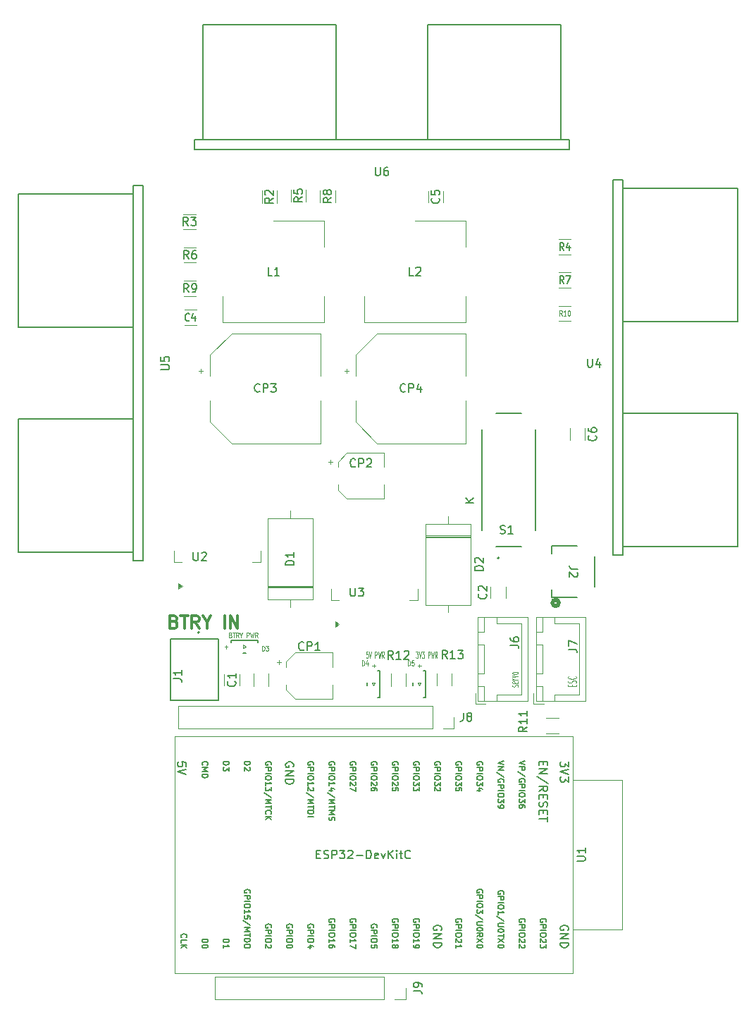
<source format=gbr>
%TF.GenerationSoftware,KiCad,Pcbnew,8.0.8*%
%TF.CreationDate,2025-02-20T18:43:26-05:00*%
%TF.ProjectId,pcb_v3,7063625f-7633-42e6-9b69-6361645f7063,rev?*%
%TF.SameCoordinates,Original*%
%TF.FileFunction,Legend,Top*%
%TF.FilePolarity,Positive*%
%FSLAX46Y46*%
G04 Gerber Fmt 4.6, Leading zero omitted, Abs format (unit mm)*
G04 Created by KiCad (PCBNEW 8.0.8) date 2025-02-20 18:43:26*
%MOMM*%
%LPD*%
G01*
G04 APERTURE LIST*
%ADD10C,0.125000*%
%ADD11C,0.100000*%
%ADD12C,0.300000*%
%ADD13C,0.150000*%
%ADD14C,0.120000*%
%ADD15C,0.127000*%
%ADD16C,0.200000*%
%ADD17C,0.152400*%
%ADD18C,0.508000*%
G04 APERTURE END LIST*
D10*
X148847309Y-114298716D02*
X148847309Y-114132049D01*
X149371119Y-114060621D02*
X149371119Y-114298716D01*
X149371119Y-114298716D02*
X148371119Y-114298716D01*
X148371119Y-114298716D02*
X148371119Y-114060621D01*
X149323500Y-113870144D02*
X149371119Y-113798716D01*
X149371119Y-113798716D02*
X149371119Y-113679668D01*
X149371119Y-113679668D02*
X149323500Y-113632049D01*
X149323500Y-113632049D02*
X149275880Y-113608240D01*
X149275880Y-113608240D02*
X149180642Y-113584430D01*
X149180642Y-113584430D02*
X149085404Y-113584430D01*
X149085404Y-113584430D02*
X148990166Y-113608240D01*
X148990166Y-113608240D02*
X148942547Y-113632049D01*
X148942547Y-113632049D02*
X148894928Y-113679668D01*
X148894928Y-113679668D02*
X148847309Y-113774906D01*
X148847309Y-113774906D02*
X148799690Y-113822525D01*
X148799690Y-113822525D02*
X148752071Y-113846335D01*
X148752071Y-113846335D02*
X148656833Y-113870144D01*
X148656833Y-113870144D02*
X148561595Y-113870144D01*
X148561595Y-113870144D02*
X148466357Y-113846335D01*
X148466357Y-113846335D02*
X148418738Y-113822525D01*
X148418738Y-113822525D02*
X148371119Y-113774906D01*
X148371119Y-113774906D02*
X148371119Y-113655859D01*
X148371119Y-113655859D02*
X148418738Y-113584430D01*
X149275880Y-113084431D02*
X149323500Y-113108240D01*
X149323500Y-113108240D02*
X149371119Y-113179669D01*
X149371119Y-113179669D02*
X149371119Y-113227288D01*
X149371119Y-113227288D02*
X149323500Y-113298716D01*
X149323500Y-113298716D02*
X149228261Y-113346335D01*
X149228261Y-113346335D02*
X149133023Y-113370145D01*
X149133023Y-113370145D02*
X148942547Y-113393954D01*
X148942547Y-113393954D02*
X148799690Y-113393954D01*
X148799690Y-113393954D02*
X148609214Y-113370145D01*
X148609214Y-113370145D02*
X148513976Y-113346335D01*
X148513976Y-113346335D02*
X148418738Y-113298716D01*
X148418738Y-113298716D02*
X148371119Y-113227288D01*
X148371119Y-113227288D02*
X148371119Y-113179669D01*
X148371119Y-113179669D02*
X148418738Y-113108240D01*
X148418738Y-113108240D02*
X148466357Y-113084431D01*
D11*
X124351503Y-110096895D02*
X124161027Y-110096895D01*
X124161027Y-110096895D02*
X124141979Y-110477847D01*
X124141979Y-110477847D02*
X124161027Y-110439752D01*
X124161027Y-110439752D02*
X124199122Y-110401657D01*
X124199122Y-110401657D02*
X124294360Y-110401657D01*
X124294360Y-110401657D02*
X124332455Y-110439752D01*
X124332455Y-110439752D02*
X124351503Y-110477847D01*
X124351503Y-110477847D02*
X124370550Y-110554038D01*
X124370550Y-110554038D02*
X124370550Y-110744514D01*
X124370550Y-110744514D02*
X124351503Y-110820704D01*
X124351503Y-110820704D02*
X124332455Y-110858800D01*
X124332455Y-110858800D02*
X124294360Y-110896895D01*
X124294360Y-110896895D02*
X124199122Y-110896895D01*
X124199122Y-110896895D02*
X124161027Y-110858800D01*
X124161027Y-110858800D02*
X124141979Y-110820704D01*
X124484836Y-110096895D02*
X124618169Y-110896895D01*
X124618169Y-110896895D02*
X124751502Y-110096895D01*
X125189598Y-110896895D02*
X125189598Y-110096895D01*
X125189598Y-110096895D02*
X125341979Y-110096895D01*
X125341979Y-110096895D02*
X125380074Y-110134990D01*
X125380074Y-110134990D02*
X125399121Y-110173085D01*
X125399121Y-110173085D02*
X125418169Y-110249276D01*
X125418169Y-110249276D02*
X125418169Y-110363561D01*
X125418169Y-110363561D02*
X125399121Y-110439752D01*
X125399121Y-110439752D02*
X125380074Y-110477847D01*
X125380074Y-110477847D02*
X125341979Y-110515942D01*
X125341979Y-110515942D02*
X125189598Y-110515942D01*
X125551502Y-110096895D02*
X125646740Y-110896895D01*
X125646740Y-110896895D02*
X125722931Y-110325466D01*
X125722931Y-110325466D02*
X125799121Y-110896895D01*
X125799121Y-110896895D02*
X125894360Y-110096895D01*
X126275312Y-110896895D02*
X126141979Y-110515942D01*
X126046741Y-110896895D02*
X126046741Y-110096895D01*
X126046741Y-110096895D02*
X126199122Y-110096895D01*
X126199122Y-110096895D02*
X126237217Y-110134990D01*
X126237217Y-110134990D02*
X126256264Y-110173085D01*
X126256264Y-110173085D02*
X126275312Y-110249276D01*
X126275312Y-110249276D02*
X126275312Y-110363561D01*
X126275312Y-110363561D02*
X126256264Y-110439752D01*
X126256264Y-110439752D02*
X126237217Y-110477847D01*
X126237217Y-110477847D02*
X126199122Y-110515942D01*
X126199122Y-110515942D02*
X126046741Y-110515942D01*
D10*
X142323500Y-114322525D02*
X142371119Y-114274906D01*
X142371119Y-114274906D02*
X142371119Y-114179668D01*
X142371119Y-114179668D02*
X142323500Y-114132049D01*
X142323500Y-114132049D02*
X142228261Y-114108240D01*
X142228261Y-114108240D02*
X142180642Y-114108240D01*
X142180642Y-114108240D02*
X142085404Y-114132049D01*
X142085404Y-114132049D02*
X142037785Y-114179668D01*
X142037785Y-114179668D02*
X142037785Y-114251097D01*
X142037785Y-114251097D02*
X141990166Y-114298716D01*
X141990166Y-114298716D02*
X141894928Y-114322525D01*
X141894928Y-114322525D02*
X141847309Y-114322525D01*
X141847309Y-114322525D02*
X141752071Y-114298716D01*
X141752071Y-114298716D02*
X141704452Y-114251097D01*
X141704452Y-114251097D02*
X141704452Y-114179668D01*
X141704452Y-114179668D02*
X141752071Y-114132049D01*
X142323500Y-113703478D02*
X142371119Y-113751097D01*
X142371119Y-113751097D02*
X142371119Y-113846335D01*
X142371119Y-113846335D02*
X142323500Y-113893954D01*
X142323500Y-113893954D02*
X142228261Y-113917763D01*
X142228261Y-113917763D02*
X141847309Y-113917763D01*
X141847309Y-113917763D02*
X141752071Y-113893954D01*
X141752071Y-113893954D02*
X141704452Y-113846335D01*
X141704452Y-113846335D02*
X141704452Y-113751097D01*
X141704452Y-113751097D02*
X141752071Y-113703478D01*
X141752071Y-113703478D02*
X141847309Y-113679668D01*
X141847309Y-113679668D02*
X141942547Y-113679668D01*
X141942547Y-113679668D02*
X142037785Y-113917763D01*
X142371119Y-113465383D02*
X141704452Y-113465383D01*
X141894928Y-113465383D02*
X141799690Y-113441573D01*
X141799690Y-113441573D02*
X141752071Y-113417764D01*
X141752071Y-113417764D02*
X141704452Y-113370145D01*
X141704452Y-113370145D02*
X141704452Y-113322526D01*
X141704452Y-113203478D02*
X142371119Y-113084430D01*
X142371119Y-113084430D02*
X141704452Y-112965383D01*
X142371119Y-112703478D02*
X142323500Y-112751097D01*
X142323500Y-112751097D02*
X142275880Y-112774907D01*
X142275880Y-112774907D02*
X142180642Y-112798716D01*
X142180642Y-112798716D02*
X141894928Y-112798716D01*
X141894928Y-112798716D02*
X141799690Y-112774907D01*
X141799690Y-112774907D02*
X141752071Y-112751097D01*
X141752071Y-112751097D02*
X141704452Y-112703478D01*
X141704452Y-112703478D02*
X141704452Y-112632050D01*
X141704452Y-112632050D02*
X141752071Y-112584431D01*
X141752071Y-112584431D02*
X141799690Y-112560621D01*
X141799690Y-112560621D02*
X141894928Y-112536812D01*
X141894928Y-112536812D02*
X142180642Y-112536812D01*
X142180642Y-112536812D02*
X142275880Y-112560621D01*
X142275880Y-112560621D02*
X142323500Y-112584431D01*
X142323500Y-112584431D02*
X142371119Y-112632050D01*
X142371119Y-112632050D02*
X142371119Y-112703478D01*
D11*
X107840074Y-108107085D02*
X107908646Y-108135657D01*
X107908646Y-108135657D02*
X107931503Y-108164228D01*
X107931503Y-108164228D02*
X107954360Y-108221371D01*
X107954360Y-108221371D02*
X107954360Y-108307085D01*
X107954360Y-108307085D02*
X107931503Y-108364228D01*
X107931503Y-108364228D02*
X107908646Y-108392800D01*
X107908646Y-108392800D02*
X107862931Y-108421371D01*
X107862931Y-108421371D02*
X107680074Y-108421371D01*
X107680074Y-108421371D02*
X107680074Y-107821371D01*
X107680074Y-107821371D02*
X107840074Y-107821371D01*
X107840074Y-107821371D02*
X107885789Y-107849942D01*
X107885789Y-107849942D02*
X107908646Y-107878514D01*
X107908646Y-107878514D02*
X107931503Y-107935657D01*
X107931503Y-107935657D02*
X107931503Y-107992800D01*
X107931503Y-107992800D02*
X107908646Y-108049942D01*
X107908646Y-108049942D02*
X107885789Y-108078514D01*
X107885789Y-108078514D02*
X107840074Y-108107085D01*
X107840074Y-108107085D02*
X107680074Y-108107085D01*
X108091503Y-107821371D02*
X108365789Y-107821371D01*
X108228646Y-108421371D02*
X108228646Y-107821371D01*
X108800074Y-108421371D02*
X108640074Y-108135657D01*
X108525788Y-108421371D02*
X108525788Y-107821371D01*
X108525788Y-107821371D02*
X108708645Y-107821371D01*
X108708645Y-107821371D02*
X108754360Y-107849942D01*
X108754360Y-107849942D02*
X108777217Y-107878514D01*
X108777217Y-107878514D02*
X108800074Y-107935657D01*
X108800074Y-107935657D02*
X108800074Y-108021371D01*
X108800074Y-108021371D02*
X108777217Y-108078514D01*
X108777217Y-108078514D02*
X108754360Y-108107085D01*
X108754360Y-108107085D02*
X108708645Y-108135657D01*
X108708645Y-108135657D02*
X108525788Y-108135657D01*
X109097217Y-108135657D02*
X109097217Y-108421371D01*
X108937217Y-107821371D02*
X109097217Y-108135657D01*
X109097217Y-108135657D02*
X109257217Y-107821371D01*
X109782931Y-108421371D02*
X109782931Y-107821371D01*
X109782931Y-107821371D02*
X109965788Y-107821371D01*
X109965788Y-107821371D02*
X110011503Y-107849942D01*
X110011503Y-107849942D02*
X110034360Y-107878514D01*
X110034360Y-107878514D02*
X110057217Y-107935657D01*
X110057217Y-107935657D02*
X110057217Y-108021371D01*
X110057217Y-108021371D02*
X110034360Y-108078514D01*
X110034360Y-108078514D02*
X110011503Y-108107085D01*
X110011503Y-108107085D02*
X109965788Y-108135657D01*
X109965788Y-108135657D02*
X109782931Y-108135657D01*
X110217217Y-107821371D02*
X110331503Y-108421371D01*
X110331503Y-108421371D02*
X110422931Y-107992800D01*
X110422931Y-107992800D02*
X110514360Y-108421371D01*
X110514360Y-108421371D02*
X110628646Y-107821371D01*
X111085788Y-108421371D02*
X110925788Y-108135657D01*
X110811502Y-108421371D02*
X110811502Y-107821371D01*
X110811502Y-107821371D02*
X110994359Y-107821371D01*
X110994359Y-107821371D02*
X111040074Y-107849942D01*
X111040074Y-107849942D02*
X111062931Y-107878514D01*
X111062931Y-107878514D02*
X111085788Y-107935657D01*
X111085788Y-107935657D02*
X111085788Y-108021371D01*
X111085788Y-108021371D02*
X111062931Y-108078514D01*
X111062931Y-108078514D02*
X111040074Y-108107085D01*
X111040074Y-108107085D02*
X110994359Y-108135657D01*
X110994359Y-108135657D02*
X110811502Y-108135657D01*
D12*
X101054510Y-106515114D02*
X101268796Y-106586542D01*
X101268796Y-106586542D02*
X101340225Y-106657971D01*
X101340225Y-106657971D02*
X101411653Y-106800828D01*
X101411653Y-106800828D02*
X101411653Y-107015114D01*
X101411653Y-107015114D02*
X101340225Y-107157971D01*
X101340225Y-107157971D02*
X101268796Y-107229400D01*
X101268796Y-107229400D02*
X101125939Y-107300828D01*
X101125939Y-107300828D02*
X100554510Y-107300828D01*
X100554510Y-107300828D02*
X100554510Y-105800828D01*
X100554510Y-105800828D02*
X101054510Y-105800828D01*
X101054510Y-105800828D02*
X101197368Y-105872257D01*
X101197368Y-105872257D02*
X101268796Y-105943685D01*
X101268796Y-105943685D02*
X101340225Y-106086542D01*
X101340225Y-106086542D02*
X101340225Y-106229400D01*
X101340225Y-106229400D02*
X101268796Y-106372257D01*
X101268796Y-106372257D02*
X101197368Y-106443685D01*
X101197368Y-106443685D02*
X101054510Y-106515114D01*
X101054510Y-106515114D02*
X100554510Y-106515114D01*
X101840225Y-105800828D02*
X102697368Y-105800828D01*
X102268796Y-107300828D02*
X102268796Y-105800828D01*
X104054510Y-107300828D02*
X103554510Y-106586542D01*
X103197367Y-107300828D02*
X103197367Y-105800828D01*
X103197367Y-105800828D02*
X103768796Y-105800828D01*
X103768796Y-105800828D02*
X103911653Y-105872257D01*
X103911653Y-105872257D02*
X103983082Y-105943685D01*
X103983082Y-105943685D02*
X104054510Y-106086542D01*
X104054510Y-106086542D02*
X104054510Y-106300828D01*
X104054510Y-106300828D02*
X103983082Y-106443685D01*
X103983082Y-106443685D02*
X103911653Y-106515114D01*
X103911653Y-106515114D02*
X103768796Y-106586542D01*
X103768796Y-106586542D02*
X103197367Y-106586542D01*
X104983082Y-106586542D02*
X104983082Y-107300828D01*
X104483082Y-105800828D02*
X104983082Y-106586542D01*
X104983082Y-106586542D02*
X105483082Y-105800828D01*
X107125938Y-107300828D02*
X107125938Y-105800828D01*
X107840224Y-107300828D02*
X107840224Y-105800828D01*
X107840224Y-105800828D02*
X108697367Y-107300828D01*
X108697367Y-107300828D02*
X108697367Y-105800828D01*
D11*
X130122931Y-110096895D02*
X130370550Y-110096895D01*
X130370550Y-110096895D02*
X130237217Y-110401657D01*
X130237217Y-110401657D02*
X130294360Y-110401657D01*
X130294360Y-110401657D02*
X130332455Y-110439752D01*
X130332455Y-110439752D02*
X130351503Y-110477847D01*
X130351503Y-110477847D02*
X130370550Y-110554038D01*
X130370550Y-110554038D02*
X130370550Y-110744514D01*
X130370550Y-110744514D02*
X130351503Y-110820704D01*
X130351503Y-110820704D02*
X130332455Y-110858800D01*
X130332455Y-110858800D02*
X130294360Y-110896895D01*
X130294360Y-110896895D02*
X130180074Y-110896895D01*
X130180074Y-110896895D02*
X130141979Y-110858800D01*
X130141979Y-110858800D02*
X130122931Y-110820704D01*
X130484836Y-110096895D02*
X130618169Y-110896895D01*
X130618169Y-110896895D02*
X130751502Y-110096895D01*
X130846740Y-110096895D02*
X131094359Y-110096895D01*
X131094359Y-110096895D02*
X130961026Y-110401657D01*
X130961026Y-110401657D02*
X131018169Y-110401657D01*
X131018169Y-110401657D02*
X131056264Y-110439752D01*
X131056264Y-110439752D02*
X131075312Y-110477847D01*
X131075312Y-110477847D02*
X131094359Y-110554038D01*
X131094359Y-110554038D02*
X131094359Y-110744514D01*
X131094359Y-110744514D02*
X131075312Y-110820704D01*
X131075312Y-110820704D02*
X131056264Y-110858800D01*
X131056264Y-110858800D02*
X131018169Y-110896895D01*
X131018169Y-110896895D02*
X130903883Y-110896895D01*
X130903883Y-110896895D02*
X130865788Y-110858800D01*
X130865788Y-110858800D02*
X130846740Y-110820704D01*
X131570550Y-110896895D02*
X131570550Y-110096895D01*
X131570550Y-110096895D02*
X131722931Y-110096895D01*
X131722931Y-110096895D02*
X131761026Y-110134990D01*
X131761026Y-110134990D02*
X131780073Y-110173085D01*
X131780073Y-110173085D02*
X131799121Y-110249276D01*
X131799121Y-110249276D02*
X131799121Y-110363561D01*
X131799121Y-110363561D02*
X131780073Y-110439752D01*
X131780073Y-110439752D02*
X131761026Y-110477847D01*
X131761026Y-110477847D02*
X131722931Y-110515942D01*
X131722931Y-110515942D02*
X131570550Y-110515942D01*
X131932454Y-110096895D02*
X132027692Y-110896895D01*
X132027692Y-110896895D02*
X132103883Y-110325466D01*
X132103883Y-110325466D02*
X132180073Y-110896895D01*
X132180073Y-110896895D02*
X132275312Y-110096895D01*
X132656264Y-110896895D02*
X132522931Y-110515942D01*
X132427693Y-110896895D02*
X132427693Y-110096895D01*
X132427693Y-110096895D02*
X132580074Y-110096895D01*
X132580074Y-110096895D02*
X132618169Y-110134990D01*
X132618169Y-110134990D02*
X132637216Y-110173085D01*
X132637216Y-110173085D02*
X132656264Y-110249276D01*
X132656264Y-110249276D02*
X132656264Y-110363561D01*
X132656264Y-110363561D02*
X132637216Y-110439752D01*
X132637216Y-110439752D02*
X132618169Y-110477847D01*
X132618169Y-110477847D02*
X132580074Y-110515942D01*
X132580074Y-110515942D02*
X132427693Y-110515942D01*
D13*
X147866667Y-65908557D02*
X147600000Y-65479985D01*
X147409524Y-65908557D02*
X147409524Y-65008557D01*
X147409524Y-65008557D02*
X147714286Y-65008557D01*
X147714286Y-65008557D02*
X147790476Y-65051414D01*
X147790476Y-65051414D02*
X147828571Y-65094271D01*
X147828571Y-65094271D02*
X147866667Y-65179985D01*
X147866667Y-65179985D02*
X147866667Y-65308557D01*
X147866667Y-65308557D02*
X147828571Y-65394271D01*
X147828571Y-65394271D02*
X147790476Y-65437128D01*
X147790476Y-65437128D02*
X147714286Y-65479985D01*
X147714286Y-65479985D02*
X147409524Y-65479985D01*
X148133333Y-65008557D02*
X148666667Y-65008557D01*
X148666667Y-65008557D02*
X148323809Y-65908557D01*
X128833333Y-78859580D02*
X128785714Y-78907200D01*
X128785714Y-78907200D02*
X128642857Y-78954819D01*
X128642857Y-78954819D02*
X128547619Y-78954819D01*
X128547619Y-78954819D02*
X128404762Y-78907200D01*
X128404762Y-78907200D02*
X128309524Y-78811961D01*
X128309524Y-78811961D02*
X128261905Y-78716723D01*
X128261905Y-78716723D02*
X128214286Y-78526247D01*
X128214286Y-78526247D02*
X128214286Y-78383390D01*
X128214286Y-78383390D02*
X128261905Y-78192914D01*
X128261905Y-78192914D02*
X128309524Y-78097676D01*
X128309524Y-78097676D02*
X128404762Y-78002438D01*
X128404762Y-78002438D02*
X128547619Y-77954819D01*
X128547619Y-77954819D02*
X128642857Y-77954819D01*
X128642857Y-77954819D02*
X128785714Y-78002438D01*
X128785714Y-78002438D02*
X128833333Y-78050057D01*
X129261905Y-78954819D02*
X129261905Y-77954819D01*
X129261905Y-77954819D02*
X129642857Y-77954819D01*
X129642857Y-77954819D02*
X129738095Y-78002438D01*
X129738095Y-78002438D02*
X129785714Y-78050057D01*
X129785714Y-78050057D02*
X129833333Y-78145295D01*
X129833333Y-78145295D02*
X129833333Y-78288152D01*
X129833333Y-78288152D02*
X129785714Y-78383390D01*
X129785714Y-78383390D02*
X129738095Y-78431009D01*
X129738095Y-78431009D02*
X129642857Y-78478628D01*
X129642857Y-78478628D02*
X129261905Y-78478628D01*
X130690476Y-78288152D02*
X130690476Y-78954819D01*
X130452381Y-77907200D02*
X130214286Y-78621485D01*
X130214286Y-78621485D02*
X130833333Y-78621485D01*
X103363095Y-98179819D02*
X103363095Y-98989342D01*
X103363095Y-98989342D02*
X103410714Y-99084580D01*
X103410714Y-99084580D02*
X103458333Y-99132200D01*
X103458333Y-99132200D02*
X103553571Y-99179819D01*
X103553571Y-99179819D02*
X103744047Y-99179819D01*
X103744047Y-99179819D02*
X103839285Y-99132200D01*
X103839285Y-99132200D02*
X103886904Y-99084580D01*
X103886904Y-99084580D02*
X103934523Y-98989342D01*
X103934523Y-98989342D02*
X103934523Y-98179819D01*
X104363095Y-98275057D02*
X104410714Y-98227438D01*
X104410714Y-98227438D02*
X104505952Y-98179819D01*
X104505952Y-98179819D02*
X104744047Y-98179819D01*
X104744047Y-98179819D02*
X104839285Y-98227438D01*
X104839285Y-98227438D02*
X104886904Y-98275057D01*
X104886904Y-98275057D02*
X104934523Y-98370295D01*
X104934523Y-98370295D02*
X104934523Y-98465533D01*
X104934523Y-98465533D02*
X104886904Y-98608390D01*
X104886904Y-98608390D02*
X104315476Y-99179819D01*
X104315476Y-99179819D02*
X104934523Y-99179819D01*
D11*
X147678571Y-69772371D02*
X147511905Y-69486657D01*
X147392857Y-69772371D02*
X147392857Y-69172371D01*
X147392857Y-69172371D02*
X147583333Y-69172371D01*
X147583333Y-69172371D02*
X147630952Y-69200942D01*
X147630952Y-69200942D02*
X147654762Y-69229514D01*
X147654762Y-69229514D02*
X147678571Y-69286657D01*
X147678571Y-69286657D02*
X147678571Y-69372371D01*
X147678571Y-69372371D02*
X147654762Y-69429514D01*
X147654762Y-69429514D02*
X147630952Y-69458085D01*
X147630952Y-69458085D02*
X147583333Y-69486657D01*
X147583333Y-69486657D02*
X147392857Y-69486657D01*
X148154762Y-69772371D02*
X147869048Y-69772371D01*
X148011905Y-69772371D02*
X148011905Y-69172371D01*
X148011905Y-69172371D02*
X147964286Y-69258085D01*
X147964286Y-69258085D02*
X147916667Y-69315228D01*
X147916667Y-69315228D02*
X147869048Y-69343800D01*
X148464285Y-69172371D02*
X148511904Y-69172371D01*
X148511904Y-69172371D02*
X148559523Y-69200942D01*
X148559523Y-69200942D02*
X148583333Y-69229514D01*
X148583333Y-69229514D02*
X148607142Y-69286657D01*
X148607142Y-69286657D02*
X148630952Y-69400942D01*
X148630952Y-69400942D02*
X148630952Y-69543800D01*
X148630952Y-69543800D02*
X148607142Y-69658085D01*
X148607142Y-69658085D02*
X148583333Y-69715228D01*
X148583333Y-69715228D02*
X148559523Y-69743800D01*
X148559523Y-69743800D02*
X148511904Y-69772371D01*
X148511904Y-69772371D02*
X148464285Y-69772371D01*
X148464285Y-69772371D02*
X148416666Y-69743800D01*
X148416666Y-69743800D02*
X148392857Y-69715228D01*
X148392857Y-69715228D02*
X148369047Y-69658085D01*
X148369047Y-69658085D02*
X148345238Y-69543800D01*
X148345238Y-69543800D02*
X148345238Y-69400942D01*
X148345238Y-69400942D02*
X148369047Y-69286657D01*
X148369047Y-69286657D02*
X148392857Y-69229514D01*
X148392857Y-69229514D02*
X148416666Y-69200942D01*
X148416666Y-69200942D02*
X148464285Y-69172371D01*
D13*
X111333333Y-78859580D02*
X111285714Y-78907200D01*
X111285714Y-78907200D02*
X111142857Y-78954819D01*
X111142857Y-78954819D02*
X111047619Y-78954819D01*
X111047619Y-78954819D02*
X110904762Y-78907200D01*
X110904762Y-78907200D02*
X110809524Y-78811961D01*
X110809524Y-78811961D02*
X110761905Y-78716723D01*
X110761905Y-78716723D02*
X110714286Y-78526247D01*
X110714286Y-78526247D02*
X110714286Y-78383390D01*
X110714286Y-78383390D02*
X110761905Y-78192914D01*
X110761905Y-78192914D02*
X110809524Y-78097676D01*
X110809524Y-78097676D02*
X110904762Y-78002438D01*
X110904762Y-78002438D02*
X111047619Y-77954819D01*
X111047619Y-77954819D02*
X111142857Y-77954819D01*
X111142857Y-77954819D02*
X111285714Y-78002438D01*
X111285714Y-78002438D02*
X111333333Y-78050057D01*
X111761905Y-78954819D02*
X111761905Y-77954819D01*
X111761905Y-77954819D02*
X112142857Y-77954819D01*
X112142857Y-77954819D02*
X112238095Y-78002438D01*
X112238095Y-78002438D02*
X112285714Y-78050057D01*
X112285714Y-78050057D02*
X112333333Y-78145295D01*
X112333333Y-78145295D02*
X112333333Y-78288152D01*
X112333333Y-78288152D02*
X112285714Y-78383390D01*
X112285714Y-78383390D02*
X112238095Y-78431009D01*
X112238095Y-78431009D02*
X112142857Y-78478628D01*
X112142857Y-78478628D02*
X111761905Y-78478628D01*
X112666667Y-77954819D02*
X113285714Y-77954819D01*
X113285714Y-77954819D02*
X112952381Y-78335771D01*
X112952381Y-78335771D02*
X113095238Y-78335771D01*
X113095238Y-78335771D02*
X113190476Y-78383390D01*
X113190476Y-78383390D02*
X113238095Y-78431009D01*
X113238095Y-78431009D02*
X113285714Y-78526247D01*
X113285714Y-78526247D02*
X113285714Y-78764342D01*
X113285714Y-78764342D02*
X113238095Y-78859580D01*
X113238095Y-78859580D02*
X113190476Y-78907200D01*
X113190476Y-78907200D02*
X113095238Y-78954819D01*
X113095238Y-78954819D02*
X112809524Y-78954819D01*
X112809524Y-78954819D02*
X112714286Y-78907200D01*
X112714286Y-78907200D02*
X112666667Y-78859580D01*
X140238095Y-95907200D02*
X140380952Y-95954819D01*
X140380952Y-95954819D02*
X140619047Y-95954819D01*
X140619047Y-95954819D02*
X140714285Y-95907200D01*
X140714285Y-95907200D02*
X140761904Y-95859580D01*
X140761904Y-95859580D02*
X140809523Y-95764342D01*
X140809523Y-95764342D02*
X140809523Y-95669104D01*
X140809523Y-95669104D02*
X140761904Y-95573866D01*
X140761904Y-95573866D02*
X140714285Y-95526247D01*
X140714285Y-95526247D02*
X140619047Y-95478628D01*
X140619047Y-95478628D02*
X140428571Y-95431009D01*
X140428571Y-95431009D02*
X140333333Y-95383390D01*
X140333333Y-95383390D02*
X140285714Y-95335771D01*
X140285714Y-95335771D02*
X140238095Y-95240533D01*
X140238095Y-95240533D02*
X140238095Y-95145295D01*
X140238095Y-95145295D02*
X140285714Y-95050057D01*
X140285714Y-95050057D02*
X140333333Y-95002438D01*
X140333333Y-95002438D02*
X140428571Y-94954819D01*
X140428571Y-94954819D02*
X140666666Y-94954819D01*
X140666666Y-94954819D02*
X140809523Y-95002438D01*
X141761904Y-95954819D02*
X141190476Y-95954819D01*
X141476190Y-95954819D02*
X141476190Y-94954819D01*
X141476190Y-94954819D02*
X141380952Y-95097676D01*
X141380952Y-95097676D02*
X141285714Y-95192914D01*
X141285714Y-95192914D02*
X141190476Y-95240533D01*
X129833333Y-64954819D02*
X129357143Y-64954819D01*
X129357143Y-64954819D02*
X129357143Y-63954819D01*
X130119048Y-64050057D02*
X130166667Y-64002438D01*
X130166667Y-64002438D02*
X130261905Y-63954819D01*
X130261905Y-63954819D02*
X130500000Y-63954819D01*
X130500000Y-63954819D02*
X130595238Y-64002438D01*
X130595238Y-64002438D02*
X130642857Y-64050057D01*
X130642857Y-64050057D02*
X130690476Y-64145295D01*
X130690476Y-64145295D02*
X130690476Y-64240533D01*
X130690476Y-64240533D02*
X130642857Y-64383390D01*
X130642857Y-64383390D02*
X130071429Y-64954819D01*
X130071429Y-64954819D02*
X130690476Y-64954819D01*
X102866667Y-70322842D02*
X102828571Y-70365700D01*
X102828571Y-70365700D02*
X102714286Y-70408557D01*
X102714286Y-70408557D02*
X102638095Y-70408557D01*
X102638095Y-70408557D02*
X102523809Y-70365700D01*
X102523809Y-70365700D02*
X102447619Y-70279985D01*
X102447619Y-70279985D02*
X102409524Y-70194271D01*
X102409524Y-70194271D02*
X102371428Y-70022842D01*
X102371428Y-70022842D02*
X102371428Y-69894271D01*
X102371428Y-69894271D02*
X102409524Y-69722842D01*
X102409524Y-69722842D02*
X102447619Y-69637128D01*
X102447619Y-69637128D02*
X102523809Y-69551414D01*
X102523809Y-69551414D02*
X102638095Y-69508557D01*
X102638095Y-69508557D02*
X102714286Y-69508557D01*
X102714286Y-69508557D02*
X102828571Y-69551414D01*
X102828571Y-69551414D02*
X102866667Y-69594271D01*
X103552381Y-69808557D02*
X103552381Y-70408557D01*
X103361905Y-69465700D02*
X103171428Y-70108557D01*
X103171428Y-70108557D02*
X103666667Y-70108557D01*
X100954819Y-113333333D02*
X101669104Y-113333333D01*
X101669104Y-113333333D02*
X101811961Y-113380952D01*
X101811961Y-113380952D02*
X101907200Y-113476190D01*
X101907200Y-113476190D02*
X101954819Y-113619047D01*
X101954819Y-113619047D02*
X101954819Y-113714285D01*
X101954819Y-112333333D02*
X101954819Y-112904761D01*
X101954819Y-112619047D02*
X100954819Y-112619047D01*
X100954819Y-112619047D02*
X101097676Y-112714285D01*
X101097676Y-112714285D02*
X101192914Y-112809523D01*
X101192914Y-112809523D02*
X101240533Y-112904761D01*
D11*
X123645714Y-111772371D02*
X123645714Y-111172371D01*
X123645714Y-111172371D02*
X123760000Y-111172371D01*
X123760000Y-111172371D02*
X123828571Y-111200942D01*
X123828571Y-111200942D02*
X123874286Y-111258085D01*
X123874286Y-111258085D02*
X123897143Y-111315228D01*
X123897143Y-111315228D02*
X123920000Y-111429514D01*
X123920000Y-111429514D02*
X123920000Y-111515228D01*
X123920000Y-111515228D02*
X123897143Y-111629514D01*
X123897143Y-111629514D02*
X123874286Y-111686657D01*
X123874286Y-111686657D02*
X123828571Y-111743800D01*
X123828571Y-111743800D02*
X123760000Y-111772371D01*
X123760000Y-111772371D02*
X123645714Y-111772371D01*
X124331429Y-111372371D02*
X124331429Y-111772371D01*
X124217143Y-111143800D02*
X124102857Y-111572371D01*
X124102857Y-111572371D02*
X124400000Y-111572371D01*
X125043800Y-111982857D02*
X125043800Y-111617143D01*
X125272371Y-111800000D02*
X124815228Y-111800000D01*
D13*
X125237699Y-51954539D02*
X125237699Y-52764484D01*
X125237699Y-52764484D02*
X125285342Y-52859772D01*
X125285342Y-52859772D02*
X125332986Y-52907416D01*
X125332986Y-52907416D02*
X125428274Y-52955059D01*
X125428274Y-52955059D02*
X125618849Y-52955059D01*
X125618849Y-52955059D02*
X125714137Y-52907416D01*
X125714137Y-52907416D02*
X125761780Y-52859772D01*
X125761780Y-52859772D02*
X125809424Y-52764484D01*
X125809424Y-52764484D02*
X125809424Y-51954539D01*
X126714657Y-51954539D02*
X126524082Y-51954539D01*
X126524082Y-51954539D02*
X126428794Y-52002183D01*
X126428794Y-52002183D02*
X126381150Y-52049827D01*
X126381150Y-52049827D02*
X126285863Y-52192758D01*
X126285863Y-52192758D02*
X126238219Y-52383334D01*
X126238219Y-52383334D02*
X126238219Y-52764484D01*
X126238219Y-52764484D02*
X126285863Y-52859772D01*
X126285863Y-52859772D02*
X126333506Y-52907416D01*
X126333506Y-52907416D02*
X126428794Y-52955059D01*
X126428794Y-52955059D02*
X126619369Y-52955059D01*
X126619369Y-52955059D02*
X126714657Y-52907416D01*
X126714657Y-52907416D02*
X126762301Y-52859772D01*
X126762301Y-52859772D02*
X126809944Y-52764484D01*
X126809944Y-52764484D02*
X126809944Y-52526265D01*
X126809944Y-52526265D02*
X126762301Y-52430977D01*
X126762301Y-52430977D02*
X126714657Y-52383334D01*
X126714657Y-52383334D02*
X126619369Y-52335690D01*
X126619369Y-52335690D02*
X126428794Y-52335690D01*
X126428794Y-52335690D02*
X126333506Y-52383334D01*
X126333506Y-52383334D02*
X126285863Y-52430977D01*
X126285863Y-52430977D02*
X126238219Y-52526265D01*
X149458259Y-135261904D02*
X150267782Y-135261904D01*
X150267782Y-135261904D02*
X150363020Y-135214285D01*
X150363020Y-135214285D02*
X150410640Y-135166666D01*
X150410640Y-135166666D02*
X150458259Y-135071428D01*
X150458259Y-135071428D02*
X150458259Y-134880952D01*
X150458259Y-134880952D02*
X150410640Y-134785714D01*
X150410640Y-134785714D02*
X150363020Y-134738095D01*
X150363020Y-134738095D02*
X150267782Y-134690476D01*
X150267782Y-134690476D02*
X149458259Y-134690476D01*
X150458259Y-133690476D02*
X150458259Y-134261904D01*
X150458259Y-133976190D02*
X149458259Y-133976190D01*
X149458259Y-133976190D02*
X149601116Y-134071428D01*
X149601116Y-134071428D02*
X149696354Y-134166666D01*
X149696354Y-134166666D02*
X149743973Y-134261904D01*
X118178202Y-134431009D02*
X118511535Y-134431009D01*
X118654392Y-134954819D02*
X118178202Y-134954819D01*
X118178202Y-134954819D02*
X118178202Y-133954819D01*
X118178202Y-133954819D02*
X118654392Y-133954819D01*
X119035345Y-134907200D02*
X119178202Y-134954819D01*
X119178202Y-134954819D02*
X119416297Y-134954819D01*
X119416297Y-134954819D02*
X119511535Y-134907200D01*
X119511535Y-134907200D02*
X119559154Y-134859580D01*
X119559154Y-134859580D02*
X119606773Y-134764342D01*
X119606773Y-134764342D02*
X119606773Y-134669104D01*
X119606773Y-134669104D02*
X119559154Y-134573866D01*
X119559154Y-134573866D02*
X119511535Y-134526247D01*
X119511535Y-134526247D02*
X119416297Y-134478628D01*
X119416297Y-134478628D02*
X119225821Y-134431009D01*
X119225821Y-134431009D02*
X119130583Y-134383390D01*
X119130583Y-134383390D02*
X119082964Y-134335771D01*
X119082964Y-134335771D02*
X119035345Y-134240533D01*
X119035345Y-134240533D02*
X119035345Y-134145295D01*
X119035345Y-134145295D02*
X119082964Y-134050057D01*
X119082964Y-134050057D02*
X119130583Y-134002438D01*
X119130583Y-134002438D02*
X119225821Y-133954819D01*
X119225821Y-133954819D02*
X119463916Y-133954819D01*
X119463916Y-133954819D02*
X119606773Y-134002438D01*
X120035345Y-134954819D02*
X120035345Y-133954819D01*
X120035345Y-133954819D02*
X120416297Y-133954819D01*
X120416297Y-133954819D02*
X120511535Y-134002438D01*
X120511535Y-134002438D02*
X120559154Y-134050057D01*
X120559154Y-134050057D02*
X120606773Y-134145295D01*
X120606773Y-134145295D02*
X120606773Y-134288152D01*
X120606773Y-134288152D02*
X120559154Y-134383390D01*
X120559154Y-134383390D02*
X120511535Y-134431009D01*
X120511535Y-134431009D02*
X120416297Y-134478628D01*
X120416297Y-134478628D02*
X120035345Y-134478628D01*
X120940107Y-133954819D02*
X121559154Y-133954819D01*
X121559154Y-133954819D02*
X121225821Y-134335771D01*
X121225821Y-134335771D02*
X121368678Y-134335771D01*
X121368678Y-134335771D02*
X121463916Y-134383390D01*
X121463916Y-134383390D02*
X121511535Y-134431009D01*
X121511535Y-134431009D02*
X121559154Y-134526247D01*
X121559154Y-134526247D02*
X121559154Y-134764342D01*
X121559154Y-134764342D02*
X121511535Y-134859580D01*
X121511535Y-134859580D02*
X121463916Y-134907200D01*
X121463916Y-134907200D02*
X121368678Y-134954819D01*
X121368678Y-134954819D02*
X121082964Y-134954819D01*
X121082964Y-134954819D02*
X120987726Y-134907200D01*
X120987726Y-134907200D02*
X120940107Y-134859580D01*
X121940107Y-134050057D02*
X121987726Y-134002438D01*
X121987726Y-134002438D02*
X122082964Y-133954819D01*
X122082964Y-133954819D02*
X122321059Y-133954819D01*
X122321059Y-133954819D02*
X122416297Y-134002438D01*
X122416297Y-134002438D02*
X122463916Y-134050057D01*
X122463916Y-134050057D02*
X122511535Y-134145295D01*
X122511535Y-134145295D02*
X122511535Y-134240533D01*
X122511535Y-134240533D02*
X122463916Y-134383390D01*
X122463916Y-134383390D02*
X121892488Y-134954819D01*
X121892488Y-134954819D02*
X122511535Y-134954819D01*
X122940107Y-134573866D02*
X123702012Y-134573866D01*
X124178202Y-134954819D02*
X124178202Y-133954819D01*
X124178202Y-133954819D02*
X124416297Y-133954819D01*
X124416297Y-133954819D02*
X124559154Y-134002438D01*
X124559154Y-134002438D02*
X124654392Y-134097676D01*
X124654392Y-134097676D02*
X124702011Y-134192914D01*
X124702011Y-134192914D02*
X124749630Y-134383390D01*
X124749630Y-134383390D02*
X124749630Y-134526247D01*
X124749630Y-134526247D02*
X124702011Y-134716723D01*
X124702011Y-134716723D02*
X124654392Y-134811961D01*
X124654392Y-134811961D02*
X124559154Y-134907200D01*
X124559154Y-134907200D02*
X124416297Y-134954819D01*
X124416297Y-134954819D02*
X124178202Y-134954819D01*
X125559154Y-134907200D02*
X125463916Y-134954819D01*
X125463916Y-134954819D02*
X125273440Y-134954819D01*
X125273440Y-134954819D02*
X125178202Y-134907200D01*
X125178202Y-134907200D02*
X125130583Y-134811961D01*
X125130583Y-134811961D02*
X125130583Y-134431009D01*
X125130583Y-134431009D02*
X125178202Y-134335771D01*
X125178202Y-134335771D02*
X125273440Y-134288152D01*
X125273440Y-134288152D02*
X125463916Y-134288152D01*
X125463916Y-134288152D02*
X125559154Y-134335771D01*
X125559154Y-134335771D02*
X125606773Y-134431009D01*
X125606773Y-134431009D02*
X125606773Y-134526247D01*
X125606773Y-134526247D02*
X125130583Y-134621485D01*
X125940107Y-134288152D02*
X126178202Y-134954819D01*
X126178202Y-134954819D02*
X126416297Y-134288152D01*
X126797250Y-134954819D02*
X126797250Y-133954819D01*
X127368678Y-134954819D02*
X126940107Y-134383390D01*
X127368678Y-133954819D02*
X126797250Y-134526247D01*
X127797250Y-134954819D02*
X127797250Y-134288152D01*
X127797250Y-133954819D02*
X127749631Y-134002438D01*
X127749631Y-134002438D02*
X127797250Y-134050057D01*
X127797250Y-134050057D02*
X127844869Y-134002438D01*
X127844869Y-134002438D02*
X127797250Y-133954819D01*
X127797250Y-133954819D02*
X127797250Y-134050057D01*
X128130583Y-134288152D02*
X128511535Y-134288152D01*
X128273440Y-133954819D02*
X128273440Y-134811961D01*
X128273440Y-134811961D02*
X128321059Y-134907200D01*
X128321059Y-134907200D02*
X128416297Y-134954819D01*
X128416297Y-134954819D02*
X128511535Y-134954819D01*
X129416297Y-134859580D02*
X129368678Y-134907200D01*
X129368678Y-134907200D02*
X129225821Y-134954819D01*
X129225821Y-134954819D02*
X129130583Y-134954819D01*
X129130583Y-134954819D02*
X128987726Y-134907200D01*
X128987726Y-134907200D02*
X128892488Y-134811961D01*
X128892488Y-134811961D02*
X128844869Y-134716723D01*
X128844869Y-134716723D02*
X128797250Y-134526247D01*
X128797250Y-134526247D02*
X128797250Y-134383390D01*
X128797250Y-134383390D02*
X128844869Y-134192914D01*
X128844869Y-134192914D02*
X128892488Y-134097676D01*
X128892488Y-134097676D02*
X128987726Y-134002438D01*
X128987726Y-134002438D02*
X129130583Y-133954819D01*
X129130583Y-133954819D02*
X129225821Y-133954819D01*
X129225821Y-133954819D02*
X129368678Y-134002438D01*
X129368678Y-134002438D02*
X129416297Y-134050057D01*
X148448620Y-123311541D02*
X148448620Y-123930588D01*
X148448620Y-123930588D02*
X148067668Y-123597255D01*
X148067668Y-123597255D02*
X148067668Y-123740112D01*
X148067668Y-123740112D02*
X148020049Y-123835350D01*
X148020049Y-123835350D02*
X147972430Y-123882969D01*
X147972430Y-123882969D02*
X147877192Y-123930588D01*
X147877192Y-123930588D02*
X147639097Y-123930588D01*
X147639097Y-123930588D02*
X147543859Y-123882969D01*
X147543859Y-123882969D02*
X147496240Y-123835350D01*
X147496240Y-123835350D02*
X147448620Y-123740112D01*
X147448620Y-123740112D02*
X147448620Y-123454398D01*
X147448620Y-123454398D02*
X147496240Y-123359160D01*
X147496240Y-123359160D02*
X147543859Y-123311541D01*
X148448620Y-124216303D02*
X147448620Y-124549636D01*
X147448620Y-124549636D02*
X148448620Y-124882969D01*
X148448620Y-125121065D02*
X148448620Y-125740112D01*
X148448620Y-125740112D02*
X148067668Y-125406779D01*
X148067668Y-125406779D02*
X148067668Y-125549636D01*
X148067668Y-125549636D02*
X148020049Y-125644874D01*
X148020049Y-125644874D02*
X147972430Y-125692493D01*
X147972430Y-125692493D02*
X147877192Y-125740112D01*
X147877192Y-125740112D02*
X147639097Y-125740112D01*
X147639097Y-125740112D02*
X147543859Y-125692493D01*
X147543859Y-125692493D02*
X147496240Y-125644874D01*
X147496240Y-125644874D02*
X147448620Y-125549636D01*
X147448620Y-125549636D02*
X147448620Y-125263922D01*
X147448620Y-125263922D02*
X147496240Y-125168684D01*
X147496240Y-125168684D02*
X147543859Y-125121065D01*
X143174073Y-142564649D02*
X143207406Y-142497982D01*
X143207406Y-142497982D02*
X143207406Y-142397982D01*
X143207406Y-142397982D02*
X143174073Y-142297982D01*
X143174073Y-142297982D02*
X143107406Y-142231316D01*
X143107406Y-142231316D02*
X143040740Y-142197982D01*
X143040740Y-142197982D02*
X142907406Y-142164649D01*
X142907406Y-142164649D02*
X142807406Y-142164649D01*
X142807406Y-142164649D02*
X142674073Y-142197982D01*
X142674073Y-142197982D02*
X142607406Y-142231316D01*
X142607406Y-142231316D02*
X142540740Y-142297982D01*
X142540740Y-142297982D02*
X142507406Y-142397982D01*
X142507406Y-142397982D02*
X142507406Y-142464649D01*
X142507406Y-142464649D02*
X142540740Y-142564649D01*
X142540740Y-142564649D02*
X142574073Y-142597982D01*
X142574073Y-142597982D02*
X142807406Y-142597982D01*
X142807406Y-142597982D02*
X142807406Y-142464649D01*
X142507406Y-142897982D02*
X143207406Y-142897982D01*
X143207406Y-142897982D02*
X143207406Y-143164649D01*
X143207406Y-143164649D02*
X143174073Y-143231316D01*
X143174073Y-143231316D02*
X143140740Y-143264649D01*
X143140740Y-143264649D02*
X143074073Y-143297982D01*
X143074073Y-143297982D02*
X142974073Y-143297982D01*
X142974073Y-143297982D02*
X142907406Y-143264649D01*
X142907406Y-143264649D02*
X142874073Y-143231316D01*
X142874073Y-143231316D02*
X142840740Y-143164649D01*
X142840740Y-143164649D02*
X142840740Y-142897982D01*
X142507406Y-143597982D02*
X143207406Y-143597982D01*
X143207406Y-144064649D02*
X143207406Y-144197982D01*
X143207406Y-144197982D02*
X143174073Y-144264649D01*
X143174073Y-144264649D02*
X143107406Y-144331315D01*
X143107406Y-144331315D02*
X142974073Y-144364649D01*
X142974073Y-144364649D02*
X142740740Y-144364649D01*
X142740740Y-144364649D02*
X142607406Y-144331315D01*
X142607406Y-144331315D02*
X142540740Y-144264649D01*
X142540740Y-144264649D02*
X142507406Y-144197982D01*
X142507406Y-144197982D02*
X142507406Y-144064649D01*
X142507406Y-144064649D02*
X142540740Y-143997982D01*
X142540740Y-143997982D02*
X142607406Y-143931315D01*
X142607406Y-143931315D02*
X142740740Y-143897982D01*
X142740740Y-143897982D02*
X142974073Y-143897982D01*
X142974073Y-143897982D02*
X143107406Y-143931315D01*
X143107406Y-143931315D02*
X143174073Y-143997982D01*
X143174073Y-143997982D02*
X143207406Y-144064649D01*
X143140740Y-144631315D02*
X143174073Y-144664648D01*
X143174073Y-144664648D02*
X143207406Y-144731315D01*
X143207406Y-144731315D02*
X143207406Y-144897982D01*
X143207406Y-144897982D02*
X143174073Y-144964648D01*
X143174073Y-144964648D02*
X143140740Y-144997982D01*
X143140740Y-144997982D02*
X143074073Y-145031315D01*
X143074073Y-145031315D02*
X143007406Y-145031315D01*
X143007406Y-145031315D02*
X142907406Y-144997982D01*
X142907406Y-144997982D02*
X142507406Y-144597982D01*
X142507406Y-144597982D02*
X142507406Y-145031315D01*
X143140740Y-145297982D02*
X143174073Y-145331315D01*
X143174073Y-145331315D02*
X143207406Y-145397982D01*
X143207406Y-145397982D02*
X143207406Y-145564649D01*
X143207406Y-145564649D02*
X143174073Y-145631315D01*
X143174073Y-145631315D02*
X143140740Y-145664649D01*
X143140740Y-145664649D02*
X143074073Y-145697982D01*
X143074073Y-145697982D02*
X143007406Y-145697982D01*
X143007406Y-145697982D02*
X142907406Y-145664649D01*
X142907406Y-145664649D02*
X142507406Y-145264649D01*
X142507406Y-145264649D02*
X142507406Y-145697982D01*
X117774073Y-123702017D02*
X117807406Y-123635350D01*
X117807406Y-123635350D02*
X117807406Y-123535350D01*
X117807406Y-123535350D02*
X117774073Y-123435350D01*
X117774073Y-123435350D02*
X117707406Y-123368684D01*
X117707406Y-123368684D02*
X117640740Y-123335350D01*
X117640740Y-123335350D02*
X117507406Y-123302017D01*
X117507406Y-123302017D02*
X117407406Y-123302017D01*
X117407406Y-123302017D02*
X117274073Y-123335350D01*
X117274073Y-123335350D02*
X117207406Y-123368684D01*
X117207406Y-123368684D02*
X117140740Y-123435350D01*
X117140740Y-123435350D02*
X117107406Y-123535350D01*
X117107406Y-123535350D02*
X117107406Y-123602017D01*
X117107406Y-123602017D02*
X117140740Y-123702017D01*
X117140740Y-123702017D02*
X117174073Y-123735350D01*
X117174073Y-123735350D02*
X117407406Y-123735350D01*
X117407406Y-123735350D02*
X117407406Y-123602017D01*
X117107406Y-124035350D02*
X117807406Y-124035350D01*
X117807406Y-124035350D02*
X117807406Y-124302017D01*
X117807406Y-124302017D02*
X117774073Y-124368684D01*
X117774073Y-124368684D02*
X117740740Y-124402017D01*
X117740740Y-124402017D02*
X117674073Y-124435350D01*
X117674073Y-124435350D02*
X117574073Y-124435350D01*
X117574073Y-124435350D02*
X117507406Y-124402017D01*
X117507406Y-124402017D02*
X117474073Y-124368684D01*
X117474073Y-124368684D02*
X117440740Y-124302017D01*
X117440740Y-124302017D02*
X117440740Y-124035350D01*
X117107406Y-124735350D02*
X117807406Y-124735350D01*
X117807406Y-125202017D02*
X117807406Y-125335350D01*
X117807406Y-125335350D02*
X117774073Y-125402017D01*
X117774073Y-125402017D02*
X117707406Y-125468683D01*
X117707406Y-125468683D02*
X117574073Y-125502017D01*
X117574073Y-125502017D02*
X117340740Y-125502017D01*
X117340740Y-125502017D02*
X117207406Y-125468683D01*
X117207406Y-125468683D02*
X117140740Y-125402017D01*
X117140740Y-125402017D02*
X117107406Y-125335350D01*
X117107406Y-125335350D02*
X117107406Y-125202017D01*
X117107406Y-125202017D02*
X117140740Y-125135350D01*
X117140740Y-125135350D02*
X117207406Y-125068683D01*
X117207406Y-125068683D02*
X117340740Y-125035350D01*
X117340740Y-125035350D02*
X117574073Y-125035350D01*
X117574073Y-125035350D02*
X117707406Y-125068683D01*
X117707406Y-125068683D02*
X117774073Y-125135350D01*
X117774073Y-125135350D02*
X117807406Y-125202017D01*
X117107406Y-126168683D02*
X117107406Y-125768683D01*
X117107406Y-125968683D02*
X117807406Y-125968683D01*
X117807406Y-125968683D02*
X117707406Y-125902016D01*
X117707406Y-125902016D02*
X117640740Y-125835350D01*
X117640740Y-125835350D02*
X117607406Y-125768683D01*
X117740740Y-126435350D02*
X117774073Y-126468683D01*
X117774073Y-126468683D02*
X117807406Y-126535350D01*
X117807406Y-126535350D02*
X117807406Y-126702017D01*
X117807406Y-126702017D02*
X117774073Y-126768683D01*
X117774073Y-126768683D02*
X117740740Y-126802017D01*
X117740740Y-126802017D02*
X117674073Y-126835350D01*
X117674073Y-126835350D02*
X117607406Y-126835350D01*
X117607406Y-126835350D02*
X117507406Y-126802017D01*
X117507406Y-126802017D02*
X117107406Y-126402017D01*
X117107406Y-126402017D02*
X117107406Y-126835350D01*
X117840740Y-127635350D02*
X116940740Y-127035350D01*
X117107406Y-127868683D02*
X117807406Y-127868683D01*
X117807406Y-127868683D02*
X117307406Y-128102017D01*
X117307406Y-128102017D02*
X117807406Y-128335350D01*
X117807406Y-128335350D02*
X117107406Y-128335350D01*
X117807406Y-128568683D02*
X117807406Y-128968683D01*
X117107406Y-128768683D02*
X117807406Y-128768683D01*
X117107406Y-129202016D02*
X117807406Y-129202016D01*
X117807406Y-129202016D02*
X117807406Y-129368683D01*
X117807406Y-129368683D02*
X117774073Y-129468683D01*
X117774073Y-129468683D02*
X117707406Y-129535350D01*
X117707406Y-129535350D02*
X117640740Y-129568683D01*
X117640740Y-129568683D02*
X117507406Y-129602016D01*
X117507406Y-129602016D02*
X117407406Y-129602016D01*
X117407406Y-129602016D02*
X117274073Y-129568683D01*
X117274073Y-129568683D02*
X117207406Y-129535350D01*
X117207406Y-129535350D02*
X117140740Y-129468683D01*
X117140740Y-129468683D02*
X117107406Y-129368683D01*
X117107406Y-129368683D02*
X117107406Y-129202016D01*
X117107406Y-129902016D02*
X117807406Y-129902016D01*
X102477340Y-123879289D02*
X102477340Y-123403099D01*
X102477340Y-123403099D02*
X102001150Y-123355480D01*
X102001150Y-123355480D02*
X102048769Y-123403099D01*
X102048769Y-123403099D02*
X102096388Y-123498337D01*
X102096388Y-123498337D02*
X102096388Y-123736432D01*
X102096388Y-123736432D02*
X102048769Y-123831670D01*
X102048769Y-123831670D02*
X102001150Y-123879289D01*
X102001150Y-123879289D02*
X101905912Y-123926908D01*
X101905912Y-123926908D02*
X101667817Y-123926908D01*
X101667817Y-123926908D02*
X101572579Y-123879289D01*
X101572579Y-123879289D02*
X101524960Y-123831670D01*
X101524960Y-123831670D02*
X101477340Y-123736432D01*
X101477340Y-123736432D02*
X101477340Y-123498337D01*
X101477340Y-123498337D02*
X101524960Y-123403099D01*
X101524960Y-123403099D02*
X101572579Y-123355480D01*
X102477340Y-124212623D02*
X101477340Y-124545956D01*
X101477340Y-124545956D02*
X102477340Y-124879289D01*
X135554073Y-142564649D02*
X135587406Y-142497982D01*
X135587406Y-142497982D02*
X135587406Y-142397982D01*
X135587406Y-142397982D02*
X135554073Y-142297982D01*
X135554073Y-142297982D02*
X135487406Y-142231316D01*
X135487406Y-142231316D02*
X135420740Y-142197982D01*
X135420740Y-142197982D02*
X135287406Y-142164649D01*
X135287406Y-142164649D02*
X135187406Y-142164649D01*
X135187406Y-142164649D02*
X135054073Y-142197982D01*
X135054073Y-142197982D02*
X134987406Y-142231316D01*
X134987406Y-142231316D02*
X134920740Y-142297982D01*
X134920740Y-142297982D02*
X134887406Y-142397982D01*
X134887406Y-142397982D02*
X134887406Y-142464649D01*
X134887406Y-142464649D02*
X134920740Y-142564649D01*
X134920740Y-142564649D02*
X134954073Y-142597982D01*
X134954073Y-142597982D02*
X135187406Y-142597982D01*
X135187406Y-142597982D02*
X135187406Y-142464649D01*
X134887406Y-142897982D02*
X135587406Y-142897982D01*
X135587406Y-142897982D02*
X135587406Y-143164649D01*
X135587406Y-143164649D02*
X135554073Y-143231316D01*
X135554073Y-143231316D02*
X135520740Y-143264649D01*
X135520740Y-143264649D02*
X135454073Y-143297982D01*
X135454073Y-143297982D02*
X135354073Y-143297982D01*
X135354073Y-143297982D02*
X135287406Y-143264649D01*
X135287406Y-143264649D02*
X135254073Y-143231316D01*
X135254073Y-143231316D02*
X135220740Y-143164649D01*
X135220740Y-143164649D02*
X135220740Y-142897982D01*
X134887406Y-143597982D02*
X135587406Y-143597982D01*
X135587406Y-144064649D02*
X135587406Y-144197982D01*
X135587406Y-144197982D02*
X135554073Y-144264649D01*
X135554073Y-144264649D02*
X135487406Y-144331315D01*
X135487406Y-144331315D02*
X135354073Y-144364649D01*
X135354073Y-144364649D02*
X135120740Y-144364649D01*
X135120740Y-144364649D02*
X134987406Y-144331315D01*
X134987406Y-144331315D02*
X134920740Y-144264649D01*
X134920740Y-144264649D02*
X134887406Y-144197982D01*
X134887406Y-144197982D02*
X134887406Y-144064649D01*
X134887406Y-144064649D02*
X134920740Y-143997982D01*
X134920740Y-143997982D02*
X134987406Y-143931315D01*
X134987406Y-143931315D02*
X135120740Y-143897982D01*
X135120740Y-143897982D02*
X135354073Y-143897982D01*
X135354073Y-143897982D02*
X135487406Y-143931315D01*
X135487406Y-143931315D02*
X135554073Y-143997982D01*
X135554073Y-143997982D02*
X135587406Y-144064649D01*
X135520740Y-144631315D02*
X135554073Y-144664648D01*
X135554073Y-144664648D02*
X135587406Y-144731315D01*
X135587406Y-144731315D02*
X135587406Y-144897982D01*
X135587406Y-144897982D02*
X135554073Y-144964648D01*
X135554073Y-144964648D02*
X135520740Y-144997982D01*
X135520740Y-144997982D02*
X135454073Y-145031315D01*
X135454073Y-145031315D02*
X135387406Y-145031315D01*
X135387406Y-145031315D02*
X135287406Y-144997982D01*
X135287406Y-144997982D02*
X134887406Y-144597982D01*
X134887406Y-144597982D02*
X134887406Y-145031315D01*
X134887406Y-145697982D02*
X134887406Y-145297982D01*
X134887406Y-145497982D02*
X135587406Y-145497982D01*
X135587406Y-145497982D02*
X135487406Y-145431315D01*
X135487406Y-145431315D02*
X135420740Y-145364649D01*
X135420740Y-145364649D02*
X135387406Y-145297982D01*
X120314073Y-142564649D02*
X120347406Y-142497982D01*
X120347406Y-142497982D02*
X120347406Y-142397982D01*
X120347406Y-142397982D02*
X120314073Y-142297982D01*
X120314073Y-142297982D02*
X120247406Y-142231316D01*
X120247406Y-142231316D02*
X120180740Y-142197982D01*
X120180740Y-142197982D02*
X120047406Y-142164649D01*
X120047406Y-142164649D02*
X119947406Y-142164649D01*
X119947406Y-142164649D02*
X119814073Y-142197982D01*
X119814073Y-142197982D02*
X119747406Y-142231316D01*
X119747406Y-142231316D02*
X119680740Y-142297982D01*
X119680740Y-142297982D02*
X119647406Y-142397982D01*
X119647406Y-142397982D02*
X119647406Y-142464649D01*
X119647406Y-142464649D02*
X119680740Y-142564649D01*
X119680740Y-142564649D02*
X119714073Y-142597982D01*
X119714073Y-142597982D02*
X119947406Y-142597982D01*
X119947406Y-142597982D02*
X119947406Y-142464649D01*
X119647406Y-142897982D02*
X120347406Y-142897982D01*
X120347406Y-142897982D02*
X120347406Y-143164649D01*
X120347406Y-143164649D02*
X120314073Y-143231316D01*
X120314073Y-143231316D02*
X120280740Y-143264649D01*
X120280740Y-143264649D02*
X120214073Y-143297982D01*
X120214073Y-143297982D02*
X120114073Y-143297982D01*
X120114073Y-143297982D02*
X120047406Y-143264649D01*
X120047406Y-143264649D02*
X120014073Y-143231316D01*
X120014073Y-143231316D02*
X119980740Y-143164649D01*
X119980740Y-143164649D02*
X119980740Y-142897982D01*
X119647406Y-143597982D02*
X120347406Y-143597982D01*
X120347406Y-144064649D02*
X120347406Y-144197982D01*
X120347406Y-144197982D02*
X120314073Y-144264649D01*
X120314073Y-144264649D02*
X120247406Y-144331315D01*
X120247406Y-144331315D02*
X120114073Y-144364649D01*
X120114073Y-144364649D02*
X119880740Y-144364649D01*
X119880740Y-144364649D02*
X119747406Y-144331315D01*
X119747406Y-144331315D02*
X119680740Y-144264649D01*
X119680740Y-144264649D02*
X119647406Y-144197982D01*
X119647406Y-144197982D02*
X119647406Y-144064649D01*
X119647406Y-144064649D02*
X119680740Y-143997982D01*
X119680740Y-143997982D02*
X119747406Y-143931315D01*
X119747406Y-143931315D02*
X119880740Y-143897982D01*
X119880740Y-143897982D02*
X120114073Y-143897982D01*
X120114073Y-143897982D02*
X120247406Y-143931315D01*
X120247406Y-143931315D02*
X120314073Y-143997982D01*
X120314073Y-143997982D02*
X120347406Y-144064649D01*
X119647406Y-145031315D02*
X119647406Y-144631315D01*
X119647406Y-144831315D02*
X120347406Y-144831315D01*
X120347406Y-144831315D02*
X120247406Y-144764648D01*
X120247406Y-144764648D02*
X120180740Y-144697982D01*
X120180740Y-144697982D02*
X120147406Y-144631315D01*
X120347406Y-145631315D02*
X120347406Y-145497982D01*
X120347406Y-145497982D02*
X120314073Y-145431315D01*
X120314073Y-145431315D02*
X120280740Y-145397982D01*
X120280740Y-145397982D02*
X120180740Y-145331315D01*
X120180740Y-145331315D02*
X120047406Y-145297982D01*
X120047406Y-145297982D02*
X119780740Y-145297982D01*
X119780740Y-145297982D02*
X119714073Y-145331315D01*
X119714073Y-145331315D02*
X119680740Y-145364649D01*
X119680740Y-145364649D02*
X119647406Y-145431315D01*
X119647406Y-145431315D02*
X119647406Y-145564649D01*
X119647406Y-145564649D02*
X119680740Y-145631315D01*
X119680740Y-145631315D02*
X119714073Y-145664649D01*
X119714073Y-145664649D02*
X119780740Y-145697982D01*
X119780740Y-145697982D02*
X119947406Y-145697982D01*
X119947406Y-145697982D02*
X120014073Y-145664649D01*
X120014073Y-145664649D02*
X120047406Y-145631315D01*
X120047406Y-145631315D02*
X120080740Y-145564649D01*
X120080740Y-145564649D02*
X120080740Y-145431315D01*
X120080740Y-145431315D02*
X120047406Y-145364649D01*
X120047406Y-145364649D02*
X120014073Y-145331315D01*
X120014073Y-145331315D02*
X119947406Y-145297982D01*
X127934073Y-142564649D02*
X127967406Y-142497982D01*
X127967406Y-142497982D02*
X127967406Y-142397982D01*
X127967406Y-142397982D02*
X127934073Y-142297982D01*
X127934073Y-142297982D02*
X127867406Y-142231316D01*
X127867406Y-142231316D02*
X127800740Y-142197982D01*
X127800740Y-142197982D02*
X127667406Y-142164649D01*
X127667406Y-142164649D02*
X127567406Y-142164649D01*
X127567406Y-142164649D02*
X127434073Y-142197982D01*
X127434073Y-142197982D02*
X127367406Y-142231316D01*
X127367406Y-142231316D02*
X127300740Y-142297982D01*
X127300740Y-142297982D02*
X127267406Y-142397982D01*
X127267406Y-142397982D02*
X127267406Y-142464649D01*
X127267406Y-142464649D02*
X127300740Y-142564649D01*
X127300740Y-142564649D02*
X127334073Y-142597982D01*
X127334073Y-142597982D02*
X127567406Y-142597982D01*
X127567406Y-142597982D02*
X127567406Y-142464649D01*
X127267406Y-142897982D02*
X127967406Y-142897982D01*
X127967406Y-142897982D02*
X127967406Y-143164649D01*
X127967406Y-143164649D02*
X127934073Y-143231316D01*
X127934073Y-143231316D02*
X127900740Y-143264649D01*
X127900740Y-143264649D02*
X127834073Y-143297982D01*
X127834073Y-143297982D02*
X127734073Y-143297982D01*
X127734073Y-143297982D02*
X127667406Y-143264649D01*
X127667406Y-143264649D02*
X127634073Y-143231316D01*
X127634073Y-143231316D02*
X127600740Y-143164649D01*
X127600740Y-143164649D02*
X127600740Y-142897982D01*
X127267406Y-143597982D02*
X127967406Y-143597982D01*
X127967406Y-144064649D02*
X127967406Y-144197982D01*
X127967406Y-144197982D02*
X127934073Y-144264649D01*
X127934073Y-144264649D02*
X127867406Y-144331315D01*
X127867406Y-144331315D02*
X127734073Y-144364649D01*
X127734073Y-144364649D02*
X127500740Y-144364649D01*
X127500740Y-144364649D02*
X127367406Y-144331315D01*
X127367406Y-144331315D02*
X127300740Y-144264649D01*
X127300740Y-144264649D02*
X127267406Y-144197982D01*
X127267406Y-144197982D02*
X127267406Y-144064649D01*
X127267406Y-144064649D02*
X127300740Y-143997982D01*
X127300740Y-143997982D02*
X127367406Y-143931315D01*
X127367406Y-143931315D02*
X127500740Y-143897982D01*
X127500740Y-143897982D02*
X127734073Y-143897982D01*
X127734073Y-143897982D02*
X127867406Y-143931315D01*
X127867406Y-143931315D02*
X127934073Y-143997982D01*
X127934073Y-143997982D02*
X127967406Y-144064649D01*
X127267406Y-145031315D02*
X127267406Y-144631315D01*
X127267406Y-144831315D02*
X127967406Y-144831315D01*
X127967406Y-144831315D02*
X127867406Y-144764648D01*
X127867406Y-144764648D02*
X127800740Y-144697982D01*
X127800740Y-144697982D02*
X127767406Y-144631315D01*
X127667406Y-145431315D02*
X127700740Y-145364649D01*
X127700740Y-145364649D02*
X127734073Y-145331315D01*
X127734073Y-145331315D02*
X127800740Y-145297982D01*
X127800740Y-145297982D02*
X127834073Y-145297982D01*
X127834073Y-145297982D02*
X127900740Y-145331315D01*
X127900740Y-145331315D02*
X127934073Y-145364649D01*
X127934073Y-145364649D02*
X127967406Y-145431315D01*
X127967406Y-145431315D02*
X127967406Y-145564649D01*
X127967406Y-145564649D02*
X127934073Y-145631315D01*
X127934073Y-145631315D02*
X127900740Y-145664649D01*
X127900740Y-145664649D02*
X127834073Y-145697982D01*
X127834073Y-145697982D02*
X127800740Y-145697982D01*
X127800740Y-145697982D02*
X127734073Y-145664649D01*
X127734073Y-145664649D02*
X127700740Y-145631315D01*
X127700740Y-145631315D02*
X127667406Y-145564649D01*
X127667406Y-145564649D02*
X127667406Y-145431315D01*
X127667406Y-145431315D02*
X127634073Y-145364649D01*
X127634073Y-145364649D02*
X127600740Y-145331315D01*
X127600740Y-145331315D02*
X127534073Y-145297982D01*
X127534073Y-145297982D02*
X127400740Y-145297982D01*
X127400740Y-145297982D02*
X127334073Y-145331315D01*
X127334073Y-145331315D02*
X127300740Y-145364649D01*
X127300740Y-145364649D02*
X127267406Y-145431315D01*
X127267406Y-145431315D02*
X127267406Y-145564649D01*
X127267406Y-145564649D02*
X127300740Y-145631315D01*
X127300740Y-145631315D02*
X127334073Y-145664649D01*
X127334073Y-145664649D02*
X127400740Y-145697982D01*
X127400740Y-145697982D02*
X127534073Y-145697982D01*
X127534073Y-145697982D02*
X127600740Y-145664649D01*
X127600740Y-145664649D02*
X127634073Y-145631315D01*
X127634073Y-145631315D02*
X127667406Y-145564649D01*
X138094073Y-139031316D02*
X138127406Y-138964649D01*
X138127406Y-138964649D02*
X138127406Y-138864649D01*
X138127406Y-138864649D02*
X138094073Y-138764649D01*
X138094073Y-138764649D02*
X138027406Y-138697983D01*
X138027406Y-138697983D02*
X137960740Y-138664649D01*
X137960740Y-138664649D02*
X137827406Y-138631316D01*
X137827406Y-138631316D02*
X137727406Y-138631316D01*
X137727406Y-138631316D02*
X137594073Y-138664649D01*
X137594073Y-138664649D02*
X137527406Y-138697983D01*
X137527406Y-138697983D02*
X137460740Y-138764649D01*
X137460740Y-138764649D02*
X137427406Y-138864649D01*
X137427406Y-138864649D02*
X137427406Y-138931316D01*
X137427406Y-138931316D02*
X137460740Y-139031316D01*
X137460740Y-139031316D02*
X137494073Y-139064649D01*
X137494073Y-139064649D02*
X137727406Y-139064649D01*
X137727406Y-139064649D02*
X137727406Y-138931316D01*
X137427406Y-139364649D02*
X138127406Y-139364649D01*
X138127406Y-139364649D02*
X138127406Y-139631316D01*
X138127406Y-139631316D02*
X138094073Y-139697983D01*
X138094073Y-139697983D02*
X138060740Y-139731316D01*
X138060740Y-139731316D02*
X137994073Y-139764649D01*
X137994073Y-139764649D02*
X137894073Y-139764649D01*
X137894073Y-139764649D02*
X137827406Y-139731316D01*
X137827406Y-139731316D02*
X137794073Y-139697983D01*
X137794073Y-139697983D02*
X137760740Y-139631316D01*
X137760740Y-139631316D02*
X137760740Y-139364649D01*
X137427406Y-140064649D02*
X138127406Y-140064649D01*
X138127406Y-140531316D02*
X138127406Y-140664649D01*
X138127406Y-140664649D02*
X138094073Y-140731316D01*
X138094073Y-140731316D02*
X138027406Y-140797982D01*
X138027406Y-140797982D02*
X137894073Y-140831316D01*
X137894073Y-140831316D02*
X137660740Y-140831316D01*
X137660740Y-140831316D02*
X137527406Y-140797982D01*
X137527406Y-140797982D02*
X137460740Y-140731316D01*
X137460740Y-140731316D02*
X137427406Y-140664649D01*
X137427406Y-140664649D02*
X137427406Y-140531316D01*
X137427406Y-140531316D02*
X137460740Y-140464649D01*
X137460740Y-140464649D02*
X137527406Y-140397982D01*
X137527406Y-140397982D02*
X137660740Y-140364649D01*
X137660740Y-140364649D02*
X137894073Y-140364649D01*
X137894073Y-140364649D02*
X138027406Y-140397982D01*
X138027406Y-140397982D02*
X138094073Y-140464649D01*
X138094073Y-140464649D02*
X138127406Y-140531316D01*
X138127406Y-141064649D02*
X138127406Y-141497982D01*
X138127406Y-141497982D02*
X137860740Y-141264649D01*
X137860740Y-141264649D02*
X137860740Y-141364649D01*
X137860740Y-141364649D02*
X137827406Y-141431315D01*
X137827406Y-141431315D02*
X137794073Y-141464649D01*
X137794073Y-141464649D02*
X137727406Y-141497982D01*
X137727406Y-141497982D02*
X137560740Y-141497982D01*
X137560740Y-141497982D02*
X137494073Y-141464649D01*
X137494073Y-141464649D02*
X137460740Y-141431315D01*
X137460740Y-141431315D02*
X137427406Y-141364649D01*
X137427406Y-141364649D02*
X137427406Y-141164649D01*
X137427406Y-141164649D02*
X137460740Y-141097982D01*
X137460740Y-141097982D02*
X137494073Y-141064649D01*
X138160740Y-142297982D02*
X137260740Y-141697982D01*
X138127406Y-142531315D02*
X137560740Y-142531315D01*
X137560740Y-142531315D02*
X137494073Y-142564649D01*
X137494073Y-142564649D02*
X137460740Y-142597982D01*
X137460740Y-142597982D02*
X137427406Y-142664649D01*
X137427406Y-142664649D02*
X137427406Y-142797982D01*
X137427406Y-142797982D02*
X137460740Y-142864649D01*
X137460740Y-142864649D02*
X137494073Y-142897982D01*
X137494073Y-142897982D02*
X137560740Y-142931315D01*
X137560740Y-142931315D02*
X138127406Y-142931315D01*
X138127406Y-143397982D02*
X138127406Y-143464648D01*
X138127406Y-143464648D02*
X138094073Y-143531315D01*
X138094073Y-143531315D02*
X138060740Y-143564648D01*
X138060740Y-143564648D02*
X137994073Y-143597982D01*
X137994073Y-143597982D02*
X137860740Y-143631315D01*
X137860740Y-143631315D02*
X137694073Y-143631315D01*
X137694073Y-143631315D02*
X137560740Y-143597982D01*
X137560740Y-143597982D02*
X137494073Y-143564648D01*
X137494073Y-143564648D02*
X137460740Y-143531315D01*
X137460740Y-143531315D02*
X137427406Y-143464648D01*
X137427406Y-143464648D02*
X137427406Y-143397982D01*
X137427406Y-143397982D02*
X137460740Y-143331315D01*
X137460740Y-143331315D02*
X137494073Y-143297982D01*
X137494073Y-143297982D02*
X137560740Y-143264648D01*
X137560740Y-143264648D02*
X137694073Y-143231315D01*
X137694073Y-143231315D02*
X137860740Y-143231315D01*
X137860740Y-143231315D02*
X137994073Y-143264648D01*
X137994073Y-143264648D02*
X138060740Y-143297982D01*
X138060740Y-143297982D02*
X138094073Y-143331315D01*
X138094073Y-143331315D02*
X138127406Y-143397982D01*
X137427406Y-144331315D02*
X137760740Y-144097982D01*
X137427406Y-143931315D02*
X138127406Y-143931315D01*
X138127406Y-143931315D02*
X138127406Y-144197982D01*
X138127406Y-144197982D02*
X138094073Y-144264649D01*
X138094073Y-144264649D02*
X138060740Y-144297982D01*
X138060740Y-144297982D02*
X137994073Y-144331315D01*
X137994073Y-144331315D02*
X137894073Y-144331315D01*
X137894073Y-144331315D02*
X137827406Y-144297982D01*
X137827406Y-144297982D02*
X137794073Y-144264649D01*
X137794073Y-144264649D02*
X137760740Y-144197982D01*
X137760740Y-144197982D02*
X137760740Y-143931315D01*
X138127406Y-144564649D02*
X137427406Y-145031315D01*
X138127406Y-145031315D02*
X137427406Y-144564649D01*
X137427406Y-145297982D02*
X138127406Y-145297982D01*
X138127406Y-145297982D02*
X138127406Y-145464649D01*
X138127406Y-145464649D02*
X138094073Y-145564649D01*
X138094073Y-145564649D02*
X138027406Y-145631316D01*
X138027406Y-145631316D02*
X137960740Y-145664649D01*
X137960740Y-145664649D02*
X137827406Y-145697982D01*
X137827406Y-145697982D02*
X137727406Y-145697982D01*
X137727406Y-145697982D02*
X137594073Y-145664649D01*
X137594073Y-145664649D02*
X137527406Y-145631316D01*
X137527406Y-145631316D02*
X137460740Y-145564649D01*
X137460740Y-145564649D02*
X137427406Y-145464649D01*
X137427406Y-145464649D02*
X137427406Y-145297982D01*
X110154073Y-139064650D02*
X110187406Y-138997983D01*
X110187406Y-138997983D02*
X110187406Y-138897983D01*
X110187406Y-138897983D02*
X110154073Y-138797983D01*
X110154073Y-138797983D02*
X110087406Y-138731317D01*
X110087406Y-138731317D02*
X110020740Y-138697983D01*
X110020740Y-138697983D02*
X109887406Y-138664650D01*
X109887406Y-138664650D02*
X109787406Y-138664650D01*
X109787406Y-138664650D02*
X109654073Y-138697983D01*
X109654073Y-138697983D02*
X109587406Y-138731317D01*
X109587406Y-138731317D02*
X109520740Y-138797983D01*
X109520740Y-138797983D02*
X109487406Y-138897983D01*
X109487406Y-138897983D02*
X109487406Y-138964650D01*
X109487406Y-138964650D02*
X109520740Y-139064650D01*
X109520740Y-139064650D02*
X109554073Y-139097983D01*
X109554073Y-139097983D02*
X109787406Y-139097983D01*
X109787406Y-139097983D02*
X109787406Y-138964650D01*
X109487406Y-139397983D02*
X110187406Y-139397983D01*
X110187406Y-139397983D02*
X110187406Y-139664650D01*
X110187406Y-139664650D02*
X110154073Y-139731317D01*
X110154073Y-139731317D02*
X110120740Y-139764650D01*
X110120740Y-139764650D02*
X110054073Y-139797983D01*
X110054073Y-139797983D02*
X109954073Y-139797983D01*
X109954073Y-139797983D02*
X109887406Y-139764650D01*
X109887406Y-139764650D02*
X109854073Y-139731317D01*
X109854073Y-139731317D02*
X109820740Y-139664650D01*
X109820740Y-139664650D02*
X109820740Y-139397983D01*
X109487406Y-140097983D02*
X110187406Y-140097983D01*
X110187406Y-140564650D02*
X110187406Y-140697983D01*
X110187406Y-140697983D02*
X110154073Y-140764650D01*
X110154073Y-140764650D02*
X110087406Y-140831316D01*
X110087406Y-140831316D02*
X109954073Y-140864650D01*
X109954073Y-140864650D02*
X109720740Y-140864650D01*
X109720740Y-140864650D02*
X109587406Y-140831316D01*
X109587406Y-140831316D02*
X109520740Y-140764650D01*
X109520740Y-140764650D02*
X109487406Y-140697983D01*
X109487406Y-140697983D02*
X109487406Y-140564650D01*
X109487406Y-140564650D02*
X109520740Y-140497983D01*
X109520740Y-140497983D02*
X109587406Y-140431316D01*
X109587406Y-140431316D02*
X109720740Y-140397983D01*
X109720740Y-140397983D02*
X109954073Y-140397983D01*
X109954073Y-140397983D02*
X110087406Y-140431316D01*
X110087406Y-140431316D02*
X110154073Y-140497983D01*
X110154073Y-140497983D02*
X110187406Y-140564650D01*
X109487406Y-141531316D02*
X109487406Y-141131316D01*
X109487406Y-141331316D02*
X110187406Y-141331316D01*
X110187406Y-141331316D02*
X110087406Y-141264649D01*
X110087406Y-141264649D02*
X110020740Y-141197983D01*
X110020740Y-141197983D02*
X109987406Y-141131316D01*
X110187406Y-142164650D02*
X110187406Y-141831316D01*
X110187406Y-141831316D02*
X109854073Y-141797983D01*
X109854073Y-141797983D02*
X109887406Y-141831316D01*
X109887406Y-141831316D02*
X109920740Y-141897983D01*
X109920740Y-141897983D02*
X109920740Y-142064650D01*
X109920740Y-142064650D02*
X109887406Y-142131316D01*
X109887406Y-142131316D02*
X109854073Y-142164650D01*
X109854073Y-142164650D02*
X109787406Y-142197983D01*
X109787406Y-142197983D02*
X109620740Y-142197983D01*
X109620740Y-142197983D02*
X109554073Y-142164650D01*
X109554073Y-142164650D02*
X109520740Y-142131316D01*
X109520740Y-142131316D02*
X109487406Y-142064650D01*
X109487406Y-142064650D02*
X109487406Y-141897983D01*
X109487406Y-141897983D02*
X109520740Y-141831316D01*
X109520740Y-141831316D02*
X109554073Y-141797983D01*
X110220740Y-142997983D02*
X109320740Y-142397983D01*
X109487406Y-143231316D02*
X110187406Y-143231316D01*
X110187406Y-143231316D02*
X109687406Y-143464650D01*
X109687406Y-143464650D02*
X110187406Y-143697983D01*
X110187406Y-143697983D02*
X109487406Y-143697983D01*
X110187406Y-143931316D02*
X110187406Y-144331316D01*
X109487406Y-144131316D02*
X110187406Y-144131316D01*
X109487406Y-144564649D02*
X110187406Y-144564649D01*
X110187406Y-144564649D02*
X110187406Y-144731316D01*
X110187406Y-144731316D02*
X110154073Y-144831316D01*
X110154073Y-144831316D02*
X110087406Y-144897983D01*
X110087406Y-144897983D02*
X110020740Y-144931316D01*
X110020740Y-144931316D02*
X109887406Y-144964649D01*
X109887406Y-144964649D02*
X109787406Y-144964649D01*
X109787406Y-144964649D02*
X109654073Y-144931316D01*
X109654073Y-144931316D02*
X109587406Y-144897983D01*
X109587406Y-144897983D02*
X109520740Y-144831316D01*
X109520740Y-144831316D02*
X109487406Y-144731316D01*
X109487406Y-144731316D02*
X109487406Y-144564649D01*
X110187406Y-145397983D02*
X110187406Y-145531316D01*
X110187406Y-145531316D02*
X110154073Y-145597983D01*
X110154073Y-145597983D02*
X110087406Y-145664649D01*
X110087406Y-145664649D02*
X109954073Y-145697983D01*
X109954073Y-145697983D02*
X109720740Y-145697983D01*
X109720740Y-145697983D02*
X109587406Y-145664649D01*
X109587406Y-145664649D02*
X109520740Y-145597983D01*
X109520740Y-145597983D02*
X109487406Y-145531316D01*
X109487406Y-145531316D02*
X109487406Y-145397983D01*
X109487406Y-145397983D02*
X109520740Y-145331316D01*
X109520740Y-145331316D02*
X109587406Y-145264649D01*
X109587406Y-145264649D02*
X109720740Y-145231316D01*
X109720740Y-145231316D02*
X109954073Y-145231316D01*
X109954073Y-145231316D02*
X110087406Y-145264649D01*
X110087406Y-145264649D02*
X110154073Y-145331316D01*
X110154073Y-145331316D02*
X110187406Y-145397983D01*
X133014073Y-123702017D02*
X133047406Y-123635350D01*
X133047406Y-123635350D02*
X133047406Y-123535350D01*
X133047406Y-123535350D02*
X133014073Y-123435350D01*
X133014073Y-123435350D02*
X132947406Y-123368684D01*
X132947406Y-123368684D02*
X132880740Y-123335350D01*
X132880740Y-123335350D02*
X132747406Y-123302017D01*
X132747406Y-123302017D02*
X132647406Y-123302017D01*
X132647406Y-123302017D02*
X132514073Y-123335350D01*
X132514073Y-123335350D02*
X132447406Y-123368684D01*
X132447406Y-123368684D02*
X132380740Y-123435350D01*
X132380740Y-123435350D02*
X132347406Y-123535350D01*
X132347406Y-123535350D02*
X132347406Y-123602017D01*
X132347406Y-123602017D02*
X132380740Y-123702017D01*
X132380740Y-123702017D02*
X132414073Y-123735350D01*
X132414073Y-123735350D02*
X132647406Y-123735350D01*
X132647406Y-123735350D02*
X132647406Y-123602017D01*
X132347406Y-124035350D02*
X133047406Y-124035350D01*
X133047406Y-124035350D02*
X133047406Y-124302017D01*
X133047406Y-124302017D02*
X133014073Y-124368684D01*
X133014073Y-124368684D02*
X132980740Y-124402017D01*
X132980740Y-124402017D02*
X132914073Y-124435350D01*
X132914073Y-124435350D02*
X132814073Y-124435350D01*
X132814073Y-124435350D02*
X132747406Y-124402017D01*
X132747406Y-124402017D02*
X132714073Y-124368684D01*
X132714073Y-124368684D02*
X132680740Y-124302017D01*
X132680740Y-124302017D02*
X132680740Y-124035350D01*
X132347406Y-124735350D02*
X133047406Y-124735350D01*
X133047406Y-125202017D02*
X133047406Y-125335350D01*
X133047406Y-125335350D02*
X133014073Y-125402017D01*
X133014073Y-125402017D02*
X132947406Y-125468683D01*
X132947406Y-125468683D02*
X132814073Y-125502017D01*
X132814073Y-125502017D02*
X132580740Y-125502017D01*
X132580740Y-125502017D02*
X132447406Y-125468683D01*
X132447406Y-125468683D02*
X132380740Y-125402017D01*
X132380740Y-125402017D02*
X132347406Y-125335350D01*
X132347406Y-125335350D02*
X132347406Y-125202017D01*
X132347406Y-125202017D02*
X132380740Y-125135350D01*
X132380740Y-125135350D02*
X132447406Y-125068683D01*
X132447406Y-125068683D02*
X132580740Y-125035350D01*
X132580740Y-125035350D02*
X132814073Y-125035350D01*
X132814073Y-125035350D02*
X132947406Y-125068683D01*
X132947406Y-125068683D02*
X133014073Y-125135350D01*
X133014073Y-125135350D02*
X133047406Y-125202017D01*
X133047406Y-125735350D02*
X133047406Y-126168683D01*
X133047406Y-126168683D02*
X132780740Y-125935350D01*
X132780740Y-125935350D02*
X132780740Y-126035350D01*
X132780740Y-126035350D02*
X132747406Y-126102016D01*
X132747406Y-126102016D02*
X132714073Y-126135350D01*
X132714073Y-126135350D02*
X132647406Y-126168683D01*
X132647406Y-126168683D02*
X132480740Y-126168683D01*
X132480740Y-126168683D02*
X132414073Y-126135350D01*
X132414073Y-126135350D02*
X132380740Y-126102016D01*
X132380740Y-126102016D02*
X132347406Y-126035350D01*
X132347406Y-126035350D02*
X132347406Y-125835350D01*
X132347406Y-125835350D02*
X132380740Y-125768683D01*
X132380740Y-125768683D02*
X132414073Y-125735350D01*
X132980740Y-126435350D02*
X133014073Y-126468683D01*
X133014073Y-126468683D02*
X133047406Y-126535350D01*
X133047406Y-126535350D02*
X133047406Y-126702017D01*
X133047406Y-126702017D02*
X133014073Y-126768683D01*
X133014073Y-126768683D02*
X132980740Y-126802017D01*
X132980740Y-126802017D02*
X132914073Y-126835350D01*
X132914073Y-126835350D02*
X132847406Y-126835350D01*
X132847406Y-126835350D02*
X132747406Y-126802017D01*
X132747406Y-126802017D02*
X132347406Y-126402017D01*
X132347406Y-126402017D02*
X132347406Y-126835350D01*
X138094073Y-123702017D02*
X138127406Y-123635350D01*
X138127406Y-123635350D02*
X138127406Y-123535350D01*
X138127406Y-123535350D02*
X138094073Y-123435350D01*
X138094073Y-123435350D02*
X138027406Y-123368684D01*
X138027406Y-123368684D02*
X137960740Y-123335350D01*
X137960740Y-123335350D02*
X137827406Y-123302017D01*
X137827406Y-123302017D02*
X137727406Y-123302017D01*
X137727406Y-123302017D02*
X137594073Y-123335350D01*
X137594073Y-123335350D02*
X137527406Y-123368684D01*
X137527406Y-123368684D02*
X137460740Y-123435350D01*
X137460740Y-123435350D02*
X137427406Y-123535350D01*
X137427406Y-123535350D02*
X137427406Y-123602017D01*
X137427406Y-123602017D02*
X137460740Y-123702017D01*
X137460740Y-123702017D02*
X137494073Y-123735350D01*
X137494073Y-123735350D02*
X137727406Y-123735350D01*
X137727406Y-123735350D02*
X137727406Y-123602017D01*
X137427406Y-124035350D02*
X138127406Y-124035350D01*
X138127406Y-124035350D02*
X138127406Y-124302017D01*
X138127406Y-124302017D02*
X138094073Y-124368684D01*
X138094073Y-124368684D02*
X138060740Y-124402017D01*
X138060740Y-124402017D02*
X137994073Y-124435350D01*
X137994073Y-124435350D02*
X137894073Y-124435350D01*
X137894073Y-124435350D02*
X137827406Y-124402017D01*
X137827406Y-124402017D02*
X137794073Y-124368684D01*
X137794073Y-124368684D02*
X137760740Y-124302017D01*
X137760740Y-124302017D02*
X137760740Y-124035350D01*
X137427406Y-124735350D02*
X138127406Y-124735350D01*
X138127406Y-125202017D02*
X138127406Y-125335350D01*
X138127406Y-125335350D02*
X138094073Y-125402017D01*
X138094073Y-125402017D02*
X138027406Y-125468683D01*
X138027406Y-125468683D02*
X137894073Y-125502017D01*
X137894073Y-125502017D02*
X137660740Y-125502017D01*
X137660740Y-125502017D02*
X137527406Y-125468683D01*
X137527406Y-125468683D02*
X137460740Y-125402017D01*
X137460740Y-125402017D02*
X137427406Y-125335350D01*
X137427406Y-125335350D02*
X137427406Y-125202017D01*
X137427406Y-125202017D02*
X137460740Y-125135350D01*
X137460740Y-125135350D02*
X137527406Y-125068683D01*
X137527406Y-125068683D02*
X137660740Y-125035350D01*
X137660740Y-125035350D02*
X137894073Y-125035350D01*
X137894073Y-125035350D02*
X138027406Y-125068683D01*
X138027406Y-125068683D02*
X138094073Y-125135350D01*
X138094073Y-125135350D02*
X138127406Y-125202017D01*
X138127406Y-125735350D02*
X138127406Y-126168683D01*
X138127406Y-126168683D02*
X137860740Y-125935350D01*
X137860740Y-125935350D02*
X137860740Y-126035350D01*
X137860740Y-126035350D02*
X137827406Y-126102016D01*
X137827406Y-126102016D02*
X137794073Y-126135350D01*
X137794073Y-126135350D02*
X137727406Y-126168683D01*
X137727406Y-126168683D02*
X137560740Y-126168683D01*
X137560740Y-126168683D02*
X137494073Y-126135350D01*
X137494073Y-126135350D02*
X137460740Y-126102016D01*
X137460740Y-126102016D02*
X137427406Y-126035350D01*
X137427406Y-126035350D02*
X137427406Y-125835350D01*
X137427406Y-125835350D02*
X137460740Y-125768683D01*
X137460740Y-125768683D02*
X137494073Y-125735350D01*
X137894073Y-126768683D02*
X137427406Y-126768683D01*
X138160740Y-126602017D02*
X137660740Y-126435350D01*
X137660740Y-126435350D02*
X137660740Y-126868683D01*
X112694073Y-123702017D02*
X112727406Y-123635350D01*
X112727406Y-123635350D02*
X112727406Y-123535350D01*
X112727406Y-123535350D02*
X112694073Y-123435350D01*
X112694073Y-123435350D02*
X112627406Y-123368684D01*
X112627406Y-123368684D02*
X112560740Y-123335350D01*
X112560740Y-123335350D02*
X112427406Y-123302017D01*
X112427406Y-123302017D02*
X112327406Y-123302017D01*
X112327406Y-123302017D02*
X112194073Y-123335350D01*
X112194073Y-123335350D02*
X112127406Y-123368684D01*
X112127406Y-123368684D02*
X112060740Y-123435350D01*
X112060740Y-123435350D02*
X112027406Y-123535350D01*
X112027406Y-123535350D02*
X112027406Y-123602017D01*
X112027406Y-123602017D02*
X112060740Y-123702017D01*
X112060740Y-123702017D02*
X112094073Y-123735350D01*
X112094073Y-123735350D02*
X112327406Y-123735350D01*
X112327406Y-123735350D02*
X112327406Y-123602017D01*
X112027406Y-124035350D02*
X112727406Y-124035350D01*
X112727406Y-124035350D02*
X112727406Y-124302017D01*
X112727406Y-124302017D02*
X112694073Y-124368684D01*
X112694073Y-124368684D02*
X112660740Y-124402017D01*
X112660740Y-124402017D02*
X112594073Y-124435350D01*
X112594073Y-124435350D02*
X112494073Y-124435350D01*
X112494073Y-124435350D02*
X112427406Y-124402017D01*
X112427406Y-124402017D02*
X112394073Y-124368684D01*
X112394073Y-124368684D02*
X112360740Y-124302017D01*
X112360740Y-124302017D02*
X112360740Y-124035350D01*
X112027406Y-124735350D02*
X112727406Y-124735350D01*
X112727406Y-125202017D02*
X112727406Y-125335350D01*
X112727406Y-125335350D02*
X112694073Y-125402017D01*
X112694073Y-125402017D02*
X112627406Y-125468683D01*
X112627406Y-125468683D02*
X112494073Y-125502017D01*
X112494073Y-125502017D02*
X112260740Y-125502017D01*
X112260740Y-125502017D02*
X112127406Y-125468683D01*
X112127406Y-125468683D02*
X112060740Y-125402017D01*
X112060740Y-125402017D02*
X112027406Y-125335350D01*
X112027406Y-125335350D02*
X112027406Y-125202017D01*
X112027406Y-125202017D02*
X112060740Y-125135350D01*
X112060740Y-125135350D02*
X112127406Y-125068683D01*
X112127406Y-125068683D02*
X112260740Y-125035350D01*
X112260740Y-125035350D02*
X112494073Y-125035350D01*
X112494073Y-125035350D02*
X112627406Y-125068683D01*
X112627406Y-125068683D02*
X112694073Y-125135350D01*
X112694073Y-125135350D02*
X112727406Y-125202017D01*
X112027406Y-126168683D02*
X112027406Y-125768683D01*
X112027406Y-125968683D02*
X112727406Y-125968683D01*
X112727406Y-125968683D02*
X112627406Y-125902016D01*
X112627406Y-125902016D02*
X112560740Y-125835350D01*
X112560740Y-125835350D02*
X112527406Y-125768683D01*
X112727406Y-126402017D02*
X112727406Y-126835350D01*
X112727406Y-126835350D02*
X112460740Y-126602017D01*
X112460740Y-126602017D02*
X112460740Y-126702017D01*
X112460740Y-126702017D02*
X112427406Y-126768683D01*
X112427406Y-126768683D02*
X112394073Y-126802017D01*
X112394073Y-126802017D02*
X112327406Y-126835350D01*
X112327406Y-126835350D02*
X112160740Y-126835350D01*
X112160740Y-126835350D02*
X112094073Y-126802017D01*
X112094073Y-126802017D02*
X112060740Y-126768683D01*
X112060740Y-126768683D02*
X112027406Y-126702017D01*
X112027406Y-126702017D02*
X112027406Y-126502017D01*
X112027406Y-126502017D02*
X112060740Y-126435350D01*
X112060740Y-126435350D02*
X112094073Y-126402017D01*
X112760740Y-127635350D02*
X111860740Y-127035350D01*
X112027406Y-127868683D02*
X112727406Y-127868683D01*
X112727406Y-127868683D02*
X112227406Y-128102017D01*
X112227406Y-128102017D02*
X112727406Y-128335350D01*
X112727406Y-128335350D02*
X112027406Y-128335350D01*
X112727406Y-128568683D02*
X112727406Y-128968683D01*
X112027406Y-128768683D02*
X112727406Y-128768683D01*
X112094073Y-129602016D02*
X112060740Y-129568683D01*
X112060740Y-129568683D02*
X112027406Y-129468683D01*
X112027406Y-129468683D02*
X112027406Y-129402016D01*
X112027406Y-129402016D02*
X112060740Y-129302016D01*
X112060740Y-129302016D02*
X112127406Y-129235350D01*
X112127406Y-129235350D02*
X112194073Y-129202016D01*
X112194073Y-129202016D02*
X112327406Y-129168683D01*
X112327406Y-129168683D02*
X112427406Y-129168683D01*
X112427406Y-129168683D02*
X112560740Y-129202016D01*
X112560740Y-129202016D02*
X112627406Y-129235350D01*
X112627406Y-129235350D02*
X112694073Y-129302016D01*
X112694073Y-129302016D02*
X112727406Y-129402016D01*
X112727406Y-129402016D02*
X112727406Y-129468683D01*
X112727406Y-129468683D02*
X112694073Y-129568683D01*
X112694073Y-129568683D02*
X112660740Y-129602016D01*
X112027406Y-129902016D02*
X112727406Y-129902016D01*
X112027406Y-130302016D02*
X112427406Y-130002016D01*
X112727406Y-130302016D02*
X112327406Y-129902016D01*
X143207406Y-123235350D02*
X142507406Y-123468684D01*
X142507406Y-123468684D02*
X143207406Y-123702017D01*
X142507406Y-123935350D02*
X143207406Y-123935350D01*
X143207406Y-123935350D02*
X143207406Y-124202017D01*
X143207406Y-124202017D02*
X143174073Y-124268684D01*
X143174073Y-124268684D02*
X143140740Y-124302017D01*
X143140740Y-124302017D02*
X143074073Y-124335350D01*
X143074073Y-124335350D02*
X142974073Y-124335350D01*
X142974073Y-124335350D02*
X142907406Y-124302017D01*
X142907406Y-124302017D02*
X142874073Y-124268684D01*
X142874073Y-124268684D02*
X142840740Y-124202017D01*
X142840740Y-124202017D02*
X142840740Y-123935350D01*
X143240740Y-125135350D02*
X142340740Y-124535350D01*
X143174073Y-125735350D02*
X143207406Y-125668683D01*
X143207406Y-125668683D02*
X143207406Y-125568683D01*
X143207406Y-125568683D02*
X143174073Y-125468683D01*
X143174073Y-125468683D02*
X143107406Y-125402017D01*
X143107406Y-125402017D02*
X143040740Y-125368683D01*
X143040740Y-125368683D02*
X142907406Y-125335350D01*
X142907406Y-125335350D02*
X142807406Y-125335350D01*
X142807406Y-125335350D02*
X142674073Y-125368683D01*
X142674073Y-125368683D02*
X142607406Y-125402017D01*
X142607406Y-125402017D02*
X142540740Y-125468683D01*
X142540740Y-125468683D02*
X142507406Y-125568683D01*
X142507406Y-125568683D02*
X142507406Y-125635350D01*
X142507406Y-125635350D02*
X142540740Y-125735350D01*
X142540740Y-125735350D02*
X142574073Y-125768683D01*
X142574073Y-125768683D02*
X142807406Y-125768683D01*
X142807406Y-125768683D02*
X142807406Y-125635350D01*
X142507406Y-126068683D02*
X143207406Y-126068683D01*
X143207406Y-126068683D02*
X143207406Y-126335350D01*
X143207406Y-126335350D02*
X143174073Y-126402017D01*
X143174073Y-126402017D02*
X143140740Y-126435350D01*
X143140740Y-126435350D02*
X143074073Y-126468683D01*
X143074073Y-126468683D02*
X142974073Y-126468683D01*
X142974073Y-126468683D02*
X142907406Y-126435350D01*
X142907406Y-126435350D02*
X142874073Y-126402017D01*
X142874073Y-126402017D02*
X142840740Y-126335350D01*
X142840740Y-126335350D02*
X142840740Y-126068683D01*
X142507406Y-126768683D02*
X143207406Y-126768683D01*
X143207406Y-127235350D02*
X143207406Y-127368683D01*
X143207406Y-127368683D02*
X143174073Y-127435350D01*
X143174073Y-127435350D02*
X143107406Y-127502016D01*
X143107406Y-127502016D02*
X142974073Y-127535350D01*
X142974073Y-127535350D02*
X142740740Y-127535350D01*
X142740740Y-127535350D02*
X142607406Y-127502016D01*
X142607406Y-127502016D02*
X142540740Y-127435350D01*
X142540740Y-127435350D02*
X142507406Y-127368683D01*
X142507406Y-127368683D02*
X142507406Y-127235350D01*
X142507406Y-127235350D02*
X142540740Y-127168683D01*
X142540740Y-127168683D02*
X142607406Y-127102016D01*
X142607406Y-127102016D02*
X142740740Y-127068683D01*
X142740740Y-127068683D02*
X142974073Y-127068683D01*
X142974073Y-127068683D02*
X143107406Y-127102016D01*
X143107406Y-127102016D02*
X143174073Y-127168683D01*
X143174073Y-127168683D02*
X143207406Y-127235350D01*
X143207406Y-127768683D02*
X143207406Y-128202016D01*
X143207406Y-128202016D02*
X142940740Y-127968683D01*
X142940740Y-127968683D02*
X142940740Y-128068683D01*
X142940740Y-128068683D02*
X142907406Y-128135349D01*
X142907406Y-128135349D02*
X142874073Y-128168683D01*
X142874073Y-128168683D02*
X142807406Y-128202016D01*
X142807406Y-128202016D02*
X142640740Y-128202016D01*
X142640740Y-128202016D02*
X142574073Y-128168683D01*
X142574073Y-128168683D02*
X142540740Y-128135349D01*
X142540740Y-128135349D02*
X142507406Y-128068683D01*
X142507406Y-128068683D02*
X142507406Y-127868683D01*
X142507406Y-127868683D02*
X142540740Y-127802016D01*
X142540740Y-127802016D02*
X142574073Y-127768683D01*
X143207406Y-128802016D02*
X143207406Y-128668683D01*
X143207406Y-128668683D02*
X143174073Y-128602016D01*
X143174073Y-128602016D02*
X143140740Y-128568683D01*
X143140740Y-128568683D02*
X143040740Y-128502016D01*
X143040740Y-128502016D02*
X142907406Y-128468683D01*
X142907406Y-128468683D02*
X142640740Y-128468683D01*
X142640740Y-128468683D02*
X142574073Y-128502016D01*
X142574073Y-128502016D02*
X142540740Y-128535350D01*
X142540740Y-128535350D02*
X142507406Y-128602016D01*
X142507406Y-128602016D02*
X142507406Y-128735350D01*
X142507406Y-128735350D02*
X142540740Y-128802016D01*
X142540740Y-128802016D02*
X142574073Y-128835350D01*
X142574073Y-128835350D02*
X142640740Y-128868683D01*
X142640740Y-128868683D02*
X142807406Y-128868683D01*
X142807406Y-128868683D02*
X142874073Y-128835350D01*
X142874073Y-128835350D02*
X142907406Y-128802016D01*
X142907406Y-128802016D02*
X142940740Y-128735350D01*
X142940740Y-128735350D02*
X142940740Y-128602016D01*
X142940740Y-128602016D02*
X142907406Y-128535350D01*
X142907406Y-128535350D02*
X142874073Y-128502016D01*
X142874073Y-128502016D02*
X142807406Y-128468683D01*
X104474073Y-123735350D02*
X104440740Y-123702017D01*
X104440740Y-123702017D02*
X104407406Y-123602017D01*
X104407406Y-123602017D02*
X104407406Y-123535350D01*
X104407406Y-123535350D02*
X104440740Y-123435350D01*
X104440740Y-123435350D02*
X104507406Y-123368684D01*
X104507406Y-123368684D02*
X104574073Y-123335350D01*
X104574073Y-123335350D02*
X104707406Y-123302017D01*
X104707406Y-123302017D02*
X104807406Y-123302017D01*
X104807406Y-123302017D02*
X104940740Y-123335350D01*
X104940740Y-123335350D02*
X105007406Y-123368684D01*
X105007406Y-123368684D02*
X105074073Y-123435350D01*
X105074073Y-123435350D02*
X105107406Y-123535350D01*
X105107406Y-123535350D02*
X105107406Y-123602017D01*
X105107406Y-123602017D02*
X105074073Y-123702017D01*
X105074073Y-123702017D02*
X105040740Y-123735350D01*
X104407406Y-124035350D02*
X105107406Y-124035350D01*
X105107406Y-124035350D02*
X104607406Y-124268684D01*
X104607406Y-124268684D02*
X105107406Y-124502017D01*
X105107406Y-124502017D02*
X104407406Y-124502017D01*
X104407406Y-124835350D02*
X105107406Y-124835350D01*
X105107406Y-124835350D02*
X105107406Y-125002017D01*
X105107406Y-125002017D02*
X105074073Y-125102017D01*
X105074073Y-125102017D02*
X105007406Y-125168684D01*
X105007406Y-125168684D02*
X104940740Y-125202017D01*
X104940740Y-125202017D02*
X104807406Y-125235350D01*
X104807406Y-125235350D02*
X104707406Y-125235350D01*
X104707406Y-125235350D02*
X104574073Y-125202017D01*
X104574073Y-125202017D02*
X104507406Y-125168684D01*
X104507406Y-125168684D02*
X104440740Y-125102017D01*
X104440740Y-125102017D02*
X104407406Y-125002017D01*
X104407406Y-125002017D02*
X104407406Y-124835350D01*
X112694073Y-143231316D02*
X112727406Y-143164649D01*
X112727406Y-143164649D02*
X112727406Y-143064649D01*
X112727406Y-143064649D02*
X112694073Y-142964649D01*
X112694073Y-142964649D02*
X112627406Y-142897983D01*
X112627406Y-142897983D02*
X112560740Y-142864649D01*
X112560740Y-142864649D02*
X112427406Y-142831316D01*
X112427406Y-142831316D02*
X112327406Y-142831316D01*
X112327406Y-142831316D02*
X112194073Y-142864649D01*
X112194073Y-142864649D02*
X112127406Y-142897983D01*
X112127406Y-142897983D02*
X112060740Y-142964649D01*
X112060740Y-142964649D02*
X112027406Y-143064649D01*
X112027406Y-143064649D02*
X112027406Y-143131316D01*
X112027406Y-143131316D02*
X112060740Y-143231316D01*
X112060740Y-143231316D02*
X112094073Y-143264649D01*
X112094073Y-143264649D02*
X112327406Y-143264649D01*
X112327406Y-143264649D02*
X112327406Y-143131316D01*
X112027406Y-143564649D02*
X112727406Y-143564649D01*
X112727406Y-143564649D02*
X112727406Y-143831316D01*
X112727406Y-143831316D02*
X112694073Y-143897983D01*
X112694073Y-143897983D02*
X112660740Y-143931316D01*
X112660740Y-143931316D02*
X112594073Y-143964649D01*
X112594073Y-143964649D02*
X112494073Y-143964649D01*
X112494073Y-143964649D02*
X112427406Y-143931316D01*
X112427406Y-143931316D02*
X112394073Y-143897983D01*
X112394073Y-143897983D02*
X112360740Y-143831316D01*
X112360740Y-143831316D02*
X112360740Y-143564649D01*
X112027406Y-144264649D02*
X112727406Y-144264649D01*
X112727406Y-144731316D02*
X112727406Y-144864649D01*
X112727406Y-144864649D02*
X112694073Y-144931316D01*
X112694073Y-144931316D02*
X112627406Y-144997982D01*
X112627406Y-144997982D02*
X112494073Y-145031316D01*
X112494073Y-145031316D02*
X112260740Y-145031316D01*
X112260740Y-145031316D02*
X112127406Y-144997982D01*
X112127406Y-144997982D02*
X112060740Y-144931316D01*
X112060740Y-144931316D02*
X112027406Y-144864649D01*
X112027406Y-144864649D02*
X112027406Y-144731316D01*
X112027406Y-144731316D02*
X112060740Y-144664649D01*
X112060740Y-144664649D02*
X112127406Y-144597982D01*
X112127406Y-144597982D02*
X112260740Y-144564649D01*
X112260740Y-144564649D02*
X112494073Y-144564649D01*
X112494073Y-144564649D02*
X112627406Y-144597982D01*
X112627406Y-144597982D02*
X112694073Y-144664649D01*
X112694073Y-144664649D02*
X112727406Y-144731316D01*
X112660740Y-145297982D02*
X112694073Y-145331315D01*
X112694073Y-145331315D02*
X112727406Y-145397982D01*
X112727406Y-145397982D02*
X112727406Y-145564649D01*
X112727406Y-145564649D02*
X112694073Y-145631315D01*
X112694073Y-145631315D02*
X112660740Y-145664649D01*
X112660740Y-145664649D02*
X112594073Y-145697982D01*
X112594073Y-145697982D02*
X112527406Y-145697982D01*
X112527406Y-145697982D02*
X112427406Y-145664649D01*
X112427406Y-145664649D02*
X112027406Y-145264649D01*
X112027406Y-145264649D02*
X112027406Y-145697982D01*
X115234073Y-143231316D02*
X115267406Y-143164649D01*
X115267406Y-143164649D02*
X115267406Y-143064649D01*
X115267406Y-143064649D02*
X115234073Y-142964649D01*
X115234073Y-142964649D02*
X115167406Y-142897983D01*
X115167406Y-142897983D02*
X115100740Y-142864649D01*
X115100740Y-142864649D02*
X114967406Y-142831316D01*
X114967406Y-142831316D02*
X114867406Y-142831316D01*
X114867406Y-142831316D02*
X114734073Y-142864649D01*
X114734073Y-142864649D02*
X114667406Y-142897983D01*
X114667406Y-142897983D02*
X114600740Y-142964649D01*
X114600740Y-142964649D02*
X114567406Y-143064649D01*
X114567406Y-143064649D02*
X114567406Y-143131316D01*
X114567406Y-143131316D02*
X114600740Y-143231316D01*
X114600740Y-143231316D02*
X114634073Y-143264649D01*
X114634073Y-143264649D02*
X114867406Y-143264649D01*
X114867406Y-143264649D02*
X114867406Y-143131316D01*
X114567406Y-143564649D02*
X115267406Y-143564649D01*
X115267406Y-143564649D02*
X115267406Y-143831316D01*
X115267406Y-143831316D02*
X115234073Y-143897983D01*
X115234073Y-143897983D02*
X115200740Y-143931316D01*
X115200740Y-143931316D02*
X115134073Y-143964649D01*
X115134073Y-143964649D02*
X115034073Y-143964649D01*
X115034073Y-143964649D02*
X114967406Y-143931316D01*
X114967406Y-143931316D02*
X114934073Y-143897983D01*
X114934073Y-143897983D02*
X114900740Y-143831316D01*
X114900740Y-143831316D02*
X114900740Y-143564649D01*
X114567406Y-144264649D02*
X115267406Y-144264649D01*
X115267406Y-144731316D02*
X115267406Y-144864649D01*
X115267406Y-144864649D02*
X115234073Y-144931316D01*
X115234073Y-144931316D02*
X115167406Y-144997982D01*
X115167406Y-144997982D02*
X115034073Y-145031316D01*
X115034073Y-145031316D02*
X114800740Y-145031316D01*
X114800740Y-145031316D02*
X114667406Y-144997982D01*
X114667406Y-144997982D02*
X114600740Y-144931316D01*
X114600740Y-144931316D02*
X114567406Y-144864649D01*
X114567406Y-144864649D02*
X114567406Y-144731316D01*
X114567406Y-144731316D02*
X114600740Y-144664649D01*
X114600740Y-144664649D02*
X114667406Y-144597982D01*
X114667406Y-144597982D02*
X114800740Y-144564649D01*
X114800740Y-144564649D02*
X115034073Y-144564649D01*
X115034073Y-144564649D02*
X115167406Y-144597982D01*
X115167406Y-144597982D02*
X115234073Y-144664649D01*
X115234073Y-144664649D02*
X115267406Y-144731316D01*
X115267406Y-145464649D02*
X115267406Y-145531315D01*
X115267406Y-145531315D02*
X115234073Y-145597982D01*
X115234073Y-145597982D02*
X115200740Y-145631315D01*
X115200740Y-145631315D02*
X115134073Y-145664649D01*
X115134073Y-145664649D02*
X115000740Y-145697982D01*
X115000740Y-145697982D02*
X114834073Y-145697982D01*
X114834073Y-145697982D02*
X114700740Y-145664649D01*
X114700740Y-145664649D02*
X114634073Y-145631315D01*
X114634073Y-145631315D02*
X114600740Y-145597982D01*
X114600740Y-145597982D02*
X114567406Y-145531315D01*
X114567406Y-145531315D02*
X114567406Y-145464649D01*
X114567406Y-145464649D02*
X114600740Y-145397982D01*
X114600740Y-145397982D02*
X114634073Y-145364649D01*
X114634073Y-145364649D02*
X114700740Y-145331315D01*
X114700740Y-145331315D02*
X114834073Y-145297982D01*
X114834073Y-145297982D02*
X115000740Y-145297982D01*
X115000740Y-145297982D02*
X115134073Y-145331315D01*
X115134073Y-145331315D02*
X115200740Y-145364649D01*
X115200740Y-145364649D02*
X115234073Y-145397982D01*
X115234073Y-145397982D02*
X115267406Y-145464649D01*
X106947406Y-123335350D02*
X107647406Y-123335350D01*
X107647406Y-123335350D02*
X107647406Y-123502017D01*
X107647406Y-123502017D02*
X107614073Y-123602017D01*
X107614073Y-123602017D02*
X107547406Y-123668684D01*
X107547406Y-123668684D02*
X107480740Y-123702017D01*
X107480740Y-123702017D02*
X107347406Y-123735350D01*
X107347406Y-123735350D02*
X107247406Y-123735350D01*
X107247406Y-123735350D02*
X107114073Y-123702017D01*
X107114073Y-123702017D02*
X107047406Y-123668684D01*
X107047406Y-123668684D02*
X106980740Y-123602017D01*
X106980740Y-123602017D02*
X106947406Y-123502017D01*
X106947406Y-123502017D02*
X106947406Y-123335350D01*
X107647406Y-123968684D02*
X107647406Y-124402017D01*
X107647406Y-124402017D02*
X107380740Y-124168684D01*
X107380740Y-124168684D02*
X107380740Y-124268684D01*
X107380740Y-124268684D02*
X107347406Y-124335350D01*
X107347406Y-124335350D02*
X107314073Y-124368684D01*
X107314073Y-124368684D02*
X107247406Y-124402017D01*
X107247406Y-124402017D02*
X107080740Y-124402017D01*
X107080740Y-124402017D02*
X107014073Y-124368684D01*
X107014073Y-124368684D02*
X106980740Y-124335350D01*
X106980740Y-124335350D02*
X106947406Y-124268684D01*
X106947406Y-124268684D02*
X106947406Y-124068684D01*
X106947406Y-124068684D02*
X106980740Y-124002017D01*
X106980740Y-124002017D02*
X107014073Y-123968684D01*
X120314073Y-123702017D02*
X120347406Y-123635350D01*
X120347406Y-123635350D02*
X120347406Y-123535350D01*
X120347406Y-123535350D02*
X120314073Y-123435350D01*
X120314073Y-123435350D02*
X120247406Y-123368684D01*
X120247406Y-123368684D02*
X120180740Y-123335350D01*
X120180740Y-123335350D02*
X120047406Y-123302017D01*
X120047406Y-123302017D02*
X119947406Y-123302017D01*
X119947406Y-123302017D02*
X119814073Y-123335350D01*
X119814073Y-123335350D02*
X119747406Y-123368684D01*
X119747406Y-123368684D02*
X119680740Y-123435350D01*
X119680740Y-123435350D02*
X119647406Y-123535350D01*
X119647406Y-123535350D02*
X119647406Y-123602017D01*
X119647406Y-123602017D02*
X119680740Y-123702017D01*
X119680740Y-123702017D02*
X119714073Y-123735350D01*
X119714073Y-123735350D02*
X119947406Y-123735350D01*
X119947406Y-123735350D02*
X119947406Y-123602017D01*
X119647406Y-124035350D02*
X120347406Y-124035350D01*
X120347406Y-124035350D02*
X120347406Y-124302017D01*
X120347406Y-124302017D02*
X120314073Y-124368684D01*
X120314073Y-124368684D02*
X120280740Y-124402017D01*
X120280740Y-124402017D02*
X120214073Y-124435350D01*
X120214073Y-124435350D02*
X120114073Y-124435350D01*
X120114073Y-124435350D02*
X120047406Y-124402017D01*
X120047406Y-124402017D02*
X120014073Y-124368684D01*
X120014073Y-124368684D02*
X119980740Y-124302017D01*
X119980740Y-124302017D02*
X119980740Y-124035350D01*
X119647406Y-124735350D02*
X120347406Y-124735350D01*
X120347406Y-125202017D02*
X120347406Y-125335350D01*
X120347406Y-125335350D02*
X120314073Y-125402017D01*
X120314073Y-125402017D02*
X120247406Y-125468683D01*
X120247406Y-125468683D02*
X120114073Y-125502017D01*
X120114073Y-125502017D02*
X119880740Y-125502017D01*
X119880740Y-125502017D02*
X119747406Y-125468683D01*
X119747406Y-125468683D02*
X119680740Y-125402017D01*
X119680740Y-125402017D02*
X119647406Y-125335350D01*
X119647406Y-125335350D02*
X119647406Y-125202017D01*
X119647406Y-125202017D02*
X119680740Y-125135350D01*
X119680740Y-125135350D02*
X119747406Y-125068683D01*
X119747406Y-125068683D02*
X119880740Y-125035350D01*
X119880740Y-125035350D02*
X120114073Y-125035350D01*
X120114073Y-125035350D02*
X120247406Y-125068683D01*
X120247406Y-125068683D02*
X120314073Y-125135350D01*
X120314073Y-125135350D02*
X120347406Y-125202017D01*
X119647406Y-126168683D02*
X119647406Y-125768683D01*
X119647406Y-125968683D02*
X120347406Y-125968683D01*
X120347406Y-125968683D02*
X120247406Y-125902016D01*
X120247406Y-125902016D02*
X120180740Y-125835350D01*
X120180740Y-125835350D02*
X120147406Y-125768683D01*
X120114073Y-126768683D02*
X119647406Y-126768683D01*
X120380740Y-126602017D02*
X119880740Y-126435350D01*
X119880740Y-126435350D02*
X119880740Y-126868683D01*
X120380740Y-127635350D02*
X119480740Y-127035350D01*
X119647406Y-127868683D02*
X120347406Y-127868683D01*
X120347406Y-127868683D02*
X119847406Y-128102017D01*
X119847406Y-128102017D02*
X120347406Y-128335350D01*
X120347406Y-128335350D02*
X119647406Y-128335350D01*
X120347406Y-128568683D02*
X120347406Y-128968683D01*
X119647406Y-128768683D02*
X120347406Y-128768683D01*
X119647406Y-129202016D02*
X120347406Y-129202016D01*
X120347406Y-129202016D02*
X119847406Y-129435350D01*
X119847406Y-129435350D02*
X120347406Y-129668683D01*
X120347406Y-129668683D02*
X119647406Y-129668683D01*
X119680740Y-129968683D02*
X119647406Y-130068683D01*
X119647406Y-130068683D02*
X119647406Y-130235350D01*
X119647406Y-130235350D02*
X119680740Y-130302016D01*
X119680740Y-130302016D02*
X119714073Y-130335350D01*
X119714073Y-130335350D02*
X119780740Y-130368683D01*
X119780740Y-130368683D02*
X119847406Y-130368683D01*
X119847406Y-130368683D02*
X119914073Y-130335350D01*
X119914073Y-130335350D02*
X119947406Y-130302016D01*
X119947406Y-130302016D02*
X119980740Y-130235350D01*
X119980740Y-130235350D02*
X120014073Y-130102016D01*
X120014073Y-130102016D02*
X120047406Y-130035350D01*
X120047406Y-130035350D02*
X120080740Y-130002016D01*
X120080740Y-130002016D02*
X120147406Y-129968683D01*
X120147406Y-129968683D02*
X120214073Y-129968683D01*
X120214073Y-129968683D02*
X120280740Y-130002016D01*
X120280740Y-130002016D02*
X120314073Y-130035350D01*
X120314073Y-130035350D02*
X120347406Y-130102016D01*
X120347406Y-130102016D02*
X120347406Y-130268683D01*
X120347406Y-130268683D02*
X120314073Y-130368683D01*
X122854073Y-142564649D02*
X122887406Y-142497982D01*
X122887406Y-142497982D02*
X122887406Y-142397982D01*
X122887406Y-142397982D02*
X122854073Y-142297982D01*
X122854073Y-142297982D02*
X122787406Y-142231316D01*
X122787406Y-142231316D02*
X122720740Y-142197982D01*
X122720740Y-142197982D02*
X122587406Y-142164649D01*
X122587406Y-142164649D02*
X122487406Y-142164649D01*
X122487406Y-142164649D02*
X122354073Y-142197982D01*
X122354073Y-142197982D02*
X122287406Y-142231316D01*
X122287406Y-142231316D02*
X122220740Y-142297982D01*
X122220740Y-142297982D02*
X122187406Y-142397982D01*
X122187406Y-142397982D02*
X122187406Y-142464649D01*
X122187406Y-142464649D02*
X122220740Y-142564649D01*
X122220740Y-142564649D02*
X122254073Y-142597982D01*
X122254073Y-142597982D02*
X122487406Y-142597982D01*
X122487406Y-142597982D02*
X122487406Y-142464649D01*
X122187406Y-142897982D02*
X122887406Y-142897982D01*
X122887406Y-142897982D02*
X122887406Y-143164649D01*
X122887406Y-143164649D02*
X122854073Y-143231316D01*
X122854073Y-143231316D02*
X122820740Y-143264649D01*
X122820740Y-143264649D02*
X122754073Y-143297982D01*
X122754073Y-143297982D02*
X122654073Y-143297982D01*
X122654073Y-143297982D02*
X122587406Y-143264649D01*
X122587406Y-143264649D02*
X122554073Y-143231316D01*
X122554073Y-143231316D02*
X122520740Y-143164649D01*
X122520740Y-143164649D02*
X122520740Y-142897982D01*
X122187406Y-143597982D02*
X122887406Y-143597982D01*
X122887406Y-144064649D02*
X122887406Y-144197982D01*
X122887406Y-144197982D02*
X122854073Y-144264649D01*
X122854073Y-144264649D02*
X122787406Y-144331315D01*
X122787406Y-144331315D02*
X122654073Y-144364649D01*
X122654073Y-144364649D02*
X122420740Y-144364649D01*
X122420740Y-144364649D02*
X122287406Y-144331315D01*
X122287406Y-144331315D02*
X122220740Y-144264649D01*
X122220740Y-144264649D02*
X122187406Y-144197982D01*
X122187406Y-144197982D02*
X122187406Y-144064649D01*
X122187406Y-144064649D02*
X122220740Y-143997982D01*
X122220740Y-143997982D02*
X122287406Y-143931315D01*
X122287406Y-143931315D02*
X122420740Y-143897982D01*
X122420740Y-143897982D02*
X122654073Y-143897982D01*
X122654073Y-143897982D02*
X122787406Y-143931315D01*
X122787406Y-143931315D02*
X122854073Y-143997982D01*
X122854073Y-143997982D02*
X122887406Y-144064649D01*
X122187406Y-145031315D02*
X122187406Y-144631315D01*
X122187406Y-144831315D02*
X122887406Y-144831315D01*
X122887406Y-144831315D02*
X122787406Y-144764648D01*
X122787406Y-144764648D02*
X122720740Y-144697982D01*
X122720740Y-144697982D02*
X122687406Y-144631315D01*
X122887406Y-145264649D02*
X122887406Y-145731315D01*
X122887406Y-145731315D02*
X122187406Y-145431315D01*
X109487406Y-123335350D02*
X110187406Y-123335350D01*
X110187406Y-123335350D02*
X110187406Y-123502017D01*
X110187406Y-123502017D02*
X110154073Y-123602017D01*
X110154073Y-123602017D02*
X110087406Y-123668684D01*
X110087406Y-123668684D02*
X110020740Y-123702017D01*
X110020740Y-123702017D02*
X109887406Y-123735350D01*
X109887406Y-123735350D02*
X109787406Y-123735350D01*
X109787406Y-123735350D02*
X109654073Y-123702017D01*
X109654073Y-123702017D02*
X109587406Y-123668684D01*
X109587406Y-123668684D02*
X109520740Y-123602017D01*
X109520740Y-123602017D02*
X109487406Y-123502017D01*
X109487406Y-123502017D02*
X109487406Y-123335350D01*
X110120740Y-124002017D02*
X110154073Y-124035350D01*
X110154073Y-124035350D02*
X110187406Y-124102017D01*
X110187406Y-124102017D02*
X110187406Y-124268684D01*
X110187406Y-124268684D02*
X110154073Y-124335350D01*
X110154073Y-124335350D02*
X110120740Y-124368684D01*
X110120740Y-124368684D02*
X110054073Y-124402017D01*
X110054073Y-124402017D02*
X109987406Y-124402017D01*
X109987406Y-124402017D02*
X109887406Y-124368684D01*
X109887406Y-124368684D02*
X109487406Y-123968684D01*
X109487406Y-123968684D02*
X109487406Y-124402017D01*
X122854073Y-123702017D02*
X122887406Y-123635350D01*
X122887406Y-123635350D02*
X122887406Y-123535350D01*
X122887406Y-123535350D02*
X122854073Y-123435350D01*
X122854073Y-123435350D02*
X122787406Y-123368684D01*
X122787406Y-123368684D02*
X122720740Y-123335350D01*
X122720740Y-123335350D02*
X122587406Y-123302017D01*
X122587406Y-123302017D02*
X122487406Y-123302017D01*
X122487406Y-123302017D02*
X122354073Y-123335350D01*
X122354073Y-123335350D02*
X122287406Y-123368684D01*
X122287406Y-123368684D02*
X122220740Y-123435350D01*
X122220740Y-123435350D02*
X122187406Y-123535350D01*
X122187406Y-123535350D02*
X122187406Y-123602017D01*
X122187406Y-123602017D02*
X122220740Y-123702017D01*
X122220740Y-123702017D02*
X122254073Y-123735350D01*
X122254073Y-123735350D02*
X122487406Y-123735350D01*
X122487406Y-123735350D02*
X122487406Y-123602017D01*
X122187406Y-124035350D02*
X122887406Y-124035350D01*
X122887406Y-124035350D02*
X122887406Y-124302017D01*
X122887406Y-124302017D02*
X122854073Y-124368684D01*
X122854073Y-124368684D02*
X122820740Y-124402017D01*
X122820740Y-124402017D02*
X122754073Y-124435350D01*
X122754073Y-124435350D02*
X122654073Y-124435350D01*
X122654073Y-124435350D02*
X122587406Y-124402017D01*
X122587406Y-124402017D02*
X122554073Y-124368684D01*
X122554073Y-124368684D02*
X122520740Y-124302017D01*
X122520740Y-124302017D02*
X122520740Y-124035350D01*
X122187406Y-124735350D02*
X122887406Y-124735350D01*
X122887406Y-125202017D02*
X122887406Y-125335350D01*
X122887406Y-125335350D02*
X122854073Y-125402017D01*
X122854073Y-125402017D02*
X122787406Y-125468683D01*
X122787406Y-125468683D02*
X122654073Y-125502017D01*
X122654073Y-125502017D02*
X122420740Y-125502017D01*
X122420740Y-125502017D02*
X122287406Y-125468683D01*
X122287406Y-125468683D02*
X122220740Y-125402017D01*
X122220740Y-125402017D02*
X122187406Y-125335350D01*
X122187406Y-125335350D02*
X122187406Y-125202017D01*
X122187406Y-125202017D02*
X122220740Y-125135350D01*
X122220740Y-125135350D02*
X122287406Y-125068683D01*
X122287406Y-125068683D02*
X122420740Y-125035350D01*
X122420740Y-125035350D02*
X122654073Y-125035350D01*
X122654073Y-125035350D02*
X122787406Y-125068683D01*
X122787406Y-125068683D02*
X122854073Y-125135350D01*
X122854073Y-125135350D02*
X122887406Y-125202017D01*
X122820740Y-125768683D02*
X122854073Y-125802016D01*
X122854073Y-125802016D02*
X122887406Y-125868683D01*
X122887406Y-125868683D02*
X122887406Y-126035350D01*
X122887406Y-126035350D02*
X122854073Y-126102016D01*
X122854073Y-126102016D02*
X122820740Y-126135350D01*
X122820740Y-126135350D02*
X122754073Y-126168683D01*
X122754073Y-126168683D02*
X122687406Y-126168683D01*
X122687406Y-126168683D02*
X122587406Y-126135350D01*
X122587406Y-126135350D02*
X122187406Y-125735350D01*
X122187406Y-125735350D02*
X122187406Y-126168683D01*
X122887406Y-126402017D02*
X122887406Y-126868683D01*
X122887406Y-126868683D02*
X122187406Y-126568683D01*
X135554073Y-123702017D02*
X135587406Y-123635350D01*
X135587406Y-123635350D02*
X135587406Y-123535350D01*
X135587406Y-123535350D02*
X135554073Y-123435350D01*
X135554073Y-123435350D02*
X135487406Y-123368684D01*
X135487406Y-123368684D02*
X135420740Y-123335350D01*
X135420740Y-123335350D02*
X135287406Y-123302017D01*
X135287406Y-123302017D02*
X135187406Y-123302017D01*
X135187406Y-123302017D02*
X135054073Y-123335350D01*
X135054073Y-123335350D02*
X134987406Y-123368684D01*
X134987406Y-123368684D02*
X134920740Y-123435350D01*
X134920740Y-123435350D02*
X134887406Y-123535350D01*
X134887406Y-123535350D02*
X134887406Y-123602017D01*
X134887406Y-123602017D02*
X134920740Y-123702017D01*
X134920740Y-123702017D02*
X134954073Y-123735350D01*
X134954073Y-123735350D02*
X135187406Y-123735350D01*
X135187406Y-123735350D02*
X135187406Y-123602017D01*
X134887406Y-124035350D02*
X135587406Y-124035350D01*
X135587406Y-124035350D02*
X135587406Y-124302017D01*
X135587406Y-124302017D02*
X135554073Y-124368684D01*
X135554073Y-124368684D02*
X135520740Y-124402017D01*
X135520740Y-124402017D02*
X135454073Y-124435350D01*
X135454073Y-124435350D02*
X135354073Y-124435350D01*
X135354073Y-124435350D02*
X135287406Y-124402017D01*
X135287406Y-124402017D02*
X135254073Y-124368684D01*
X135254073Y-124368684D02*
X135220740Y-124302017D01*
X135220740Y-124302017D02*
X135220740Y-124035350D01*
X134887406Y-124735350D02*
X135587406Y-124735350D01*
X135587406Y-125202017D02*
X135587406Y-125335350D01*
X135587406Y-125335350D02*
X135554073Y-125402017D01*
X135554073Y-125402017D02*
X135487406Y-125468683D01*
X135487406Y-125468683D02*
X135354073Y-125502017D01*
X135354073Y-125502017D02*
X135120740Y-125502017D01*
X135120740Y-125502017D02*
X134987406Y-125468683D01*
X134987406Y-125468683D02*
X134920740Y-125402017D01*
X134920740Y-125402017D02*
X134887406Y-125335350D01*
X134887406Y-125335350D02*
X134887406Y-125202017D01*
X134887406Y-125202017D02*
X134920740Y-125135350D01*
X134920740Y-125135350D02*
X134987406Y-125068683D01*
X134987406Y-125068683D02*
X135120740Y-125035350D01*
X135120740Y-125035350D02*
X135354073Y-125035350D01*
X135354073Y-125035350D02*
X135487406Y-125068683D01*
X135487406Y-125068683D02*
X135554073Y-125135350D01*
X135554073Y-125135350D02*
X135587406Y-125202017D01*
X135587406Y-125735350D02*
X135587406Y-126168683D01*
X135587406Y-126168683D02*
X135320740Y-125935350D01*
X135320740Y-125935350D02*
X135320740Y-126035350D01*
X135320740Y-126035350D02*
X135287406Y-126102016D01*
X135287406Y-126102016D02*
X135254073Y-126135350D01*
X135254073Y-126135350D02*
X135187406Y-126168683D01*
X135187406Y-126168683D02*
X135020740Y-126168683D01*
X135020740Y-126168683D02*
X134954073Y-126135350D01*
X134954073Y-126135350D02*
X134920740Y-126102016D01*
X134920740Y-126102016D02*
X134887406Y-126035350D01*
X134887406Y-126035350D02*
X134887406Y-125835350D01*
X134887406Y-125835350D02*
X134920740Y-125768683D01*
X134920740Y-125768683D02*
X134954073Y-125735350D01*
X135587406Y-126802017D02*
X135587406Y-126468683D01*
X135587406Y-126468683D02*
X135254073Y-126435350D01*
X135254073Y-126435350D02*
X135287406Y-126468683D01*
X135287406Y-126468683D02*
X135320740Y-126535350D01*
X135320740Y-126535350D02*
X135320740Y-126702017D01*
X135320740Y-126702017D02*
X135287406Y-126768683D01*
X135287406Y-126768683D02*
X135254073Y-126802017D01*
X135254073Y-126802017D02*
X135187406Y-126835350D01*
X135187406Y-126835350D02*
X135020740Y-126835350D01*
X135020740Y-126835350D02*
X134954073Y-126802017D01*
X134954073Y-126802017D02*
X134920740Y-126768683D01*
X134920740Y-126768683D02*
X134887406Y-126702017D01*
X134887406Y-126702017D02*
X134887406Y-126535350D01*
X134887406Y-126535350D02*
X134920740Y-126468683D01*
X134920740Y-126468683D02*
X134954073Y-126435350D01*
X125394073Y-143231316D02*
X125427406Y-143164649D01*
X125427406Y-143164649D02*
X125427406Y-143064649D01*
X125427406Y-143064649D02*
X125394073Y-142964649D01*
X125394073Y-142964649D02*
X125327406Y-142897983D01*
X125327406Y-142897983D02*
X125260740Y-142864649D01*
X125260740Y-142864649D02*
X125127406Y-142831316D01*
X125127406Y-142831316D02*
X125027406Y-142831316D01*
X125027406Y-142831316D02*
X124894073Y-142864649D01*
X124894073Y-142864649D02*
X124827406Y-142897983D01*
X124827406Y-142897983D02*
X124760740Y-142964649D01*
X124760740Y-142964649D02*
X124727406Y-143064649D01*
X124727406Y-143064649D02*
X124727406Y-143131316D01*
X124727406Y-143131316D02*
X124760740Y-143231316D01*
X124760740Y-143231316D02*
X124794073Y-143264649D01*
X124794073Y-143264649D02*
X125027406Y-143264649D01*
X125027406Y-143264649D02*
X125027406Y-143131316D01*
X124727406Y-143564649D02*
X125427406Y-143564649D01*
X125427406Y-143564649D02*
X125427406Y-143831316D01*
X125427406Y-143831316D02*
X125394073Y-143897983D01*
X125394073Y-143897983D02*
X125360740Y-143931316D01*
X125360740Y-143931316D02*
X125294073Y-143964649D01*
X125294073Y-143964649D02*
X125194073Y-143964649D01*
X125194073Y-143964649D02*
X125127406Y-143931316D01*
X125127406Y-143931316D02*
X125094073Y-143897983D01*
X125094073Y-143897983D02*
X125060740Y-143831316D01*
X125060740Y-143831316D02*
X125060740Y-143564649D01*
X124727406Y-144264649D02*
X125427406Y-144264649D01*
X125427406Y-144731316D02*
X125427406Y-144864649D01*
X125427406Y-144864649D02*
X125394073Y-144931316D01*
X125394073Y-144931316D02*
X125327406Y-144997982D01*
X125327406Y-144997982D02*
X125194073Y-145031316D01*
X125194073Y-145031316D02*
X124960740Y-145031316D01*
X124960740Y-145031316D02*
X124827406Y-144997982D01*
X124827406Y-144997982D02*
X124760740Y-144931316D01*
X124760740Y-144931316D02*
X124727406Y-144864649D01*
X124727406Y-144864649D02*
X124727406Y-144731316D01*
X124727406Y-144731316D02*
X124760740Y-144664649D01*
X124760740Y-144664649D02*
X124827406Y-144597982D01*
X124827406Y-144597982D02*
X124960740Y-144564649D01*
X124960740Y-144564649D02*
X125194073Y-144564649D01*
X125194073Y-144564649D02*
X125327406Y-144597982D01*
X125327406Y-144597982D02*
X125394073Y-144664649D01*
X125394073Y-144664649D02*
X125427406Y-144731316D01*
X125427406Y-145664649D02*
X125427406Y-145331315D01*
X125427406Y-145331315D02*
X125094073Y-145297982D01*
X125094073Y-145297982D02*
X125127406Y-145331315D01*
X125127406Y-145331315D02*
X125160740Y-145397982D01*
X125160740Y-145397982D02*
X125160740Y-145564649D01*
X125160740Y-145564649D02*
X125127406Y-145631315D01*
X125127406Y-145631315D02*
X125094073Y-145664649D01*
X125094073Y-145664649D02*
X125027406Y-145697982D01*
X125027406Y-145697982D02*
X124860740Y-145697982D01*
X124860740Y-145697982D02*
X124794073Y-145664649D01*
X124794073Y-145664649D02*
X124760740Y-145631315D01*
X124760740Y-145631315D02*
X124727406Y-145564649D01*
X124727406Y-145564649D02*
X124727406Y-145397982D01*
X124727406Y-145397982D02*
X124760740Y-145331315D01*
X124760740Y-145331315D02*
X124794073Y-145297982D01*
X145714073Y-142564649D02*
X145747406Y-142497982D01*
X145747406Y-142497982D02*
X145747406Y-142397982D01*
X145747406Y-142397982D02*
X145714073Y-142297982D01*
X145714073Y-142297982D02*
X145647406Y-142231316D01*
X145647406Y-142231316D02*
X145580740Y-142197982D01*
X145580740Y-142197982D02*
X145447406Y-142164649D01*
X145447406Y-142164649D02*
X145347406Y-142164649D01*
X145347406Y-142164649D02*
X145214073Y-142197982D01*
X145214073Y-142197982D02*
X145147406Y-142231316D01*
X145147406Y-142231316D02*
X145080740Y-142297982D01*
X145080740Y-142297982D02*
X145047406Y-142397982D01*
X145047406Y-142397982D02*
X145047406Y-142464649D01*
X145047406Y-142464649D02*
X145080740Y-142564649D01*
X145080740Y-142564649D02*
X145114073Y-142597982D01*
X145114073Y-142597982D02*
X145347406Y-142597982D01*
X145347406Y-142597982D02*
X145347406Y-142464649D01*
X145047406Y-142897982D02*
X145747406Y-142897982D01*
X145747406Y-142897982D02*
X145747406Y-143164649D01*
X145747406Y-143164649D02*
X145714073Y-143231316D01*
X145714073Y-143231316D02*
X145680740Y-143264649D01*
X145680740Y-143264649D02*
X145614073Y-143297982D01*
X145614073Y-143297982D02*
X145514073Y-143297982D01*
X145514073Y-143297982D02*
X145447406Y-143264649D01*
X145447406Y-143264649D02*
X145414073Y-143231316D01*
X145414073Y-143231316D02*
X145380740Y-143164649D01*
X145380740Y-143164649D02*
X145380740Y-142897982D01*
X145047406Y-143597982D02*
X145747406Y-143597982D01*
X145747406Y-144064649D02*
X145747406Y-144197982D01*
X145747406Y-144197982D02*
X145714073Y-144264649D01*
X145714073Y-144264649D02*
X145647406Y-144331315D01*
X145647406Y-144331315D02*
X145514073Y-144364649D01*
X145514073Y-144364649D02*
X145280740Y-144364649D01*
X145280740Y-144364649D02*
X145147406Y-144331315D01*
X145147406Y-144331315D02*
X145080740Y-144264649D01*
X145080740Y-144264649D02*
X145047406Y-144197982D01*
X145047406Y-144197982D02*
X145047406Y-144064649D01*
X145047406Y-144064649D02*
X145080740Y-143997982D01*
X145080740Y-143997982D02*
X145147406Y-143931315D01*
X145147406Y-143931315D02*
X145280740Y-143897982D01*
X145280740Y-143897982D02*
X145514073Y-143897982D01*
X145514073Y-143897982D02*
X145647406Y-143931315D01*
X145647406Y-143931315D02*
X145714073Y-143997982D01*
X145714073Y-143997982D02*
X145747406Y-144064649D01*
X145680740Y-144631315D02*
X145714073Y-144664648D01*
X145714073Y-144664648D02*
X145747406Y-144731315D01*
X145747406Y-144731315D02*
X145747406Y-144897982D01*
X145747406Y-144897982D02*
X145714073Y-144964648D01*
X145714073Y-144964648D02*
X145680740Y-144997982D01*
X145680740Y-144997982D02*
X145614073Y-145031315D01*
X145614073Y-145031315D02*
X145547406Y-145031315D01*
X145547406Y-145031315D02*
X145447406Y-144997982D01*
X145447406Y-144997982D02*
X145047406Y-144597982D01*
X145047406Y-144597982D02*
X145047406Y-145031315D01*
X145747406Y-145264649D02*
X145747406Y-145697982D01*
X145747406Y-145697982D02*
X145480740Y-145464649D01*
X145480740Y-145464649D02*
X145480740Y-145564649D01*
X145480740Y-145564649D02*
X145447406Y-145631315D01*
X145447406Y-145631315D02*
X145414073Y-145664649D01*
X145414073Y-145664649D02*
X145347406Y-145697982D01*
X145347406Y-145697982D02*
X145180740Y-145697982D01*
X145180740Y-145697982D02*
X145114073Y-145664649D01*
X145114073Y-145664649D02*
X145080740Y-145631315D01*
X145080740Y-145631315D02*
X145047406Y-145564649D01*
X145047406Y-145564649D02*
X145047406Y-145364649D01*
X145047406Y-145364649D02*
X145080740Y-145297982D01*
X145080740Y-145297982D02*
X145114073Y-145264649D01*
X101934073Y-144431315D02*
X101900740Y-144397982D01*
X101900740Y-144397982D02*
X101867406Y-144297982D01*
X101867406Y-144297982D02*
X101867406Y-144231315D01*
X101867406Y-144231315D02*
X101900740Y-144131315D01*
X101900740Y-144131315D02*
X101967406Y-144064649D01*
X101967406Y-144064649D02*
X102034073Y-144031315D01*
X102034073Y-144031315D02*
X102167406Y-143997982D01*
X102167406Y-143997982D02*
X102267406Y-143997982D01*
X102267406Y-143997982D02*
X102400740Y-144031315D01*
X102400740Y-144031315D02*
X102467406Y-144064649D01*
X102467406Y-144064649D02*
X102534073Y-144131315D01*
X102534073Y-144131315D02*
X102567406Y-144231315D01*
X102567406Y-144231315D02*
X102567406Y-144297982D01*
X102567406Y-144297982D02*
X102534073Y-144397982D01*
X102534073Y-144397982D02*
X102500740Y-144431315D01*
X101867406Y-145064649D02*
X101867406Y-144731315D01*
X101867406Y-144731315D02*
X102567406Y-144731315D01*
X101867406Y-145297982D02*
X102567406Y-145297982D01*
X101867406Y-145697982D02*
X102267406Y-145397982D01*
X102567406Y-145697982D02*
X102167406Y-145297982D01*
X104407406Y-144631315D02*
X105107406Y-144631315D01*
X105107406Y-144631315D02*
X105107406Y-144797982D01*
X105107406Y-144797982D02*
X105074073Y-144897982D01*
X105074073Y-144897982D02*
X105007406Y-144964649D01*
X105007406Y-144964649D02*
X104940740Y-144997982D01*
X104940740Y-144997982D02*
X104807406Y-145031315D01*
X104807406Y-145031315D02*
X104707406Y-145031315D01*
X104707406Y-145031315D02*
X104574073Y-144997982D01*
X104574073Y-144997982D02*
X104507406Y-144964649D01*
X104507406Y-144964649D02*
X104440740Y-144897982D01*
X104440740Y-144897982D02*
X104407406Y-144797982D01*
X104407406Y-144797982D02*
X104407406Y-144631315D01*
X105107406Y-145464649D02*
X105107406Y-145531315D01*
X105107406Y-145531315D02*
X105074073Y-145597982D01*
X105074073Y-145597982D02*
X105040740Y-145631315D01*
X105040740Y-145631315D02*
X104974073Y-145664649D01*
X104974073Y-145664649D02*
X104840740Y-145697982D01*
X104840740Y-145697982D02*
X104674073Y-145697982D01*
X104674073Y-145697982D02*
X104540740Y-145664649D01*
X104540740Y-145664649D02*
X104474073Y-145631315D01*
X104474073Y-145631315D02*
X104440740Y-145597982D01*
X104440740Y-145597982D02*
X104407406Y-145531315D01*
X104407406Y-145531315D02*
X104407406Y-145464649D01*
X104407406Y-145464649D02*
X104440740Y-145397982D01*
X104440740Y-145397982D02*
X104474073Y-145364649D01*
X104474073Y-145364649D02*
X104540740Y-145331315D01*
X104540740Y-145331315D02*
X104674073Y-145297982D01*
X104674073Y-145297982D02*
X104840740Y-145297982D01*
X104840740Y-145297982D02*
X104974073Y-145331315D01*
X104974073Y-145331315D02*
X105040740Y-145364649D01*
X105040740Y-145364649D02*
X105074073Y-145397982D01*
X105074073Y-145397982D02*
X105107406Y-145464649D01*
X106947406Y-144631315D02*
X107647406Y-144631315D01*
X107647406Y-144631315D02*
X107647406Y-144797982D01*
X107647406Y-144797982D02*
X107614073Y-144897982D01*
X107614073Y-144897982D02*
X107547406Y-144964649D01*
X107547406Y-144964649D02*
X107480740Y-144997982D01*
X107480740Y-144997982D02*
X107347406Y-145031315D01*
X107347406Y-145031315D02*
X107247406Y-145031315D01*
X107247406Y-145031315D02*
X107114073Y-144997982D01*
X107114073Y-144997982D02*
X107047406Y-144964649D01*
X107047406Y-144964649D02*
X106980740Y-144897982D01*
X106980740Y-144897982D02*
X106947406Y-144797982D01*
X106947406Y-144797982D02*
X106947406Y-144631315D01*
X106947406Y-145697982D02*
X106947406Y-145297982D01*
X106947406Y-145497982D02*
X107647406Y-145497982D01*
X107647406Y-145497982D02*
X107547406Y-145431315D01*
X107547406Y-145431315D02*
X107480740Y-145364649D01*
X107480740Y-145364649D02*
X107447406Y-145297982D01*
X130474073Y-142564649D02*
X130507406Y-142497982D01*
X130507406Y-142497982D02*
X130507406Y-142397982D01*
X130507406Y-142397982D02*
X130474073Y-142297982D01*
X130474073Y-142297982D02*
X130407406Y-142231316D01*
X130407406Y-142231316D02*
X130340740Y-142197982D01*
X130340740Y-142197982D02*
X130207406Y-142164649D01*
X130207406Y-142164649D02*
X130107406Y-142164649D01*
X130107406Y-142164649D02*
X129974073Y-142197982D01*
X129974073Y-142197982D02*
X129907406Y-142231316D01*
X129907406Y-142231316D02*
X129840740Y-142297982D01*
X129840740Y-142297982D02*
X129807406Y-142397982D01*
X129807406Y-142397982D02*
X129807406Y-142464649D01*
X129807406Y-142464649D02*
X129840740Y-142564649D01*
X129840740Y-142564649D02*
X129874073Y-142597982D01*
X129874073Y-142597982D02*
X130107406Y-142597982D01*
X130107406Y-142597982D02*
X130107406Y-142464649D01*
X129807406Y-142897982D02*
X130507406Y-142897982D01*
X130507406Y-142897982D02*
X130507406Y-143164649D01*
X130507406Y-143164649D02*
X130474073Y-143231316D01*
X130474073Y-143231316D02*
X130440740Y-143264649D01*
X130440740Y-143264649D02*
X130374073Y-143297982D01*
X130374073Y-143297982D02*
X130274073Y-143297982D01*
X130274073Y-143297982D02*
X130207406Y-143264649D01*
X130207406Y-143264649D02*
X130174073Y-143231316D01*
X130174073Y-143231316D02*
X130140740Y-143164649D01*
X130140740Y-143164649D02*
X130140740Y-142897982D01*
X129807406Y-143597982D02*
X130507406Y-143597982D01*
X130507406Y-144064649D02*
X130507406Y-144197982D01*
X130507406Y-144197982D02*
X130474073Y-144264649D01*
X130474073Y-144264649D02*
X130407406Y-144331315D01*
X130407406Y-144331315D02*
X130274073Y-144364649D01*
X130274073Y-144364649D02*
X130040740Y-144364649D01*
X130040740Y-144364649D02*
X129907406Y-144331315D01*
X129907406Y-144331315D02*
X129840740Y-144264649D01*
X129840740Y-144264649D02*
X129807406Y-144197982D01*
X129807406Y-144197982D02*
X129807406Y-144064649D01*
X129807406Y-144064649D02*
X129840740Y-143997982D01*
X129840740Y-143997982D02*
X129907406Y-143931315D01*
X129907406Y-143931315D02*
X130040740Y-143897982D01*
X130040740Y-143897982D02*
X130274073Y-143897982D01*
X130274073Y-143897982D02*
X130407406Y-143931315D01*
X130407406Y-143931315D02*
X130474073Y-143997982D01*
X130474073Y-143997982D02*
X130507406Y-144064649D01*
X129807406Y-145031315D02*
X129807406Y-144631315D01*
X129807406Y-144831315D02*
X130507406Y-144831315D01*
X130507406Y-144831315D02*
X130407406Y-144764648D01*
X130407406Y-144764648D02*
X130340740Y-144697982D01*
X130340740Y-144697982D02*
X130307406Y-144631315D01*
X129807406Y-145364649D02*
X129807406Y-145497982D01*
X129807406Y-145497982D02*
X129840740Y-145564649D01*
X129840740Y-145564649D02*
X129874073Y-145597982D01*
X129874073Y-145597982D02*
X129974073Y-145664649D01*
X129974073Y-145664649D02*
X130107406Y-145697982D01*
X130107406Y-145697982D02*
X130374073Y-145697982D01*
X130374073Y-145697982D02*
X130440740Y-145664649D01*
X130440740Y-145664649D02*
X130474073Y-145631315D01*
X130474073Y-145631315D02*
X130507406Y-145564649D01*
X130507406Y-145564649D02*
X130507406Y-145431315D01*
X130507406Y-145431315D02*
X130474073Y-145364649D01*
X130474073Y-145364649D02*
X130440740Y-145331315D01*
X130440740Y-145331315D02*
X130374073Y-145297982D01*
X130374073Y-145297982D02*
X130207406Y-145297982D01*
X130207406Y-145297982D02*
X130140740Y-145331315D01*
X130140740Y-145331315D02*
X130107406Y-145364649D01*
X130107406Y-145364649D02*
X130074073Y-145431315D01*
X130074073Y-145431315D02*
X130074073Y-145564649D01*
X130074073Y-145564649D02*
X130107406Y-145631315D01*
X130107406Y-145631315D02*
X130140740Y-145664649D01*
X130140740Y-145664649D02*
X130207406Y-145697982D01*
X140634073Y-139197983D02*
X140667406Y-139131316D01*
X140667406Y-139131316D02*
X140667406Y-139031316D01*
X140667406Y-139031316D02*
X140634073Y-138931316D01*
X140634073Y-138931316D02*
X140567406Y-138864650D01*
X140567406Y-138864650D02*
X140500740Y-138831316D01*
X140500740Y-138831316D02*
X140367406Y-138797983D01*
X140367406Y-138797983D02*
X140267406Y-138797983D01*
X140267406Y-138797983D02*
X140134073Y-138831316D01*
X140134073Y-138831316D02*
X140067406Y-138864650D01*
X140067406Y-138864650D02*
X140000740Y-138931316D01*
X140000740Y-138931316D02*
X139967406Y-139031316D01*
X139967406Y-139031316D02*
X139967406Y-139097983D01*
X139967406Y-139097983D02*
X140000740Y-139197983D01*
X140000740Y-139197983D02*
X140034073Y-139231316D01*
X140034073Y-139231316D02*
X140267406Y-139231316D01*
X140267406Y-139231316D02*
X140267406Y-139097983D01*
X139967406Y-139531316D02*
X140667406Y-139531316D01*
X140667406Y-139531316D02*
X140667406Y-139797983D01*
X140667406Y-139797983D02*
X140634073Y-139864650D01*
X140634073Y-139864650D02*
X140600740Y-139897983D01*
X140600740Y-139897983D02*
X140534073Y-139931316D01*
X140534073Y-139931316D02*
X140434073Y-139931316D01*
X140434073Y-139931316D02*
X140367406Y-139897983D01*
X140367406Y-139897983D02*
X140334073Y-139864650D01*
X140334073Y-139864650D02*
X140300740Y-139797983D01*
X140300740Y-139797983D02*
X140300740Y-139531316D01*
X139967406Y-140231316D02*
X140667406Y-140231316D01*
X140667406Y-140697983D02*
X140667406Y-140831316D01*
X140667406Y-140831316D02*
X140634073Y-140897983D01*
X140634073Y-140897983D02*
X140567406Y-140964649D01*
X140567406Y-140964649D02*
X140434073Y-140997983D01*
X140434073Y-140997983D02*
X140200740Y-140997983D01*
X140200740Y-140997983D02*
X140067406Y-140964649D01*
X140067406Y-140964649D02*
X140000740Y-140897983D01*
X140000740Y-140897983D02*
X139967406Y-140831316D01*
X139967406Y-140831316D02*
X139967406Y-140697983D01*
X139967406Y-140697983D02*
X140000740Y-140631316D01*
X140000740Y-140631316D02*
X140067406Y-140564649D01*
X140067406Y-140564649D02*
X140200740Y-140531316D01*
X140200740Y-140531316D02*
X140434073Y-140531316D01*
X140434073Y-140531316D02*
X140567406Y-140564649D01*
X140567406Y-140564649D02*
X140634073Y-140631316D01*
X140634073Y-140631316D02*
X140667406Y-140697983D01*
X139967406Y-141664649D02*
X139967406Y-141264649D01*
X139967406Y-141464649D02*
X140667406Y-141464649D01*
X140667406Y-141464649D02*
X140567406Y-141397982D01*
X140567406Y-141397982D02*
X140500740Y-141331316D01*
X140500740Y-141331316D02*
X140467406Y-141264649D01*
X140700740Y-142464649D02*
X139800740Y-141864649D01*
X140667406Y-142697982D02*
X140100740Y-142697982D01*
X140100740Y-142697982D02*
X140034073Y-142731316D01*
X140034073Y-142731316D02*
X140000740Y-142764649D01*
X140000740Y-142764649D02*
X139967406Y-142831316D01*
X139967406Y-142831316D02*
X139967406Y-142964649D01*
X139967406Y-142964649D02*
X140000740Y-143031316D01*
X140000740Y-143031316D02*
X140034073Y-143064649D01*
X140034073Y-143064649D02*
X140100740Y-143097982D01*
X140100740Y-143097982D02*
X140667406Y-143097982D01*
X140667406Y-143564649D02*
X140667406Y-143631315D01*
X140667406Y-143631315D02*
X140634073Y-143697982D01*
X140634073Y-143697982D02*
X140600740Y-143731315D01*
X140600740Y-143731315D02*
X140534073Y-143764649D01*
X140534073Y-143764649D02*
X140400740Y-143797982D01*
X140400740Y-143797982D02*
X140234073Y-143797982D01*
X140234073Y-143797982D02*
X140100740Y-143764649D01*
X140100740Y-143764649D02*
X140034073Y-143731315D01*
X140034073Y-143731315D02*
X140000740Y-143697982D01*
X140000740Y-143697982D02*
X139967406Y-143631315D01*
X139967406Y-143631315D02*
X139967406Y-143564649D01*
X139967406Y-143564649D02*
X140000740Y-143497982D01*
X140000740Y-143497982D02*
X140034073Y-143464649D01*
X140034073Y-143464649D02*
X140100740Y-143431315D01*
X140100740Y-143431315D02*
X140234073Y-143397982D01*
X140234073Y-143397982D02*
X140400740Y-143397982D01*
X140400740Y-143397982D02*
X140534073Y-143431315D01*
X140534073Y-143431315D02*
X140600740Y-143464649D01*
X140600740Y-143464649D02*
X140634073Y-143497982D01*
X140634073Y-143497982D02*
X140667406Y-143564649D01*
X140667406Y-143997982D02*
X140667406Y-144397982D01*
X139967406Y-144197982D02*
X140667406Y-144197982D01*
X140667406Y-144564649D02*
X139967406Y-145031315D01*
X140667406Y-145031315D02*
X139967406Y-144564649D01*
X139967406Y-145297982D02*
X140667406Y-145297982D01*
X140667406Y-145297982D02*
X140667406Y-145464649D01*
X140667406Y-145464649D02*
X140634073Y-145564649D01*
X140634073Y-145564649D02*
X140567406Y-145631316D01*
X140567406Y-145631316D02*
X140500740Y-145664649D01*
X140500740Y-145664649D02*
X140367406Y-145697982D01*
X140367406Y-145697982D02*
X140267406Y-145697982D01*
X140267406Y-145697982D02*
X140134073Y-145664649D01*
X140134073Y-145664649D02*
X140067406Y-145631316D01*
X140067406Y-145631316D02*
X140000740Y-145564649D01*
X140000740Y-145564649D02*
X139967406Y-145464649D01*
X139967406Y-145464649D02*
X139967406Y-145297982D01*
X148401001Y-143545601D02*
X148448620Y-143450363D01*
X148448620Y-143450363D02*
X148448620Y-143307506D01*
X148448620Y-143307506D02*
X148401001Y-143164649D01*
X148401001Y-143164649D02*
X148305763Y-143069411D01*
X148305763Y-143069411D02*
X148210525Y-143021792D01*
X148210525Y-143021792D02*
X148020049Y-142974173D01*
X148020049Y-142974173D02*
X147877192Y-142974173D01*
X147877192Y-142974173D02*
X147686716Y-143021792D01*
X147686716Y-143021792D02*
X147591478Y-143069411D01*
X147591478Y-143069411D02*
X147496240Y-143164649D01*
X147496240Y-143164649D02*
X147448620Y-143307506D01*
X147448620Y-143307506D02*
X147448620Y-143402744D01*
X147448620Y-143402744D02*
X147496240Y-143545601D01*
X147496240Y-143545601D02*
X147543859Y-143593220D01*
X147543859Y-143593220D02*
X147877192Y-143593220D01*
X147877192Y-143593220D02*
X147877192Y-143402744D01*
X147448620Y-144021792D02*
X148448620Y-144021792D01*
X148448620Y-144021792D02*
X147448620Y-144593220D01*
X147448620Y-144593220D02*
X148448620Y-144593220D01*
X147448620Y-145069411D02*
X148448620Y-145069411D01*
X148448620Y-145069411D02*
X148448620Y-145307506D01*
X148448620Y-145307506D02*
X148401001Y-145450363D01*
X148401001Y-145450363D02*
X148305763Y-145545601D01*
X148305763Y-145545601D02*
X148210525Y-145593220D01*
X148210525Y-145593220D02*
X148020049Y-145640839D01*
X148020049Y-145640839D02*
X147877192Y-145640839D01*
X147877192Y-145640839D02*
X147686716Y-145593220D01*
X147686716Y-145593220D02*
X147591478Y-145545601D01*
X147591478Y-145545601D02*
X147496240Y-145450363D01*
X147496240Y-145450363D02*
X147448620Y-145307506D01*
X147448620Y-145307506D02*
X147448620Y-145069411D01*
X115381001Y-123930588D02*
X115428620Y-123835350D01*
X115428620Y-123835350D02*
X115428620Y-123692493D01*
X115428620Y-123692493D02*
X115381001Y-123549636D01*
X115381001Y-123549636D02*
X115285763Y-123454398D01*
X115285763Y-123454398D02*
X115190525Y-123406779D01*
X115190525Y-123406779D02*
X115000049Y-123359160D01*
X115000049Y-123359160D02*
X114857192Y-123359160D01*
X114857192Y-123359160D02*
X114666716Y-123406779D01*
X114666716Y-123406779D02*
X114571478Y-123454398D01*
X114571478Y-123454398D02*
X114476240Y-123549636D01*
X114476240Y-123549636D02*
X114428620Y-123692493D01*
X114428620Y-123692493D02*
X114428620Y-123787731D01*
X114428620Y-123787731D02*
X114476240Y-123930588D01*
X114476240Y-123930588D02*
X114523859Y-123978207D01*
X114523859Y-123978207D02*
X114857192Y-123978207D01*
X114857192Y-123978207D02*
X114857192Y-123787731D01*
X114428620Y-124406779D02*
X115428620Y-124406779D01*
X115428620Y-124406779D02*
X114428620Y-124978207D01*
X114428620Y-124978207D02*
X115428620Y-124978207D01*
X114428620Y-125454398D02*
X115428620Y-125454398D01*
X115428620Y-125454398D02*
X115428620Y-125692493D01*
X115428620Y-125692493D02*
X115381001Y-125835350D01*
X115381001Y-125835350D02*
X115285763Y-125930588D01*
X115285763Y-125930588D02*
X115190525Y-125978207D01*
X115190525Y-125978207D02*
X115000049Y-126025826D01*
X115000049Y-126025826D02*
X114857192Y-126025826D01*
X114857192Y-126025826D02*
X114666716Y-125978207D01*
X114666716Y-125978207D02*
X114571478Y-125930588D01*
X114571478Y-125930588D02*
X114476240Y-125835350D01*
X114476240Y-125835350D02*
X114428620Y-125692493D01*
X114428620Y-125692493D02*
X114428620Y-125454398D01*
X125394073Y-123702017D02*
X125427406Y-123635350D01*
X125427406Y-123635350D02*
X125427406Y-123535350D01*
X125427406Y-123535350D02*
X125394073Y-123435350D01*
X125394073Y-123435350D02*
X125327406Y-123368684D01*
X125327406Y-123368684D02*
X125260740Y-123335350D01*
X125260740Y-123335350D02*
X125127406Y-123302017D01*
X125127406Y-123302017D02*
X125027406Y-123302017D01*
X125027406Y-123302017D02*
X124894073Y-123335350D01*
X124894073Y-123335350D02*
X124827406Y-123368684D01*
X124827406Y-123368684D02*
X124760740Y-123435350D01*
X124760740Y-123435350D02*
X124727406Y-123535350D01*
X124727406Y-123535350D02*
X124727406Y-123602017D01*
X124727406Y-123602017D02*
X124760740Y-123702017D01*
X124760740Y-123702017D02*
X124794073Y-123735350D01*
X124794073Y-123735350D02*
X125027406Y-123735350D01*
X125027406Y-123735350D02*
X125027406Y-123602017D01*
X124727406Y-124035350D02*
X125427406Y-124035350D01*
X125427406Y-124035350D02*
X125427406Y-124302017D01*
X125427406Y-124302017D02*
X125394073Y-124368684D01*
X125394073Y-124368684D02*
X125360740Y-124402017D01*
X125360740Y-124402017D02*
X125294073Y-124435350D01*
X125294073Y-124435350D02*
X125194073Y-124435350D01*
X125194073Y-124435350D02*
X125127406Y-124402017D01*
X125127406Y-124402017D02*
X125094073Y-124368684D01*
X125094073Y-124368684D02*
X125060740Y-124302017D01*
X125060740Y-124302017D02*
X125060740Y-124035350D01*
X124727406Y-124735350D02*
X125427406Y-124735350D01*
X125427406Y-125202017D02*
X125427406Y-125335350D01*
X125427406Y-125335350D02*
X125394073Y-125402017D01*
X125394073Y-125402017D02*
X125327406Y-125468683D01*
X125327406Y-125468683D02*
X125194073Y-125502017D01*
X125194073Y-125502017D02*
X124960740Y-125502017D01*
X124960740Y-125502017D02*
X124827406Y-125468683D01*
X124827406Y-125468683D02*
X124760740Y-125402017D01*
X124760740Y-125402017D02*
X124727406Y-125335350D01*
X124727406Y-125335350D02*
X124727406Y-125202017D01*
X124727406Y-125202017D02*
X124760740Y-125135350D01*
X124760740Y-125135350D02*
X124827406Y-125068683D01*
X124827406Y-125068683D02*
X124960740Y-125035350D01*
X124960740Y-125035350D02*
X125194073Y-125035350D01*
X125194073Y-125035350D02*
X125327406Y-125068683D01*
X125327406Y-125068683D02*
X125394073Y-125135350D01*
X125394073Y-125135350D02*
X125427406Y-125202017D01*
X125360740Y-125768683D02*
X125394073Y-125802016D01*
X125394073Y-125802016D02*
X125427406Y-125868683D01*
X125427406Y-125868683D02*
X125427406Y-126035350D01*
X125427406Y-126035350D02*
X125394073Y-126102016D01*
X125394073Y-126102016D02*
X125360740Y-126135350D01*
X125360740Y-126135350D02*
X125294073Y-126168683D01*
X125294073Y-126168683D02*
X125227406Y-126168683D01*
X125227406Y-126168683D02*
X125127406Y-126135350D01*
X125127406Y-126135350D02*
X124727406Y-125735350D01*
X124727406Y-125735350D02*
X124727406Y-126168683D01*
X125427406Y-126768683D02*
X125427406Y-126635350D01*
X125427406Y-126635350D02*
X125394073Y-126568683D01*
X125394073Y-126568683D02*
X125360740Y-126535350D01*
X125360740Y-126535350D02*
X125260740Y-126468683D01*
X125260740Y-126468683D02*
X125127406Y-126435350D01*
X125127406Y-126435350D02*
X124860740Y-126435350D01*
X124860740Y-126435350D02*
X124794073Y-126468683D01*
X124794073Y-126468683D02*
X124760740Y-126502017D01*
X124760740Y-126502017D02*
X124727406Y-126568683D01*
X124727406Y-126568683D02*
X124727406Y-126702017D01*
X124727406Y-126702017D02*
X124760740Y-126768683D01*
X124760740Y-126768683D02*
X124794073Y-126802017D01*
X124794073Y-126802017D02*
X124860740Y-126835350D01*
X124860740Y-126835350D02*
X125027406Y-126835350D01*
X125027406Y-126835350D02*
X125094073Y-126802017D01*
X125094073Y-126802017D02*
X125127406Y-126768683D01*
X125127406Y-126768683D02*
X125160740Y-126702017D01*
X125160740Y-126702017D02*
X125160740Y-126568683D01*
X125160740Y-126568683D02*
X125127406Y-126502017D01*
X125127406Y-126502017D02*
X125094073Y-126468683D01*
X125094073Y-126468683D02*
X125027406Y-126435350D01*
X130474073Y-123702017D02*
X130507406Y-123635350D01*
X130507406Y-123635350D02*
X130507406Y-123535350D01*
X130507406Y-123535350D02*
X130474073Y-123435350D01*
X130474073Y-123435350D02*
X130407406Y-123368684D01*
X130407406Y-123368684D02*
X130340740Y-123335350D01*
X130340740Y-123335350D02*
X130207406Y-123302017D01*
X130207406Y-123302017D02*
X130107406Y-123302017D01*
X130107406Y-123302017D02*
X129974073Y-123335350D01*
X129974073Y-123335350D02*
X129907406Y-123368684D01*
X129907406Y-123368684D02*
X129840740Y-123435350D01*
X129840740Y-123435350D02*
X129807406Y-123535350D01*
X129807406Y-123535350D02*
X129807406Y-123602017D01*
X129807406Y-123602017D02*
X129840740Y-123702017D01*
X129840740Y-123702017D02*
X129874073Y-123735350D01*
X129874073Y-123735350D02*
X130107406Y-123735350D01*
X130107406Y-123735350D02*
X130107406Y-123602017D01*
X129807406Y-124035350D02*
X130507406Y-124035350D01*
X130507406Y-124035350D02*
X130507406Y-124302017D01*
X130507406Y-124302017D02*
X130474073Y-124368684D01*
X130474073Y-124368684D02*
X130440740Y-124402017D01*
X130440740Y-124402017D02*
X130374073Y-124435350D01*
X130374073Y-124435350D02*
X130274073Y-124435350D01*
X130274073Y-124435350D02*
X130207406Y-124402017D01*
X130207406Y-124402017D02*
X130174073Y-124368684D01*
X130174073Y-124368684D02*
X130140740Y-124302017D01*
X130140740Y-124302017D02*
X130140740Y-124035350D01*
X129807406Y-124735350D02*
X130507406Y-124735350D01*
X130507406Y-125202017D02*
X130507406Y-125335350D01*
X130507406Y-125335350D02*
X130474073Y-125402017D01*
X130474073Y-125402017D02*
X130407406Y-125468683D01*
X130407406Y-125468683D02*
X130274073Y-125502017D01*
X130274073Y-125502017D02*
X130040740Y-125502017D01*
X130040740Y-125502017D02*
X129907406Y-125468683D01*
X129907406Y-125468683D02*
X129840740Y-125402017D01*
X129840740Y-125402017D02*
X129807406Y-125335350D01*
X129807406Y-125335350D02*
X129807406Y-125202017D01*
X129807406Y-125202017D02*
X129840740Y-125135350D01*
X129840740Y-125135350D02*
X129907406Y-125068683D01*
X129907406Y-125068683D02*
X130040740Y-125035350D01*
X130040740Y-125035350D02*
X130274073Y-125035350D01*
X130274073Y-125035350D02*
X130407406Y-125068683D01*
X130407406Y-125068683D02*
X130474073Y-125135350D01*
X130474073Y-125135350D02*
X130507406Y-125202017D01*
X130507406Y-125735350D02*
X130507406Y-126168683D01*
X130507406Y-126168683D02*
X130240740Y-125935350D01*
X130240740Y-125935350D02*
X130240740Y-126035350D01*
X130240740Y-126035350D02*
X130207406Y-126102016D01*
X130207406Y-126102016D02*
X130174073Y-126135350D01*
X130174073Y-126135350D02*
X130107406Y-126168683D01*
X130107406Y-126168683D02*
X129940740Y-126168683D01*
X129940740Y-126168683D02*
X129874073Y-126135350D01*
X129874073Y-126135350D02*
X129840740Y-126102016D01*
X129840740Y-126102016D02*
X129807406Y-126035350D01*
X129807406Y-126035350D02*
X129807406Y-125835350D01*
X129807406Y-125835350D02*
X129840740Y-125768683D01*
X129840740Y-125768683D02*
X129874073Y-125735350D01*
X130507406Y-126402017D02*
X130507406Y-126835350D01*
X130507406Y-126835350D02*
X130240740Y-126602017D01*
X130240740Y-126602017D02*
X130240740Y-126702017D01*
X130240740Y-126702017D02*
X130207406Y-126768683D01*
X130207406Y-126768683D02*
X130174073Y-126802017D01*
X130174073Y-126802017D02*
X130107406Y-126835350D01*
X130107406Y-126835350D02*
X129940740Y-126835350D01*
X129940740Y-126835350D02*
X129874073Y-126802017D01*
X129874073Y-126802017D02*
X129840740Y-126768683D01*
X129840740Y-126768683D02*
X129807406Y-126702017D01*
X129807406Y-126702017D02*
X129807406Y-126502017D01*
X129807406Y-126502017D02*
X129840740Y-126435350D01*
X129840740Y-126435350D02*
X129874073Y-126402017D01*
X140667406Y-123235350D02*
X139967406Y-123468684D01*
X139967406Y-123468684D02*
X140667406Y-123702017D01*
X139967406Y-123935350D02*
X140667406Y-123935350D01*
X140667406Y-123935350D02*
X139967406Y-124335350D01*
X139967406Y-124335350D02*
X140667406Y-124335350D01*
X140700740Y-125168683D02*
X139800740Y-124568683D01*
X140634073Y-125768683D02*
X140667406Y-125702016D01*
X140667406Y-125702016D02*
X140667406Y-125602016D01*
X140667406Y-125602016D02*
X140634073Y-125502016D01*
X140634073Y-125502016D02*
X140567406Y-125435350D01*
X140567406Y-125435350D02*
X140500740Y-125402016D01*
X140500740Y-125402016D02*
X140367406Y-125368683D01*
X140367406Y-125368683D02*
X140267406Y-125368683D01*
X140267406Y-125368683D02*
X140134073Y-125402016D01*
X140134073Y-125402016D02*
X140067406Y-125435350D01*
X140067406Y-125435350D02*
X140000740Y-125502016D01*
X140000740Y-125502016D02*
X139967406Y-125602016D01*
X139967406Y-125602016D02*
X139967406Y-125668683D01*
X139967406Y-125668683D02*
X140000740Y-125768683D01*
X140000740Y-125768683D02*
X140034073Y-125802016D01*
X140034073Y-125802016D02*
X140267406Y-125802016D01*
X140267406Y-125802016D02*
X140267406Y-125668683D01*
X139967406Y-126102016D02*
X140667406Y-126102016D01*
X140667406Y-126102016D02*
X140667406Y-126368683D01*
X140667406Y-126368683D02*
X140634073Y-126435350D01*
X140634073Y-126435350D02*
X140600740Y-126468683D01*
X140600740Y-126468683D02*
X140534073Y-126502016D01*
X140534073Y-126502016D02*
X140434073Y-126502016D01*
X140434073Y-126502016D02*
X140367406Y-126468683D01*
X140367406Y-126468683D02*
X140334073Y-126435350D01*
X140334073Y-126435350D02*
X140300740Y-126368683D01*
X140300740Y-126368683D02*
X140300740Y-126102016D01*
X139967406Y-126802016D02*
X140667406Y-126802016D01*
X140667406Y-127268683D02*
X140667406Y-127402016D01*
X140667406Y-127402016D02*
X140634073Y-127468683D01*
X140634073Y-127468683D02*
X140567406Y-127535349D01*
X140567406Y-127535349D02*
X140434073Y-127568683D01*
X140434073Y-127568683D02*
X140200740Y-127568683D01*
X140200740Y-127568683D02*
X140067406Y-127535349D01*
X140067406Y-127535349D02*
X140000740Y-127468683D01*
X140000740Y-127468683D02*
X139967406Y-127402016D01*
X139967406Y-127402016D02*
X139967406Y-127268683D01*
X139967406Y-127268683D02*
X140000740Y-127202016D01*
X140000740Y-127202016D02*
X140067406Y-127135349D01*
X140067406Y-127135349D02*
X140200740Y-127102016D01*
X140200740Y-127102016D02*
X140434073Y-127102016D01*
X140434073Y-127102016D02*
X140567406Y-127135349D01*
X140567406Y-127135349D02*
X140634073Y-127202016D01*
X140634073Y-127202016D02*
X140667406Y-127268683D01*
X140667406Y-127802016D02*
X140667406Y-128235349D01*
X140667406Y-128235349D02*
X140400740Y-128002016D01*
X140400740Y-128002016D02*
X140400740Y-128102016D01*
X140400740Y-128102016D02*
X140367406Y-128168682D01*
X140367406Y-128168682D02*
X140334073Y-128202016D01*
X140334073Y-128202016D02*
X140267406Y-128235349D01*
X140267406Y-128235349D02*
X140100740Y-128235349D01*
X140100740Y-128235349D02*
X140034073Y-128202016D01*
X140034073Y-128202016D02*
X140000740Y-128168682D01*
X140000740Y-128168682D02*
X139967406Y-128102016D01*
X139967406Y-128102016D02*
X139967406Y-127902016D01*
X139967406Y-127902016D02*
X140000740Y-127835349D01*
X140000740Y-127835349D02*
X140034073Y-127802016D01*
X139967406Y-128568683D02*
X139967406Y-128702016D01*
X139967406Y-128702016D02*
X140000740Y-128768683D01*
X140000740Y-128768683D02*
X140034073Y-128802016D01*
X140034073Y-128802016D02*
X140134073Y-128868683D01*
X140134073Y-128868683D02*
X140267406Y-128902016D01*
X140267406Y-128902016D02*
X140534073Y-128902016D01*
X140534073Y-128902016D02*
X140600740Y-128868683D01*
X140600740Y-128868683D02*
X140634073Y-128835349D01*
X140634073Y-128835349D02*
X140667406Y-128768683D01*
X140667406Y-128768683D02*
X140667406Y-128635349D01*
X140667406Y-128635349D02*
X140634073Y-128568683D01*
X140634073Y-128568683D02*
X140600740Y-128535349D01*
X140600740Y-128535349D02*
X140534073Y-128502016D01*
X140534073Y-128502016D02*
X140367406Y-128502016D01*
X140367406Y-128502016D02*
X140300740Y-128535349D01*
X140300740Y-128535349D02*
X140267406Y-128568683D01*
X140267406Y-128568683D02*
X140234073Y-128635349D01*
X140234073Y-128635349D02*
X140234073Y-128768683D01*
X140234073Y-128768683D02*
X140267406Y-128835349D01*
X140267406Y-128835349D02*
X140300740Y-128868683D01*
X140300740Y-128868683D02*
X140367406Y-128902016D01*
X133161001Y-143545601D02*
X133208620Y-143450363D01*
X133208620Y-143450363D02*
X133208620Y-143307506D01*
X133208620Y-143307506D02*
X133161001Y-143164649D01*
X133161001Y-143164649D02*
X133065763Y-143069411D01*
X133065763Y-143069411D02*
X132970525Y-143021792D01*
X132970525Y-143021792D02*
X132780049Y-142974173D01*
X132780049Y-142974173D02*
X132637192Y-142974173D01*
X132637192Y-142974173D02*
X132446716Y-143021792D01*
X132446716Y-143021792D02*
X132351478Y-143069411D01*
X132351478Y-143069411D02*
X132256240Y-143164649D01*
X132256240Y-143164649D02*
X132208620Y-143307506D01*
X132208620Y-143307506D02*
X132208620Y-143402744D01*
X132208620Y-143402744D02*
X132256240Y-143545601D01*
X132256240Y-143545601D02*
X132303859Y-143593220D01*
X132303859Y-143593220D02*
X132637192Y-143593220D01*
X132637192Y-143593220D02*
X132637192Y-143402744D01*
X132208620Y-144021792D02*
X133208620Y-144021792D01*
X133208620Y-144021792D02*
X132208620Y-144593220D01*
X132208620Y-144593220D02*
X133208620Y-144593220D01*
X132208620Y-145069411D02*
X133208620Y-145069411D01*
X133208620Y-145069411D02*
X133208620Y-145307506D01*
X133208620Y-145307506D02*
X133161001Y-145450363D01*
X133161001Y-145450363D02*
X133065763Y-145545601D01*
X133065763Y-145545601D02*
X132970525Y-145593220D01*
X132970525Y-145593220D02*
X132780049Y-145640839D01*
X132780049Y-145640839D02*
X132637192Y-145640839D01*
X132637192Y-145640839D02*
X132446716Y-145593220D01*
X132446716Y-145593220D02*
X132351478Y-145545601D01*
X132351478Y-145545601D02*
X132256240Y-145450363D01*
X132256240Y-145450363D02*
X132208620Y-145307506D01*
X132208620Y-145307506D02*
X132208620Y-145069411D01*
X117774073Y-143231316D02*
X117807406Y-143164649D01*
X117807406Y-143164649D02*
X117807406Y-143064649D01*
X117807406Y-143064649D02*
X117774073Y-142964649D01*
X117774073Y-142964649D02*
X117707406Y-142897983D01*
X117707406Y-142897983D02*
X117640740Y-142864649D01*
X117640740Y-142864649D02*
X117507406Y-142831316D01*
X117507406Y-142831316D02*
X117407406Y-142831316D01*
X117407406Y-142831316D02*
X117274073Y-142864649D01*
X117274073Y-142864649D02*
X117207406Y-142897983D01*
X117207406Y-142897983D02*
X117140740Y-142964649D01*
X117140740Y-142964649D02*
X117107406Y-143064649D01*
X117107406Y-143064649D02*
X117107406Y-143131316D01*
X117107406Y-143131316D02*
X117140740Y-143231316D01*
X117140740Y-143231316D02*
X117174073Y-143264649D01*
X117174073Y-143264649D02*
X117407406Y-143264649D01*
X117407406Y-143264649D02*
X117407406Y-143131316D01*
X117107406Y-143564649D02*
X117807406Y-143564649D01*
X117807406Y-143564649D02*
X117807406Y-143831316D01*
X117807406Y-143831316D02*
X117774073Y-143897983D01*
X117774073Y-143897983D02*
X117740740Y-143931316D01*
X117740740Y-143931316D02*
X117674073Y-143964649D01*
X117674073Y-143964649D02*
X117574073Y-143964649D01*
X117574073Y-143964649D02*
X117507406Y-143931316D01*
X117507406Y-143931316D02*
X117474073Y-143897983D01*
X117474073Y-143897983D02*
X117440740Y-143831316D01*
X117440740Y-143831316D02*
X117440740Y-143564649D01*
X117107406Y-144264649D02*
X117807406Y-144264649D01*
X117807406Y-144731316D02*
X117807406Y-144864649D01*
X117807406Y-144864649D02*
X117774073Y-144931316D01*
X117774073Y-144931316D02*
X117707406Y-144997982D01*
X117707406Y-144997982D02*
X117574073Y-145031316D01*
X117574073Y-145031316D02*
X117340740Y-145031316D01*
X117340740Y-145031316D02*
X117207406Y-144997982D01*
X117207406Y-144997982D02*
X117140740Y-144931316D01*
X117140740Y-144931316D02*
X117107406Y-144864649D01*
X117107406Y-144864649D02*
X117107406Y-144731316D01*
X117107406Y-144731316D02*
X117140740Y-144664649D01*
X117140740Y-144664649D02*
X117207406Y-144597982D01*
X117207406Y-144597982D02*
X117340740Y-144564649D01*
X117340740Y-144564649D02*
X117574073Y-144564649D01*
X117574073Y-144564649D02*
X117707406Y-144597982D01*
X117707406Y-144597982D02*
X117774073Y-144664649D01*
X117774073Y-144664649D02*
X117807406Y-144731316D01*
X117574073Y-145631315D02*
X117107406Y-145631315D01*
X117840740Y-145464649D02*
X117340740Y-145297982D01*
X117340740Y-145297982D02*
X117340740Y-145731315D01*
X145435150Y-123301921D02*
X145435150Y-123635254D01*
X144911340Y-123778111D02*
X144911340Y-123301921D01*
X144911340Y-123301921D02*
X145911340Y-123301921D01*
X145911340Y-123301921D02*
X145911340Y-123778111D01*
X144911340Y-124206683D02*
X145911340Y-124206683D01*
X145911340Y-124206683D02*
X144911340Y-124778111D01*
X144911340Y-124778111D02*
X145911340Y-124778111D01*
X145958960Y-125968587D02*
X144673245Y-125111445D01*
X144911340Y-126873349D02*
X145387531Y-126540016D01*
X144911340Y-126301921D02*
X145911340Y-126301921D01*
X145911340Y-126301921D02*
X145911340Y-126682873D01*
X145911340Y-126682873D02*
X145863721Y-126778111D01*
X145863721Y-126778111D02*
X145816102Y-126825730D01*
X145816102Y-126825730D02*
X145720864Y-126873349D01*
X145720864Y-126873349D02*
X145578007Y-126873349D01*
X145578007Y-126873349D02*
X145482769Y-126825730D01*
X145482769Y-126825730D02*
X145435150Y-126778111D01*
X145435150Y-126778111D02*
X145387531Y-126682873D01*
X145387531Y-126682873D02*
X145387531Y-126301921D01*
X145435150Y-127301921D02*
X145435150Y-127635254D01*
X144911340Y-127778111D02*
X144911340Y-127301921D01*
X144911340Y-127301921D02*
X145911340Y-127301921D01*
X145911340Y-127301921D02*
X145911340Y-127778111D01*
X144958960Y-128159064D02*
X144911340Y-128301921D01*
X144911340Y-128301921D02*
X144911340Y-128540016D01*
X144911340Y-128540016D02*
X144958960Y-128635254D01*
X144958960Y-128635254D02*
X145006579Y-128682873D01*
X145006579Y-128682873D02*
X145101817Y-128730492D01*
X145101817Y-128730492D02*
X145197055Y-128730492D01*
X145197055Y-128730492D02*
X145292293Y-128682873D01*
X145292293Y-128682873D02*
X145339912Y-128635254D01*
X145339912Y-128635254D02*
X145387531Y-128540016D01*
X145387531Y-128540016D02*
X145435150Y-128349540D01*
X145435150Y-128349540D02*
X145482769Y-128254302D01*
X145482769Y-128254302D02*
X145530388Y-128206683D01*
X145530388Y-128206683D02*
X145625626Y-128159064D01*
X145625626Y-128159064D02*
X145720864Y-128159064D01*
X145720864Y-128159064D02*
X145816102Y-128206683D01*
X145816102Y-128206683D02*
X145863721Y-128254302D01*
X145863721Y-128254302D02*
X145911340Y-128349540D01*
X145911340Y-128349540D02*
X145911340Y-128587635D01*
X145911340Y-128587635D02*
X145863721Y-128730492D01*
X145435150Y-129159064D02*
X145435150Y-129492397D01*
X144911340Y-129635254D02*
X144911340Y-129159064D01*
X144911340Y-129159064D02*
X145911340Y-129159064D01*
X145911340Y-129159064D02*
X145911340Y-129635254D01*
X145911340Y-129920969D02*
X145911340Y-130492397D01*
X144911340Y-130206683D02*
X145911340Y-130206683D01*
X127934073Y-123702017D02*
X127967406Y-123635350D01*
X127967406Y-123635350D02*
X127967406Y-123535350D01*
X127967406Y-123535350D02*
X127934073Y-123435350D01*
X127934073Y-123435350D02*
X127867406Y-123368684D01*
X127867406Y-123368684D02*
X127800740Y-123335350D01*
X127800740Y-123335350D02*
X127667406Y-123302017D01*
X127667406Y-123302017D02*
X127567406Y-123302017D01*
X127567406Y-123302017D02*
X127434073Y-123335350D01*
X127434073Y-123335350D02*
X127367406Y-123368684D01*
X127367406Y-123368684D02*
X127300740Y-123435350D01*
X127300740Y-123435350D02*
X127267406Y-123535350D01*
X127267406Y-123535350D02*
X127267406Y-123602017D01*
X127267406Y-123602017D02*
X127300740Y-123702017D01*
X127300740Y-123702017D02*
X127334073Y-123735350D01*
X127334073Y-123735350D02*
X127567406Y-123735350D01*
X127567406Y-123735350D02*
X127567406Y-123602017D01*
X127267406Y-124035350D02*
X127967406Y-124035350D01*
X127967406Y-124035350D02*
X127967406Y-124302017D01*
X127967406Y-124302017D02*
X127934073Y-124368684D01*
X127934073Y-124368684D02*
X127900740Y-124402017D01*
X127900740Y-124402017D02*
X127834073Y-124435350D01*
X127834073Y-124435350D02*
X127734073Y-124435350D01*
X127734073Y-124435350D02*
X127667406Y-124402017D01*
X127667406Y-124402017D02*
X127634073Y-124368684D01*
X127634073Y-124368684D02*
X127600740Y-124302017D01*
X127600740Y-124302017D02*
X127600740Y-124035350D01*
X127267406Y-124735350D02*
X127967406Y-124735350D01*
X127967406Y-125202017D02*
X127967406Y-125335350D01*
X127967406Y-125335350D02*
X127934073Y-125402017D01*
X127934073Y-125402017D02*
X127867406Y-125468683D01*
X127867406Y-125468683D02*
X127734073Y-125502017D01*
X127734073Y-125502017D02*
X127500740Y-125502017D01*
X127500740Y-125502017D02*
X127367406Y-125468683D01*
X127367406Y-125468683D02*
X127300740Y-125402017D01*
X127300740Y-125402017D02*
X127267406Y-125335350D01*
X127267406Y-125335350D02*
X127267406Y-125202017D01*
X127267406Y-125202017D02*
X127300740Y-125135350D01*
X127300740Y-125135350D02*
X127367406Y-125068683D01*
X127367406Y-125068683D02*
X127500740Y-125035350D01*
X127500740Y-125035350D02*
X127734073Y-125035350D01*
X127734073Y-125035350D02*
X127867406Y-125068683D01*
X127867406Y-125068683D02*
X127934073Y-125135350D01*
X127934073Y-125135350D02*
X127967406Y-125202017D01*
X127900740Y-125768683D02*
X127934073Y-125802016D01*
X127934073Y-125802016D02*
X127967406Y-125868683D01*
X127967406Y-125868683D02*
X127967406Y-126035350D01*
X127967406Y-126035350D02*
X127934073Y-126102016D01*
X127934073Y-126102016D02*
X127900740Y-126135350D01*
X127900740Y-126135350D02*
X127834073Y-126168683D01*
X127834073Y-126168683D02*
X127767406Y-126168683D01*
X127767406Y-126168683D02*
X127667406Y-126135350D01*
X127667406Y-126135350D02*
X127267406Y-125735350D01*
X127267406Y-125735350D02*
X127267406Y-126168683D01*
X127967406Y-126802017D02*
X127967406Y-126468683D01*
X127967406Y-126468683D02*
X127634073Y-126435350D01*
X127634073Y-126435350D02*
X127667406Y-126468683D01*
X127667406Y-126468683D02*
X127700740Y-126535350D01*
X127700740Y-126535350D02*
X127700740Y-126702017D01*
X127700740Y-126702017D02*
X127667406Y-126768683D01*
X127667406Y-126768683D02*
X127634073Y-126802017D01*
X127634073Y-126802017D02*
X127567406Y-126835350D01*
X127567406Y-126835350D02*
X127400740Y-126835350D01*
X127400740Y-126835350D02*
X127334073Y-126802017D01*
X127334073Y-126802017D02*
X127300740Y-126768683D01*
X127300740Y-126768683D02*
X127267406Y-126702017D01*
X127267406Y-126702017D02*
X127267406Y-126535350D01*
X127267406Y-126535350D02*
X127300740Y-126468683D01*
X127300740Y-126468683D02*
X127334073Y-126435350D01*
X138174819Y-100358094D02*
X137174819Y-100358094D01*
X137174819Y-100358094D02*
X137174819Y-100119999D01*
X137174819Y-100119999D02*
X137222438Y-99977142D01*
X137222438Y-99977142D02*
X137317676Y-99881904D01*
X137317676Y-99881904D02*
X137412914Y-99834285D01*
X137412914Y-99834285D02*
X137603390Y-99786666D01*
X137603390Y-99786666D02*
X137746247Y-99786666D01*
X137746247Y-99786666D02*
X137936723Y-99834285D01*
X137936723Y-99834285D02*
X138031961Y-99881904D01*
X138031961Y-99881904D02*
X138127200Y-99977142D01*
X138127200Y-99977142D02*
X138174819Y-100119999D01*
X138174819Y-100119999D02*
X138174819Y-100358094D01*
X137270057Y-99405713D02*
X137222438Y-99358094D01*
X137222438Y-99358094D02*
X137174819Y-99262856D01*
X137174819Y-99262856D02*
X137174819Y-99024761D01*
X137174819Y-99024761D02*
X137222438Y-98929523D01*
X137222438Y-98929523D02*
X137270057Y-98881904D01*
X137270057Y-98881904D02*
X137365295Y-98834285D01*
X137365295Y-98834285D02*
X137460533Y-98834285D01*
X137460533Y-98834285D02*
X137603390Y-98881904D01*
X137603390Y-98881904D02*
X138174819Y-99453332D01*
X138174819Y-99453332D02*
X138174819Y-98834285D01*
X137054819Y-92261904D02*
X136054819Y-92261904D01*
X137054819Y-91690476D02*
X136483390Y-92119047D01*
X136054819Y-91690476D02*
X136626247Y-92261904D01*
X151709580Y-84166666D02*
X151757200Y-84214285D01*
X151757200Y-84214285D02*
X151804819Y-84357142D01*
X151804819Y-84357142D02*
X151804819Y-84452380D01*
X151804819Y-84452380D02*
X151757200Y-84595237D01*
X151757200Y-84595237D02*
X151661961Y-84690475D01*
X151661961Y-84690475D02*
X151566723Y-84738094D01*
X151566723Y-84738094D02*
X151376247Y-84785713D01*
X151376247Y-84785713D02*
X151233390Y-84785713D01*
X151233390Y-84785713D02*
X151042914Y-84738094D01*
X151042914Y-84738094D02*
X150947676Y-84690475D01*
X150947676Y-84690475D02*
X150852438Y-84595237D01*
X150852438Y-84595237D02*
X150804819Y-84452380D01*
X150804819Y-84452380D02*
X150804819Y-84357142D01*
X150804819Y-84357142D02*
X150852438Y-84214285D01*
X150852438Y-84214285D02*
X150900057Y-84166666D01*
X150804819Y-83309523D02*
X150804819Y-83499999D01*
X150804819Y-83499999D02*
X150852438Y-83595237D01*
X150852438Y-83595237D02*
X150900057Y-83642856D01*
X150900057Y-83642856D02*
X151042914Y-83738094D01*
X151042914Y-83738094D02*
X151233390Y-83785713D01*
X151233390Y-83785713D02*
X151614342Y-83785713D01*
X151614342Y-83785713D02*
X151709580Y-83738094D01*
X151709580Y-83738094D02*
X151757200Y-83690475D01*
X151757200Y-83690475D02*
X151804819Y-83595237D01*
X151804819Y-83595237D02*
X151804819Y-83404761D01*
X151804819Y-83404761D02*
X151757200Y-83309523D01*
X151757200Y-83309523D02*
X151709580Y-83261904D01*
X151709580Y-83261904D02*
X151614342Y-83214285D01*
X151614342Y-83214285D02*
X151376247Y-83214285D01*
X151376247Y-83214285D02*
X151281009Y-83261904D01*
X151281009Y-83261904D02*
X151233390Y-83309523D01*
X151233390Y-83309523D02*
X151185771Y-83404761D01*
X151185771Y-83404761D02*
X151185771Y-83595237D01*
X151185771Y-83595237D02*
X151233390Y-83690475D01*
X151233390Y-83690475D02*
X151281009Y-83738094D01*
X151281009Y-83738094D02*
X151376247Y-83785713D01*
X148454819Y-109833333D02*
X149169104Y-109833333D01*
X149169104Y-109833333D02*
X149311961Y-109880952D01*
X149311961Y-109880952D02*
X149407200Y-109976190D01*
X149407200Y-109976190D02*
X149454819Y-110119047D01*
X149454819Y-110119047D02*
X149454819Y-110214285D01*
X148454819Y-109452380D02*
X148454819Y-108785714D01*
X148454819Y-108785714D02*
X149454819Y-109214285D01*
X99454539Y-76262300D02*
X100264484Y-76262300D01*
X100264484Y-76262300D02*
X100359772Y-76214657D01*
X100359772Y-76214657D02*
X100407416Y-76167013D01*
X100407416Y-76167013D02*
X100455059Y-76071725D01*
X100455059Y-76071725D02*
X100455059Y-75881150D01*
X100455059Y-75881150D02*
X100407416Y-75785862D01*
X100407416Y-75785862D02*
X100359772Y-75738219D01*
X100359772Y-75738219D02*
X100264484Y-75690575D01*
X100264484Y-75690575D02*
X99454539Y-75690575D01*
X99454539Y-74737698D02*
X99454539Y-75214136D01*
X99454539Y-75214136D02*
X99930977Y-75261780D01*
X99930977Y-75261780D02*
X99883334Y-75214136D01*
X99883334Y-75214136D02*
X99835690Y-75118849D01*
X99835690Y-75118849D02*
X99835690Y-74880630D01*
X99835690Y-74880630D02*
X99883334Y-74785342D01*
X99883334Y-74785342D02*
X99930977Y-74737698D01*
X99930977Y-74737698D02*
X100026265Y-74690055D01*
X100026265Y-74690055D02*
X100264484Y-74690055D01*
X100264484Y-74690055D02*
X100359772Y-74737698D01*
X100359772Y-74737698D02*
X100407416Y-74785342D01*
X100407416Y-74785342D02*
X100455059Y-74880630D01*
X100455059Y-74880630D02*
X100455059Y-75118849D01*
X100455059Y-75118849D02*
X100407416Y-75214136D01*
X100407416Y-75214136D02*
X100359772Y-75261780D01*
X122833333Y-87859580D02*
X122785714Y-87907200D01*
X122785714Y-87907200D02*
X122642857Y-87954819D01*
X122642857Y-87954819D02*
X122547619Y-87954819D01*
X122547619Y-87954819D02*
X122404762Y-87907200D01*
X122404762Y-87907200D02*
X122309524Y-87811961D01*
X122309524Y-87811961D02*
X122261905Y-87716723D01*
X122261905Y-87716723D02*
X122214286Y-87526247D01*
X122214286Y-87526247D02*
X122214286Y-87383390D01*
X122214286Y-87383390D02*
X122261905Y-87192914D01*
X122261905Y-87192914D02*
X122309524Y-87097676D01*
X122309524Y-87097676D02*
X122404762Y-87002438D01*
X122404762Y-87002438D02*
X122547619Y-86954819D01*
X122547619Y-86954819D02*
X122642857Y-86954819D01*
X122642857Y-86954819D02*
X122785714Y-87002438D01*
X122785714Y-87002438D02*
X122833333Y-87050057D01*
X123261905Y-87954819D02*
X123261905Y-86954819D01*
X123261905Y-86954819D02*
X123642857Y-86954819D01*
X123642857Y-86954819D02*
X123738095Y-87002438D01*
X123738095Y-87002438D02*
X123785714Y-87050057D01*
X123785714Y-87050057D02*
X123833333Y-87145295D01*
X123833333Y-87145295D02*
X123833333Y-87288152D01*
X123833333Y-87288152D02*
X123785714Y-87383390D01*
X123785714Y-87383390D02*
X123738095Y-87431009D01*
X123738095Y-87431009D02*
X123642857Y-87478628D01*
X123642857Y-87478628D02*
X123261905Y-87478628D01*
X124214286Y-87050057D02*
X124261905Y-87002438D01*
X124261905Y-87002438D02*
X124357143Y-86954819D01*
X124357143Y-86954819D02*
X124595238Y-86954819D01*
X124595238Y-86954819D02*
X124690476Y-87002438D01*
X124690476Y-87002438D02*
X124738095Y-87050057D01*
X124738095Y-87050057D02*
X124785714Y-87145295D01*
X124785714Y-87145295D02*
X124785714Y-87240533D01*
X124785714Y-87240533D02*
X124738095Y-87383390D01*
X124738095Y-87383390D02*
X124166667Y-87954819D01*
X124166667Y-87954819D02*
X124785714Y-87954819D01*
X143454819Y-119142857D02*
X142978628Y-119476190D01*
X143454819Y-119714285D02*
X142454819Y-119714285D01*
X142454819Y-119714285D02*
X142454819Y-119333333D01*
X142454819Y-119333333D02*
X142502438Y-119238095D01*
X142502438Y-119238095D02*
X142550057Y-119190476D01*
X142550057Y-119190476D02*
X142645295Y-119142857D01*
X142645295Y-119142857D02*
X142788152Y-119142857D01*
X142788152Y-119142857D02*
X142883390Y-119190476D01*
X142883390Y-119190476D02*
X142931009Y-119238095D01*
X142931009Y-119238095D02*
X142978628Y-119333333D01*
X142978628Y-119333333D02*
X142978628Y-119714285D01*
X143454819Y-118190476D02*
X143454819Y-118761904D01*
X143454819Y-118476190D02*
X142454819Y-118476190D01*
X142454819Y-118476190D02*
X142597676Y-118571428D01*
X142597676Y-118571428D02*
X142692914Y-118666666D01*
X142692914Y-118666666D02*
X142740533Y-118761904D01*
X143454819Y-117238095D02*
X143454819Y-117809523D01*
X143454819Y-117523809D02*
X142454819Y-117523809D01*
X142454819Y-117523809D02*
X142597676Y-117619047D01*
X142597676Y-117619047D02*
X142692914Y-117714285D01*
X142692914Y-117714285D02*
X142740533Y-117809523D01*
X129804819Y-150833333D02*
X130519104Y-150833333D01*
X130519104Y-150833333D02*
X130661961Y-150880952D01*
X130661961Y-150880952D02*
X130757200Y-150976190D01*
X130757200Y-150976190D02*
X130804819Y-151119047D01*
X130804819Y-151119047D02*
X130804819Y-151214285D01*
X130804819Y-150309523D02*
X130804819Y-150119047D01*
X130804819Y-150119047D02*
X130757200Y-150023809D01*
X130757200Y-150023809D02*
X130709580Y-149976190D01*
X130709580Y-149976190D02*
X130566723Y-149880952D01*
X130566723Y-149880952D02*
X130376247Y-149833333D01*
X130376247Y-149833333D02*
X129995295Y-149833333D01*
X129995295Y-149833333D02*
X129900057Y-149880952D01*
X129900057Y-149880952D02*
X129852438Y-149928571D01*
X129852438Y-149928571D02*
X129804819Y-150023809D01*
X129804819Y-150023809D02*
X129804819Y-150214285D01*
X129804819Y-150214285D02*
X129852438Y-150309523D01*
X129852438Y-150309523D02*
X129900057Y-150357142D01*
X129900057Y-150357142D02*
X129995295Y-150404761D01*
X129995295Y-150404761D02*
X130233390Y-150404761D01*
X130233390Y-150404761D02*
X130328628Y-150357142D01*
X130328628Y-150357142D02*
X130376247Y-150309523D01*
X130376247Y-150309523D02*
X130423866Y-150214285D01*
X130423866Y-150214285D02*
X130423866Y-150023809D01*
X130423866Y-150023809D02*
X130376247Y-149928571D01*
X130376247Y-149928571D02*
X130328628Y-149880952D01*
X130328628Y-149880952D02*
X130233390Y-149833333D01*
X119954819Y-55616666D02*
X119478628Y-55949999D01*
X119954819Y-56188094D02*
X118954819Y-56188094D01*
X118954819Y-56188094D02*
X118954819Y-55807142D01*
X118954819Y-55807142D02*
X119002438Y-55711904D01*
X119002438Y-55711904D02*
X119050057Y-55664285D01*
X119050057Y-55664285D02*
X119145295Y-55616666D01*
X119145295Y-55616666D02*
X119288152Y-55616666D01*
X119288152Y-55616666D02*
X119383390Y-55664285D01*
X119383390Y-55664285D02*
X119431009Y-55711904D01*
X119431009Y-55711904D02*
X119478628Y-55807142D01*
X119478628Y-55807142D02*
X119478628Y-56188094D01*
X119383390Y-55045237D02*
X119335771Y-55140475D01*
X119335771Y-55140475D02*
X119288152Y-55188094D01*
X119288152Y-55188094D02*
X119192914Y-55235713D01*
X119192914Y-55235713D02*
X119145295Y-55235713D01*
X119145295Y-55235713D02*
X119050057Y-55188094D01*
X119050057Y-55188094D02*
X119002438Y-55140475D01*
X119002438Y-55140475D02*
X118954819Y-55045237D01*
X118954819Y-55045237D02*
X118954819Y-54854761D01*
X118954819Y-54854761D02*
X119002438Y-54759523D01*
X119002438Y-54759523D02*
X119050057Y-54711904D01*
X119050057Y-54711904D02*
X119145295Y-54664285D01*
X119145295Y-54664285D02*
X119192914Y-54664285D01*
X119192914Y-54664285D02*
X119288152Y-54711904D01*
X119288152Y-54711904D02*
X119335771Y-54759523D01*
X119335771Y-54759523D02*
X119383390Y-54854761D01*
X119383390Y-54854761D02*
X119383390Y-55045237D01*
X119383390Y-55045237D02*
X119431009Y-55140475D01*
X119431009Y-55140475D02*
X119478628Y-55188094D01*
X119478628Y-55188094D02*
X119573866Y-55235713D01*
X119573866Y-55235713D02*
X119764342Y-55235713D01*
X119764342Y-55235713D02*
X119859580Y-55188094D01*
X119859580Y-55188094D02*
X119907200Y-55140475D01*
X119907200Y-55140475D02*
X119954819Y-55045237D01*
X119954819Y-55045237D02*
X119954819Y-54854761D01*
X119954819Y-54854761D02*
X119907200Y-54759523D01*
X119907200Y-54759523D02*
X119859580Y-54711904D01*
X119859580Y-54711904D02*
X119764342Y-54664285D01*
X119764342Y-54664285D02*
X119573866Y-54664285D01*
X119573866Y-54664285D02*
X119478628Y-54711904D01*
X119478628Y-54711904D02*
X119431009Y-54759523D01*
X119431009Y-54759523D02*
X119383390Y-54854761D01*
X108359580Y-113666666D02*
X108407200Y-113714285D01*
X108407200Y-113714285D02*
X108454819Y-113857142D01*
X108454819Y-113857142D02*
X108454819Y-113952380D01*
X108454819Y-113952380D02*
X108407200Y-114095237D01*
X108407200Y-114095237D02*
X108311961Y-114190475D01*
X108311961Y-114190475D02*
X108216723Y-114238094D01*
X108216723Y-114238094D02*
X108026247Y-114285713D01*
X108026247Y-114285713D02*
X107883390Y-114285713D01*
X107883390Y-114285713D02*
X107692914Y-114238094D01*
X107692914Y-114238094D02*
X107597676Y-114190475D01*
X107597676Y-114190475D02*
X107502438Y-114095237D01*
X107502438Y-114095237D02*
X107454819Y-113952380D01*
X107454819Y-113952380D02*
X107454819Y-113857142D01*
X107454819Y-113857142D02*
X107502438Y-113714285D01*
X107502438Y-113714285D02*
X107550057Y-113666666D01*
X108454819Y-112714285D02*
X108454819Y-113285713D01*
X108454819Y-112999999D02*
X107454819Y-112999999D01*
X107454819Y-112999999D02*
X107597676Y-113095237D01*
X107597676Y-113095237D02*
X107692914Y-113190475D01*
X107692914Y-113190475D02*
X107740533Y-113285713D01*
X122238095Y-102454819D02*
X122238095Y-103264342D01*
X122238095Y-103264342D02*
X122285714Y-103359580D01*
X122285714Y-103359580D02*
X122333333Y-103407200D01*
X122333333Y-103407200D02*
X122428571Y-103454819D01*
X122428571Y-103454819D02*
X122619047Y-103454819D01*
X122619047Y-103454819D02*
X122714285Y-103407200D01*
X122714285Y-103407200D02*
X122761904Y-103359580D01*
X122761904Y-103359580D02*
X122809523Y-103264342D01*
X122809523Y-103264342D02*
X122809523Y-102454819D01*
X123190476Y-102454819D02*
X123809523Y-102454819D01*
X123809523Y-102454819D02*
X123476190Y-102835771D01*
X123476190Y-102835771D02*
X123619047Y-102835771D01*
X123619047Y-102835771D02*
X123714285Y-102883390D01*
X123714285Y-102883390D02*
X123761904Y-102931009D01*
X123761904Y-102931009D02*
X123809523Y-103026247D01*
X123809523Y-103026247D02*
X123809523Y-103264342D01*
X123809523Y-103264342D02*
X123761904Y-103359580D01*
X123761904Y-103359580D02*
X123714285Y-103407200D01*
X123714285Y-103407200D02*
X123619047Y-103454819D01*
X123619047Y-103454819D02*
X123333333Y-103454819D01*
X123333333Y-103454819D02*
X123238095Y-103407200D01*
X123238095Y-103407200D02*
X123190476Y-103359580D01*
X135796666Y-117454819D02*
X135796666Y-118169104D01*
X135796666Y-118169104D02*
X135749047Y-118311961D01*
X135749047Y-118311961D02*
X135653809Y-118407200D01*
X135653809Y-118407200D02*
X135510952Y-118454819D01*
X135510952Y-118454819D02*
X135415714Y-118454819D01*
X136415714Y-117883390D02*
X136320476Y-117835771D01*
X136320476Y-117835771D02*
X136272857Y-117788152D01*
X136272857Y-117788152D02*
X136225238Y-117692914D01*
X136225238Y-117692914D02*
X136225238Y-117645295D01*
X136225238Y-117645295D02*
X136272857Y-117550057D01*
X136272857Y-117550057D02*
X136320476Y-117502438D01*
X136320476Y-117502438D02*
X136415714Y-117454819D01*
X136415714Y-117454819D02*
X136606190Y-117454819D01*
X136606190Y-117454819D02*
X136701428Y-117502438D01*
X136701428Y-117502438D02*
X136749047Y-117550057D01*
X136749047Y-117550057D02*
X136796666Y-117645295D01*
X136796666Y-117645295D02*
X136796666Y-117692914D01*
X136796666Y-117692914D02*
X136749047Y-117788152D01*
X136749047Y-117788152D02*
X136701428Y-117835771D01*
X136701428Y-117835771D02*
X136606190Y-117883390D01*
X136606190Y-117883390D02*
X136415714Y-117883390D01*
X136415714Y-117883390D02*
X136320476Y-117931009D01*
X136320476Y-117931009D02*
X136272857Y-117978628D01*
X136272857Y-117978628D02*
X136225238Y-118073866D01*
X136225238Y-118073866D02*
X136225238Y-118264342D01*
X136225238Y-118264342D02*
X136272857Y-118359580D01*
X136272857Y-118359580D02*
X136320476Y-118407200D01*
X136320476Y-118407200D02*
X136415714Y-118454819D01*
X136415714Y-118454819D02*
X136606190Y-118454819D01*
X136606190Y-118454819D02*
X136701428Y-118407200D01*
X136701428Y-118407200D02*
X136749047Y-118359580D01*
X136749047Y-118359580D02*
X136796666Y-118264342D01*
X136796666Y-118264342D02*
X136796666Y-118073866D01*
X136796666Y-118073866D02*
X136749047Y-117978628D01*
X136749047Y-117978628D02*
X136701428Y-117931009D01*
X136701428Y-117931009D02*
X136606190Y-117883390D01*
X116454819Y-55536666D02*
X115978628Y-55869999D01*
X116454819Y-56108094D02*
X115454819Y-56108094D01*
X115454819Y-56108094D02*
X115454819Y-55727142D01*
X115454819Y-55727142D02*
X115502438Y-55631904D01*
X115502438Y-55631904D02*
X115550057Y-55584285D01*
X115550057Y-55584285D02*
X115645295Y-55536666D01*
X115645295Y-55536666D02*
X115788152Y-55536666D01*
X115788152Y-55536666D02*
X115883390Y-55584285D01*
X115883390Y-55584285D02*
X115931009Y-55631904D01*
X115931009Y-55631904D02*
X115978628Y-55727142D01*
X115978628Y-55727142D02*
X115978628Y-56108094D01*
X115454819Y-54631904D02*
X115454819Y-55108094D01*
X115454819Y-55108094D02*
X115931009Y-55155713D01*
X115931009Y-55155713D02*
X115883390Y-55108094D01*
X115883390Y-55108094D02*
X115835771Y-55012856D01*
X115835771Y-55012856D02*
X115835771Y-54774761D01*
X115835771Y-54774761D02*
X115883390Y-54679523D01*
X115883390Y-54679523D02*
X115931009Y-54631904D01*
X115931009Y-54631904D02*
X116026247Y-54584285D01*
X116026247Y-54584285D02*
X116264342Y-54584285D01*
X116264342Y-54584285D02*
X116359580Y-54631904D01*
X116359580Y-54631904D02*
X116407200Y-54679523D01*
X116407200Y-54679523D02*
X116454819Y-54774761D01*
X116454819Y-54774761D02*
X116454819Y-55012856D01*
X116454819Y-55012856D02*
X116407200Y-55108094D01*
X116407200Y-55108094D02*
X116359580Y-55155713D01*
X112954819Y-55666666D02*
X112478628Y-55999999D01*
X112954819Y-56238094D02*
X111954819Y-56238094D01*
X111954819Y-56238094D02*
X111954819Y-55857142D01*
X111954819Y-55857142D02*
X112002438Y-55761904D01*
X112002438Y-55761904D02*
X112050057Y-55714285D01*
X112050057Y-55714285D02*
X112145295Y-55666666D01*
X112145295Y-55666666D02*
X112288152Y-55666666D01*
X112288152Y-55666666D02*
X112383390Y-55714285D01*
X112383390Y-55714285D02*
X112431009Y-55761904D01*
X112431009Y-55761904D02*
X112478628Y-55857142D01*
X112478628Y-55857142D02*
X112478628Y-56238094D01*
X112050057Y-55285713D02*
X112002438Y-55238094D01*
X112002438Y-55238094D02*
X111954819Y-55142856D01*
X111954819Y-55142856D02*
X111954819Y-54904761D01*
X111954819Y-54904761D02*
X112002438Y-54809523D01*
X112002438Y-54809523D02*
X112050057Y-54761904D01*
X112050057Y-54761904D02*
X112145295Y-54714285D01*
X112145295Y-54714285D02*
X112240533Y-54714285D01*
X112240533Y-54714285D02*
X112383390Y-54761904D01*
X112383390Y-54761904D02*
X112954819Y-55333332D01*
X112954819Y-55333332D02*
X112954819Y-54714285D01*
X127357142Y-111004819D02*
X127023809Y-110528628D01*
X126785714Y-111004819D02*
X126785714Y-110004819D01*
X126785714Y-110004819D02*
X127166666Y-110004819D01*
X127166666Y-110004819D02*
X127261904Y-110052438D01*
X127261904Y-110052438D02*
X127309523Y-110100057D01*
X127309523Y-110100057D02*
X127357142Y-110195295D01*
X127357142Y-110195295D02*
X127357142Y-110338152D01*
X127357142Y-110338152D02*
X127309523Y-110433390D01*
X127309523Y-110433390D02*
X127261904Y-110481009D01*
X127261904Y-110481009D02*
X127166666Y-110528628D01*
X127166666Y-110528628D02*
X126785714Y-110528628D01*
X128309523Y-111004819D02*
X127738095Y-111004819D01*
X128023809Y-111004819D02*
X128023809Y-110004819D01*
X128023809Y-110004819D02*
X127928571Y-110147676D01*
X127928571Y-110147676D02*
X127833333Y-110242914D01*
X127833333Y-110242914D02*
X127738095Y-110290533D01*
X128690476Y-110100057D02*
X128738095Y-110052438D01*
X128738095Y-110052438D02*
X128833333Y-110004819D01*
X128833333Y-110004819D02*
X129071428Y-110004819D01*
X129071428Y-110004819D02*
X129166666Y-110052438D01*
X129166666Y-110052438D02*
X129214285Y-110100057D01*
X129214285Y-110100057D02*
X129261904Y-110195295D01*
X129261904Y-110195295D02*
X129261904Y-110290533D01*
X129261904Y-110290533D02*
X129214285Y-110433390D01*
X129214285Y-110433390D02*
X128642857Y-111004819D01*
X128642857Y-111004819D02*
X129261904Y-111004819D01*
X138509580Y-103166666D02*
X138557200Y-103214285D01*
X138557200Y-103214285D02*
X138604819Y-103357142D01*
X138604819Y-103357142D02*
X138604819Y-103452380D01*
X138604819Y-103452380D02*
X138557200Y-103595237D01*
X138557200Y-103595237D02*
X138461961Y-103690475D01*
X138461961Y-103690475D02*
X138366723Y-103738094D01*
X138366723Y-103738094D02*
X138176247Y-103785713D01*
X138176247Y-103785713D02*
X138033390Y-103785713D01*
X138033390Y-103785713D02*
X137842914Y-103738094D01*
X137842914Y-103738094D02*
X137747676Y-103690475D01*
X137747676Y-103690475D02*
X137652438Y-103595237D01*
X137652438Y-103595237D02*
X137604819Y-103452380D01*
X137604819Y-103452380D02*
X137604819Y-103357142D01*
X137604819Y-103357142D02*
X137652438Y-103214285D01*
X137652438Y-103214285D02*
X137700057Y-103166666D01*
X137700057Y-102785713D02*
X137652438Y-102738094D01*
X137652438Y-102738094D02*
X137604819Y-102642856D01*
X137604819Y-102642856D02*
X137604819Y-102404761D01*
X137604819Y-102404761D02*
X137652438Y-102309523D01*
X137652438Y-102309523D02*
X137700057Y-102261904D01*
X137700057Y-102261904D02*
X137795295Y-102214285D01*
X137795295Y-102214285D02*
X137890533Y-102214285D01*
X137890533Y-102214285D02*
X138033390Y-102261904D01*
X138033390Y-102261904D02*
X138604819Y-102833332D01*
X138604819Y-102833332D02*
X138604819Y-102214285D01*
X132859580Y-55666666D02*
X132907200Y-55714285D01*
X132907200Y-55714285D02*
X132954819Y-55857142D01*
X132954819Y-55857142D02*
X132954819Y-55952380D01*
X132954819Y-55952380D02*
X132907200Y-56095237D01*
X132907200Y-56095237D02*
X132811961Y-56190475D01*
X132811961Y-56190475D02*
X132716723Y-56238094D01*
X132716723Y-56238094D02*
X132526247Y-56285713D01*
X132526247Y-56285713D02*
X132383390Y-56285713D01*
X132383390Y-56285713D02*
X132192914Y-56238094D01*
X132192914Y-56238094D02*
X132097676Y-56190475D01*
X132097676Y-56190475D02*
X132002438Y-56095237D01*
X132002438Y-56095237D02*
X131954819Y-55952380D01*
X131954819Y-55952380D02*
X131954819Y-55857142D01*
X131954819Y-55857142D02*
X132002438Y-55714285D01*
X132002438Y-55714285D02*
X132050057Y-55666666D01*
X131954819Y-54761904D02*
X131954819Y-55238094D01*
X131954819Y-55238094D02*
X132431009Y-55285713D01*
X132431009Y-55285713D02*
X132383390Y-55238094D01*
X132383390Y-55238094D02*
X132335771Y-55142856D01*
X132335771Y-55142856D02*
X132335771Y-54904761D01*
X132335771Y-54904761D02*
X132383390Y-54809523D01*
X132383390Y-54809523D02*
X132431009Y-54761904D01*
X132431009Y-54761904D02*
X132526247Y-54714285D01*
X132526247Y-54714285D02*
X132764342Y-54714285D01*
X132764342Y-54714285D02*
X132859580Y-54761904D01*
X132859580Y-54761904D02*
X132907200Y-54809523D01*
X132907200Y-54809523D02*
X132954819Y-54904761D01*
X132954819Y-54904761D02*
X132954819Y-55142856D01*
X132954819Y-55142856D02*
X132907200Y-55238094D01*
X132907200Y-55238094D02*
X132859580Y-55285713D01*
D11*
X129145714Y-111772371D02*
X129145714Y-111172371D01*
X129145714Y-111172371D02*
X129260000Y-111172371D01*
X129260000Y-111172371D02*
X129328571Y-111200942D01*
X129328571Y-111200942D02*
X129374286Y-111258085D01*
X129374286Y-111258085D02*
X129397143Y-111315228D01*
X129397143Y-111315228D02*
X129420000Y-111429514D01*
X129420000Y-111429514D02*
X129420000Y-111515228D01*
X129420000Y-111515228D02*
X129397143Y-111629514D01*
X129397143Y-111629514D02*
X129374286Y-111686657D01*
X129374286Y-111686657D02*
X129328571Y-111743800D01*
X129328571Y-111743800D02*
X129260000Y-111772371D01*
X129260000Y-111772371D02*
X129145714Y-111772371D01*
X129854286Y-111172371D02*
X129625714Y-111172371D01*
X129625714Y-111172371D02*
X129602857Y-111458085D01*
X129602857Y-111458085D02*
X129625714Y-111429514D01*
X129625714Y-111429514D02*
X129671429Y-111400942D01*
X129671429Y-111400942D02*
X129785714Y-111400942D01*
X129785714Y-111400942D02*
X129831429Y-111429514D01*
X129831429Y-111429514D02*
X129854286Y-111458085D01*
X129854286Y-111458085D02*
X129877143Y-111515228D01*
X129877143Y-111515228D02*
X129877143Y-111658085D01*
X129877143Y-111658085D02*
X129854286Y-111715228D01*
X129854286Y-111715228D02*
X129831429Y-111743800D01*
X129831429Y-111743800D02*
X129785714Y-111772371D01*
X129785714Y-111772371D02*
X129671429Y-111772371D01*
X129671429Y-111772371D02*
X129625714Y-111743800D01*
X129625714Y-111743800D02*
X129602857Y-111715228D01*
X130543800Y-111982857D02*
X130543800Y-111617143D01*
X130772371Y-111800000D02*
X130315228Y-111800000D01*
D13*
X149545180Y-100166666D02*
X148830895Y-100166666D01*
X148830895Y-100166666D02*
X148688038Y-100119047D01*
X148688038Y-100119047D02*
X148592800Y-100023809D01*
X148592800Y-100023809D02*
X148545180Y-99880952D01*
X148545180Y-99880952D02*
X148545180Y-99785714D01*
X149449942Y-100595238D02*
X149497561Y-100642857D01*
X149497561Y-100642857D02*
X149545180Y-100738095D01*
X149545180Y-100738095D02*
X149545180Y-100976190D01*
X149545180Y-100976190D02*
X149497561Y-101071428D01*
X149497561Y-101071428D02*
X149449942Y-101119047D01*
X149449942Y-101119047D02*
X149354704Y-101166666D01*
X149354704Y-101166666D02*
X149259466Y-101166666D01*
X149259466Y-101166666D02*
X149116609Y-101119047D01*
X149116609Y-101119047D02*
X148545180Y-100547619D01*
X148545180Y-100547619D02*
X148545180Y-101166666D01*
X133857142Y-110954819D02*
X133523809Y-110478628D01*
X133285714Y-110954819D02*
X133285714Y-109954819D01*
X133285714Y-109954819D02*
X133666666Y-109954819D01*
X133666666Y-109954819D02*
X133761904Y-110002438D01*
X133761904Y-110002438D02*
X133809523Y-110050057D01*
X133809523Y-110050057D02*
X133857142Y-110145295D01*
X133857142Y-110145295D02*
X133857142Y-110288152D01*
X133857142Y-110288152D02*
X133809523Y-110383390D01*
X133809523Y-110383390D02*
X133761904Y-110431009D01*
X133761904Y-110431009D02*
X133666666Y-110478628D01*
X133666666Y-110478628D02*
X133285714Y-110478628D01*
X134809523Y-110954819D02*
X134238095Y-110954819D01*
X134523809Y-110954819D02*
X134523809Y-109954819D01*
X134523809Y-109954819D02*
X134428571Y-110097676D01*
X134428571Y-110097676D02*
X134333333Y-110192914D01*
X134333333Y-110192914D02*
X134238095Y-110240533D01*
X135142857Y-109954819D02*
X135761904Y-109954819D01*
X135761904Y-109954819D02*
X135428571Y-110335771D01*
X135428571Y-110335771D02*
X135571428Y-110335771D01*
X135571428Y-110335771D02*
X135666666Y-110383390D01*
X135666666Y-110383390D02*
X135714285Y-110431009D01*
X135714285Y-110431009D02*
X135761904Y-110526247D01*
X135761904Y-110526247D02*
X135761904Y-110764342D01*
X135761904Y-110764342D02*
X135714285Y-110859580D01*
X135714285Y-110859580D02*
X135666666Y-110907200D01*
X135666666Y-110907200D02*
X135571428Y-110954819D01*
X135571428Y-110954819D02*
X135285714Y-110954819D01*
X135285714Y-110954819D02*
X135190476Y-110907200D01*
X135190476Y-110907200D02*
X135142857Y-110859580D01*
X102783333Y-62954819D02*
X102450000Y-62478628D01*
X102211905Y-62954819D02*
X102211905Y-61954819D01*
X102211905Y-61954819D02*
X102592857Y-61954819D01*
X102592857Y-61954819D02*
X102688095Y-62002438D01*
X102688095Y-62002438D02*
X102735714Y-62050057D01*
X102735714Y-62050057D02*
X102783333Y-62145295D01*
X102783333Y-62145295D02*
X102783333Y-62288152D01*
X102783333Y-62288152D02*
X102735714Y-62383390D01*
X102735714Y-62383390D02*
X102688095Y-62431009D01*
X102688095Y-62431009D02*
X102592857Y-62478628D01*
X102592857Y-62478628D02*
X102211905Y-62478628D01*
X103640476Y-61954819D02*
X103450000Y-61954819D01*
X103450000Y-61954819D02*
X103354762Y-62002438D01*
X103354762Y-62002438D02*
X103307143Y-62050057D01*
X103307143Y-62050057D02*
X103211905Y-62192914D01*
X103211905Y-62192914D02*
X103164286Y-62383390D01*
X103164286Y-62383390D02*
X103164286Y-62764342D01*
X103164286Y-62764342D02*
X103211905Y-62859580D01*
X103211905Y-62859580D02*
X103259524Y-62907200D01*
X103259524Y-62907200D02*
X103354762Y-62954819D01*
X103354762Y-62954819D02*
X103545238Y-62954819D01*
X103545238Y-62954819D02*
X103640476Y-62907200D01*
X103640476Y-62907200D02*
X103688095Y-62859580D01*
X103688095Y-62859580D02*
X103735714Y-62764342D01*
X103735714Y-62764342D02*
X103735714Y-62526247D01*
X103735714Y-62526247D02*
X103688095Y-62431009D01*
X103688095Y-62431009D02*
X103640476Y-62383390D01*
X103640476Y-62383390D02*
X103545238Y-62335771D01*
X103545238Y-62335771D02*
X103354762Y-62335771D01*
X103354762Y-62335771D02*
X103259524Y-62383390D01*
X103259524Y-62383390D02*
X103211905Y-62431009D01*
X103211905Y-62431009D02*
X103164286Y-62526247D01*
X112833333Y-64954819D02*
X112357143Y-64954819D01*
X112357143Y-64954819D02*
X112357143Y-63954819D01*
X113690476Y-64954819D02*
X113119048Y-64954819D01*
X113404762Y-64954819D02*
X113404762Y-63954819D01*
X113404762Y-63954819D02*
X113309524Y-64097676D01*
X113309524Y-64097676D02*
X113214286Y-64192914D01*
X113214286Y-64192914D02*
X113119048Y-64240533D01*
X102733333Y-58954819D02*
X102400000Y-58478628D01*
X102161905Y-58954819D02*
X102161905Y-57954819D01*
X102161905Y-57954819D02*
X102542857Y-57954819D01*
X102542857Y-57954819D02*
X102638095Y-58002438D01*
X102638095Y-58002438D02*
X102685714Y-58050057D01*
X102685714Y-58050057D02*
X102733333Y-58145295D01*
X102733333Y-58145295D02*
X102733333Y-58288152D01*
X102733333Y-58288152D02*
X102685714Y-58383390D01*
X102685714Y-58383390D02*
X102638095Y-58431009D01*
X102638095Y-58431009D02*
X102542857Y-58478628D01*
X102542857Y-58478628D02*
X102161905Y-58478628D01*
X103066667Y-57954819D02*
X103685714Y-57954819D01*
X103685714Y-57954819D02*
X103352381Y-58335771D01*
X103352381Y-58335771D02*
X103495238Y-58335771D01*
X103495238Y-58335771D02*
X103590476Y-58383390D01*
X103590476Y-58383390D02*
X103638095Y-58431009D01*
X103638095Y-58431009D02*
X103685714Y-58526247D01*
X103685714Y-58526247D02*
X103685714Y-58764342D01*
X103685714Y-58764342D02*
X103638095Y-58859580D01*
X103638095Y-58859580D02*
X103590476Y-58907200D01*
X103590476Y-58907200D02*
X103495238Y-58954819D01*
X103495238Y-58954819D02*
X103209524Y-58954819D01*
X103209524Y-58954819D02*
X103114286Y-58907200D01*
X103114286Y-58907200D02*
X103066667Y-58859580D01*
X147866667Y-61908557D02*
X147600000Y-61479985D01*
X147409524Y-61908557D02*
X147409524Y-61008557D01*
X147409524Y-61008557D02*
X147714286Y-61008557D01*
X147714286Y-61008557D02*
X147790476Y-61051414D01*
X147790476Y-61051414D02*
X147828571Y-61094271D01*
X147828571Y-61094271D02*
X147866667Y-61179985D01*
X147866667Y-61179985D02*
X147866667Y-61308557D01*
X147866667Y-61308557D02*
X147828571Y-61394271D01*
X147828571Y-61394271D02*
X147790476Y-61437128D01*
X147790476Y-61437128D02*
X147714286Y-61479985D01*
X147714286Y-61479985D02*
X147409524Y-61479985D01*
X148552381Y-61308557D02*
X148552381Y-61908557D01*
X148361905Y-60965700D02*
X148171428Y-61608557D01*
X148171428Y-61608557D02*
X148666667Y-61608557D01*
D11*
X111650714Y-110012371D02*
X111650714Y-109412371D01*
X111650714Y-109412371D02*
X111765000Y-109412371D01*
X111765000Y-109412371D02*
X111833571Y-109440942D01*
X111833571Y-109440942D02*
X111879286Y-109498085D01*
X111879286Y-109498085D02*
X111902143Y-109555228D01*
X111902143Y-109555228D02*
X111925000Y-109669514D01*
X111925000Y-109669514D02*
X111925000Y-109755228D01*
X111925000Y-109755228D02*
X111902143Y-109869514D01*
X111902143Y-109869514D02*
X111879286Y-109926657D01*
X111879286Y-109926657D02*
X111833571Y-109983800D01*
X111833571Y-109983800D02*
X111765000Y-110012371D01*
X111765000Y-110012371D02*
X111650714Y-110012371D01*
X112085000Y-109412371D02*
X112382143Y-109412371D01*
X112382143Y-109412371D02*
X112222143Y-109640942D01*
X112222143Y-109640942D02*
X112290714Y-109640942D01*
X112290714Y-109640942D02*
X112336429Y-109669514D01*
X112336429Y-109669514D02*
X112359286Y-109698085D01*
X112359286Y-109698085D02*
X112382143Y-109755228D01*
X112382143Y-109755228D02*
X112382143Y-109898085D01*
X112382143Y-109898085D02*
X112359286Y-109955228D01*
X112359286Y-109955228D02*
X112336429Y-109983800D01*
X112336429Y-109983800D02*
X112290714Y-110012371D01*
X112290714Y-110012371D02*
X112153571Y-110012371D01*
X112153571Y-110012371D02*
X112107857Y-109983800D01*
X112107857Y-109983800D02*
X112085000Y-109955228D01*
X107117142Y-109543800D02*
X107482857Y-109543800D01*
X107299999Y-109772371D02*
X107299999Y-109315228D01*
D13*
X141454819Y-109333333D02*
X142169104Y-109333333D01*
X142169104Y-109333333D02*
X142311961Y-109380952D01*
X142311961Y-109380952D02*
X142407200Y-109476190D01*
X142407200Y-109476190D02*
X142454819Y-109619047D01*
X142454819Y-109619047D02*
X142454819Y-109714285D01*
X141454819Y-108428571D02*
X141454819Y-108619047D01*
X141454819Y-108619047D02*
X141502438Y-108714285D01*
X141502438Y-108714285D02*
X141550057Y-108761904D01*
X141550057Y-108761904D02*
X141692914Y-108857142D01*
X141692914Y-108857142D02*
X141883390Y-108904761D01*
X141883390Y-108904761D02*
X142264342Y-108904761D01*
X142264342Y-108904761D02*
X142359580Y-108857142D01*
X142359580Y-108857142D02*
X142407200Y-108809523D01*
X142407200Y-108809523D02*
X142454819Y-108714285D01*
X142454819Y-108714285D02*
X142454819Y-108523809D01*
X142454819Y-108523809D02*
X142407200Y-108428571D01*
X142407200Y-108428571D02*
X142359580Y-108380952D01*
X142359580Y-108380952D02*
X142264342Y-108333333D01*
X142264342Y-108333333D02*
X142026247Y-108333333D01*
X142026247Y-108333333D02*
X141931009Y-108380952D01*
X141931009Y-108380952D02*
X141883390Y-108428571D01*
X141883390Y-108428571D02*
X141835771Y-108523809D01*
X141835771Y-108523809D02*
X141835771Y-108714285D01*
X141835771Y-108714285D02*
X141883390Y-108809523D01*
X141883390Y-108809523D02*
X141931009Y-108857142D01*
X141931009Y-108857142D02*
X142026247Y-108904761D01*
X102783333Y-66954819D02*
X102450000Y-66478628D01*
X102211905Y-66954819D02*
X102211905Y-65954819D01*
X102211905Y-65954819D02*
X102592857Y-65954819D01*
X102592857Y-65954819D02*
X102688095Y-66002438D01*
X102688095Y-66002438D02*
X102735714Y-66050057D01*
X102735714Y-66050057D02*
X102783333Y-66145295D01*
X102783333Y-66145295D02*
X102783333Y-66288152D01*
X102783333Y-66288152D02*
X102735714Y-66383390D01*
X102735714Y-66383390D02*
X102688095Y-66431009D01*
X102688095Y-66431009D02*
X102592857Y-66478628D01*
X102592857Y-66478628D02*
X102211905Y-66478628D01*
X103259524Y-66954819D02*
X103450000Y-66954819D01*
X103450000Y-66954819D02*
X103545238Y-66907200D01*
X103545238Y-66907200D02*
X103592857Y-66859580D01*
X103592857Y-66859580D02*
X103688095Y-66716723D01*
X103688095Y-66716723D02*
X103735714Y-66526247D01*
X103735714Y-66526247D02*
X103735714Y-66145295D01*
X103735714Y-66145295D02*
X103688095Y-66050057D01*
X103688095Y-66050057D02*
X103640476Y-66002438D01*
X103640476Y-66002438D02*
X103545238Y-65954819D01*
X103545238Y-65954819D02*
X103354762Y-65954819D01*
X103354762Y-65954819D02*
X103259524Y-66002438D01*
X103259524Y-66002438D02*
X103211905Y-66050057D01*
X103211905Y-66050057D02*
X103164286Y-66145295D01*
X103164286Y-66145295D02*
X103164286Y-66383390D01*
X103164286Y-66383390D02*
X103211905Y-66478628D01*
X103211905Y-66478628D02*
X103259524Y-66526247D01*
X103259524Y-66526247D02*
X103354762Y-66573866D01*
X103354762Y-66573866D02*
X103545238Y-66573866D01*
X103545238Y-66573866D02*
X103640476Y-66526247D01*
X103640476Y-66526247D02*
X103688095Y-66478628D01*
X103688095Y-66478628D02*
X103735714Y-66383390D01*
X115454819Y-99738094D02*
X114454819Y-99738094D01*
X114454819Y-99738094D02*
X114454819Y-99499999D01*
X114454819Y-99499999D02*
X114502438Y-99357142D01*
X114502438Y-99357142D02*
X114597676Y-99261904D01*
X114597676Y-99261904D02*
X114692914Y-99214285D01*
X114692914Y-99214285D02*
X114883390Y-99166666D01*
X114883390Y-99166666D02*
X115026247Y-99166666D01*
X115026247Y-99166666D02*
X115216723Y-99214285D01*
X115216723Y-99214285D02*
X115311961Y-99261904D01*
X115311961Y-99261904D02*
X115407200Y-99357142D01*
X115407200Y-99357142D02*
X115454819Y-99499999D01*
X115454819Y-99499999D02*
X115454819Y-99738094D01*
X115454819Y-98214285D02*
X115454819Y-98785713D01*
X115454819Y-98499999D02*
X114454819Y-98499999D01*
X114454819Y-98499999D02*
X114597676Y-98595237D01*
X114597676Y-98595237D02*
X114692914Y-98690475D01*
X114692914Y-98690475D02*
X114740533Y-98785713D01*
X150737699Y-74954539D02*
X150737699Y-75764484D01*
X150737699Y-75764484D02*
X150785342Y-75859772D01*
X150785342Y-75859772D02*
X150832986Y-75907416D01*
X150832986Y-75907416D02*
X150928274Y-75955059D01*
X150928274Y-75955059D02*
X151118849Y-75955059D01*
X151118849Y-75955059D02*
X151214137Y-75907416D01*
X151214137Y-75907416D02*
X151261780Y-75859772D01*
X151261780Y-75859772D02*
X151309424Y-75764484D01*
X151309424Y-75764484D02*
X151309424Y-74954539D01*
X152214657Y-75288046D02*
X152214657Y-75955059D01*
X151976438Y-74906896D02*
X151738219Y-75621553D01*
X151738219Y-75621553D02*
X152357588Y-75621553D01*
X116633333Y-109859580D02*
X116585714Y-109907200D01*
X116585714Y-109907200D02*
X116442857Y-109954819D01*
X116442857Y-109954819D02*
X116347619Y-109954819D01*
X116347619Y-109954819D02*
X116204762Y-109907200D01*
X116204762Y-109907200D02*
X116109524Y-109811961D01*
X116109524Y-109811961D02*
X116061905Y-109716723D01*
X116061905Y-109716723D02*
X116014286Y-109526247D01*
X116014286Y-109526247D02*
X116014286Y-109383390D01*
X116014286Y-109383390D02*
X116061905Y-109192914D01*
X116061905Y-109192914D02*
X116109524Y-109097676D01*
X116109524Y-109097676D02*
X116204762Y-109002438D01*
X116204762Y-109002438D02*
X116347619Y-108954819D01*
X116347619Y-108954819D02*
X116442857Y-108954819D01*
X116442857Y-108954819D02*
X116585714Y-109002438D01*
X116585714Y-109002438D02*
X116633333Y-109050057D01*
X117061905Y-109954819D02*
X117061905Y-108954819D01*
X117061905Y-108954819D02*
X117442857Y-108954819D01*
X117442857Y-108954819D02*
X117538095Y-109002438D01*
X117538095Y-109002438D02*
X117585714Y-109050057D01*
X117585714Y-109050057D02*
X117633333Y-109145295D01*
X117633333Y-109145295D02*
X117633333Y-109288152D01*
X117633333Y-109288152D02*
X117585714Y-109383390D01*
X117585714Y-109383390D02*
X117538095Y-109431009D01*
X117538095Y-109431009D02*
X117442857Y-109478628D01*
X117442857Y-109478628D02*
X117061905Y-109478628D01*
X118585714Y-109954819D02*
X118014286Y-109954819D01*
X118300000Y-109954819D02*
X118300000Y-108954819D01*
X118300000Y-108954819D02*
X118204762Y-109097676D01*
X118204762Y-109097676D02*
X118109524Y-109192914D01*
X118109524Y-109192914D02*
X118014286Y-109240533D01*
D14*
%TO.C,R7*%
X147272936Y-64590000D02*
X148727064Y-64590000D01*
X147272936Y-66410000D02*
X148727064Y-66410000D01*
%TO.C,CP4*%
X121775000Y-76650000D02*
X121775000Y-76150000D01*
X122025000Y-76400000D02*
X121525000Y-76400000D01*
X122890000Y-74450000D02*
X122890000Y-76990000D01*
X122890000Y-74450000D02*
X125450000Y-71890000D01*
X122890000Y-82550000D02*
X122890000Y-80010000D01*
X122890000Y-82550000D02*
X125450000Y-85110000D01*
X125450000Y-71890000D02*
X136110000Y-71890000D01*
X125450000Y-85110000D02*
X136110000Y-85110000D01*
X136110000Y-71890000D02*
X136110000Y-76990000D01*
X136110000Y-80010000D02*
X136110000Y-85110000D01*
%TO.C,U2*%
X101025000Y-98035000D02*
X101025000Y-99400000D01*
X101025000Y-99400000D02*
X101975000Y-99400000D01*
X111425000Y-98035000D02*
X111425000Y-99400000D01*
X111425000Y-99400000D02*
X110475000Y-99400000D01*
X102015000Y-102225000D02*
X101545000Y-102565000D01*
X101545000Y-101885000D01*
X102015000Y-102225000D01*
G36*
X102015000Y-102225000D02*
G01*
X101545000Y-102565000D01*
X101545000Y-101885000D01*
X102015000Y-102225000D01*
G37*
%TO.C,R10*%
X147272936Y-68590000D02*
X148727064Y-68590000D01*
X147272936Y-70410000D02*
X148727064Y-70410000D01*
%TO.C,CP3*%
X104275000Y-76650000D02*
X104275000Y-76150000D01*
X104525000Y-76400000D02*
X104025000Y-76400000D01*
X105390000Y-74450000D02*
X105390000Y-76990000D01*
X105390000Y-74450000D02*
X107950000Y-71890000D01*
X105390000Y-82550000D02*
X105390000Y-80010000D01*
X105390000Y-82550000D02*
X107950000Y-85110000D01*
X107950000Y-71890000D02*
X118610000Y-71890000D01*
X107950000Y-85110000D02*
X118610000Y-85110000D01*
X118610000Y-71890000D02*
X118610000Y-76990000D01*
X118610000Y-80010000D02*
X118610000Y-85110000D01*
D15*
%TO.C,S1*%
X138000000Y-95555000D02*
X138000000Y-83445000D01*
X139695000Y-81500000D02*
X142805000Y-81500000D01*
X139695000Y-97500000D02*
X142805000Y-97500000D01*
X144500000Y-95555000D02*
X144500000Y-83445000D01*
D16*
X140100000Y-98875000D02*
G75*
G02*
X139900000Y-98875000I-100000J0D01*
G01*
X139900000Y-98875000D02*
G75*
G02*
X140100000Y-98875000I100000J0D01*
G01*
D14*
%TO.C,L2*%
X123890000Y-70610000D02*
X123890000Y-67460000D01*
X123890000Y-70610000D02*
X136110000Y-70610000D01*
X130000000Y-58390000D02*
X136110000Y-58390000D01*
X136110000Y-58390000D02*
X136110000Y-61540000D01*
X136110000Y-67460000D02*
X136110000Y-70610000D01*
%TO.C,C4*%
X102288748Y-69090000D02*
X103711252Y-69090000D01*
X102288748Y-70910000D02*
X103711252Y-70910000D01*
D15*
%TO.C,J1*%
X100600000Y-108550000D02*
X106350000Y-108550000D01*
X100600000Y-115950000D02*
X100600000Y-108550000D01*
X106350000Y-108550000D02*
X106350000Y-115950000D01*
X106350000Y-115950000D02*
X100600000Y-115950000D01*
D16*
X104100000Y-107810000D02*
G75*
G02*
X103900000Y-107810000I-100000J0D01*
G01*
X103900000Y-107810000D02*
G75*
G02*
X104100000Y-107810000I100000J0D01*
G01*
%TO.C,D4*%
X124235000Y-114150000D02*
X124235000Y-113850000D01*
D11*
X124800000Y-113850000D02*
X125200000Y-113850000D01*
X125000000Y-114150000D02*
X124800000Y-113850000D01*
X125200000Y-113850000D02*
X125000000Y-114150000D01*
D16*
X125500000Y-115600000D02*
X125765000Y-115600000D01*
X125765000Y-112400000D02*
X125500000Y-112400000D01*
X125765000Y-115600000D02*
X125765000Y-112400000D01*
D15*
%TO.C,U6*%
X103500000Y-48655000D02*
X104500000Y-48655000D01*
X103500000Y-49855000D02*
X103500000Y-48655000D01*
X104500000Y-48655000D02*
X104500000Y-34855000D01*
X104500000Y-48655000D02*
X120500000Y-48655000D01*
X120500000Y-34855000D02*
X104500000Y-34855000D01*
X120500000Y-48655000D02*
X120500000Y-34855000D01*
X120500000Y-48655000D02*
X131500000Y-48655000D01*
X131500000Y-48655000D02*
X131500000Y-34855000D01*
X131500000Y-48655000D02*
X147500000Y-48655000D01*
X147500000Y-34855000D02*
X131500000Y-34855000D01*
X147500000Y-48655000D02*
X147500000Y-34855000D01*
X147500000Y-48655000D02*
X148500000Y-48655000D01*
X148500000Y-48655000D02*
X148500000Y-49855000D01*
X148500000Y-49855000D02*
X103500000Y-49855000D01*
D14*
%TO.C,U1*%
X101083440Y-120300000D02*
X101083440Y-148699999D01*
X101083440Y-148699999D02*
X149003440Y-148700000D01*
X149003440Y-120300001D02*
X101083440Y-120300000D01*
X149003440Y-148700000D02*
X149003440Y-120300001D01*
X149023760Y-125530120D02*
X154916560Y-125530120D01*
X154916560Y-125530120D02*
X154916560Y-143513320D01*
X154916560Y-143513320D02*
X149023760Y-143513320D01*
%TO.C,D2*%
X131280000Y-94750000D02*
X131280000Y-104490000D01*
X131280000Y-104490000D02*
X136720000Y-104490000D01*
X134000000Y-93840000D02*
X134000000Y-94750000D01*
X134000000Y-105400000D02*
X134000000Y-104490000D01*
X136720000Y-94750000D02*
X131280000Y-94750000D01*
X136720000Y-96175000D02*
X131280000Y-96175000D01*
X136720000Y-96295000D02*
X131280000Y-96295000D01*
X136720000Y-96415000D02*
X131280000Y-96415000D01*
X136720000Y-104490000D02*
X136720000Y-94750000D01*
%TO.C,C6*%
X148590000Y-83288748D02*
X148590000Y-84711252D01*
X150410000Y-83288748D02*
X150410000Y-84711252D01*
%TO.C,J7*%
X144250000Y-115100000D02*
X144250000Y-116350000D01*
X144250000Y-116350000D02*
X145500000Y-116350000D01*
X144540000Y-105940000D02*
X144540000Y-116060000D01*
X144540000Y-116060000D02*
X150510000Y-116060000D01*
X144550000Y-105950000D02*
X144550000Y-107750000D01*
X144550000Y-107750000D02*
X145300000Y-107750000D01*
X144550000Y-109250000D02*
X144550000Y-112750000D01*
X144550000Y-112750000D02*
X145300000Y-112750000D01*
X144550000Y-114250000D02*
X144550000Y-116050000D01*
X144550000Y-116050000D02*
X145300000Y-116050000D01*
X145300000Y-105950000D02*
X144550000Y-105950000D01*
X145300000Y-107750000D02*
X145300000Y-105950000D01*
X145300000Y-109250000D02*
X144550000Y-109250000D01*
X145300000Y-112750000D02*
X145300000Y-109250000D01*
X145300000Y-114250000D02*
X144550000Y-114250000D01*
X145300000Y-116050000D02*
X145300000Y-114250000D01*
X146800000Y-105950000D02*
X146800000Y-106700000D01*
X146800000Y-106700000D02*
X149750000Y-106700000D01*
X146800000Y-115300000D02*
X149750000Y-115300000D01*
X146800000Y-116050000D02*
X146800000Y-115300000D01*
X149750000Y-106700000D02*
X149750000Y-111000000D01*
X149750000Y-115300000D02*
X149750000Y-111000000D01*
X150510000Y-105940000D02*
X144540000Y-105940000D01*
X150510000Y-116060000D02*
X150510000Y-105940000D01*
D15*
%TO.C,U5*%
X82355000Y-55190000D02*
X82355000Y-71190000D01*
X82355000Y-82190000D02*
X82355000Y-98190000D01*
X96155000Y-54190000D02*
X97355000Y-54190000D01*
X96155000Y-55190000D02*
X82355000Y-55190000D01*
X96155000Y-55190000D02*
X96155000Y-54190000D01*
X96155000Y-71190000D02*
X82355000Y-71190000D01*
X96155000Y-71190000D02*
X96155000Y-55190000D01*
X96155000Y-82190000D02*
X82355000Y-82190000D01*
X96155000Y-82190000D02*
X96155000Y-71190000D01*
X96155000Y-98190000D02*
X82355000Y-98190000D01*
X96155000Y-98190000D02*
X96155000Y-82190000D01*
X96155000Y-99190000D02*
X96155000Y-98190000D01*
X97355000Y-54190000D02*
X97355000Y-99190000D01*
X97355000Y-99190000D02*
X96155000Y-99190000D01*
D14*
%TO.C,CP2*%
X119825000Y-87600000D02*
X119825000Y-87100000D01*
X120075000Y-87350000D02*
X119575000Y-87350000D01*
X120740000Y-87300000D02*
X120740000Y-87940000D01*
X120740000Y-87300000D02*
X121800000Y-86240000D01*
X120740000Y-90700000D02*
X120740000Y-90060000D01*
X120740000Y-90700000D02*
X121800000Y-91760000D01*
X121800000Y-86240000D02*
X126260000Y-86240000D01*
X121800000Y-91760000D02*
X126260000Y-91760000D01*
X126260000Y-86240000D02*
X126260000Y-87940000D01*
X126260000Y-90060000D02*
X126260000Y-91760000D01*
%TO.C,R11*%
X147227064Y-118090000D02*
X145772936Y-118090000D01*
X147227064Y-119910000D02*
X145772936Y-119910000D01*
%TO.C,J9*%
X105930000Y-149170000D02*
X105930000Y-151830000D01*
X126310000Y-149170000D02*
X105930000Y-149170000D01*
X126310000Y-149170000D02*
X126310000Y-151830000D01*
X126310000Y-151830000D02*
X105930000Y-151830000D01*
X128910000Y-150500000D02*
X128910000Y-151830000D01*
X128910000Y-151830000D02*
X127580000Y-151830000D01*
%TO.C,R8*%
X118590000Y-56177064D02*
X118590000Y-54722936D01*
X120410000Y-56177064D02*
X120410000Y-54722936D01*
%TO.C,C1*%
X107090000Y-114211252D02*
X107090000Y-112788748D01*
X108910000Y-114211252D02*
X108910000Y-112788748D01*
%TO.C,R1*%
X110590000Y-112772936D02*
X110590000Y-114227064D01*
X112410000Y-112772936D02*
X112410000Y-114227064D01*
%TO.C,U3*%
X119900000Y-102585000D02*
X119900000Y-103950000D01*
X119900000Y-103950000D02*
X120850000Y-103950000D01*
X130300000Y-102585000D02*
X130300000Y-103950000D01*
X130300000Y-103950000D02*
X129350000Y-103950000D01*
X120890000Y-106775000D02*
X120420000Y-107115000D01*
X120420000Y-106435000D01*
X120890000Y-106775000D01*
G36*
X120890000Y-106775000D02*
G01*
X120420000Y-107115000D01*
X120420000Y-106435000D01*
X120890000Y-106775000D01*
G37*
%TO.C,J8*%
X101550000Y-116670000D02*
X101550000Y-119330000D01*
X132090000Y-116670000D02*
X101550000Y-116670000D01*
X132090000Y-116670000D02*
X132090000Y-119330000D01*
X132090000Y-119330000D02*
X101550000Y-119330000D01*
X134690000Y-118000000D02*
X134690000Y-119330000D01*
X134690000Y-119330000D02*
X133360000Y-119330000D01*
%TO.C,R5*%
X115090000Y-56097064D02*
X115090000Y-54642936D01*
X116910000Y-56097064D02*
X116910000Y-54642936D01*
%TO.C,R2*%
X111590000Y-56227064D02*
X111590000Y-54772936D01*
X113410000Y-56227064D02*
X113410000Y-54772936D01*
%TO.C,R12*%
X127090000Y-114227064D02*
X127090000Y-112772936D01*
X128910000Y-114227064D02*
X128910000Y-112772936D01*
%TO.C,C2*%
X139090000Y-103711252D02*
X139090000Y-102288748D01*
X140910000Y-103711252D02*
X140910000Y-102288748D01*
%TO.C,C5*%
X131590000Y-56211252D02*
X131590000Y-54788748D01*
X133410000Y-56211252D02*
X133410000Y-54788748D01*
D16*
%TO.C,D5*%
X129735000Y-114150000D02*
X129735000Y-113850000D01*
D11*
X130300000Y-113850000D02*
X130700000Y-113850000D01*
X130500000Y-114150000D02*
X130300000Y-113850000D01*
X130700000Y-113850000D02*
X130500000Y-114150000D01*
D16*
X131000000Y-115600000D02*
X131265000Y-115600000D01*
X131265000Y-112400000D02*
X131000000Y-112400000D01*
X131265000Y-115600000D02*
X131265000Y-112400000D01*
D17*
%TO.C,J2*%
X146396500Y-97375800D02*
X146396500Y-98337060D01*
X146396500Y-102662940D02*
X146396500Y-103624200D01*
X146396500Y-103624200D02*
X149491261Y-103624200D01*
X149491261Y-97375800D02*
X146396500Y-97375800D01*
X151603500Y-102319559D02*
X151603500Y-98680441D01*
D18*
X147282500Y-104259200D02*
G75*
G02*
X146520500Y-104259200I-381000J0D01*
G01*
X146520500Y-104259200D02*
G75*
G02*
X147282500Y-104259200I381000J0D01*
G01*
D14*
%TO.C,R13*%
X132590000Y-114177064D02*
X132590000Y-112722936D01*
X134410000Y-114177064D02*
X134410000Y-112722936D01*
%TO.C,R6*%
X102222936Y-61590000D02*
X103677064Y-61590000D01*
X102222936Y-63410000D02*
X103677064Y-63410000D01*
%TO.C,L1*%
X106890000Y-70610000D02*
X106890000Y-67460000D01*
X106890000Y-70610000D02*
X119110000Y-70610000D01*
X113000000Y-58390000D02*
X119110000Y-58390000D01*
X119110000Y-58390000D02*
X119110000Y-61540000D01*
X119110000Y-67460000D02*
X119110000Y-70610000D01*
%TO.C,R3*%
X102172936Y-57590000D02*
X103627064Y-57590000D01*
X102172936Y-59410000D02*
X103627064Y-59410000D01*
%TO.C,R4*%
X147272936Y-60590000D02*
X148727064Y-60590000D01*
X147272936Y-62410000D02*
X148727064Y-62410000D01*
D16*
%TO.C,D3*%
X107900000Y-108735000D02*
X107900000Y-109000000D01*
D11*
X109350000Y-109300000D02*
X109650000Y-109500000D01*
X109350000Y-109700000D02*
X109350000Y-109300000D01*
X109650000Y-109500000D02*
X109350000Y-109700000D01*
D16*
X109650000Y-110265000D02*
X109350000Y-110265000D01*
X111100000Y-108735000D02*
X107900000Y-108735000D01*
X111100000Y-109000000D02*
X111100000Y-108735000D01*
D14*
%TO.C,J6*%
X137250000Y-115100000D02*
X137250000Y-116350000D01*
X137250000Y-116350000D02*
X138500000Y-116350000D01*
X137540000Y-105940000D02*
X137540000Y-116060000D01*
X137540000Y-116060000D02*
X143510000Y-116060000D01*
X137550000Y-105950000D02*
X137550000Y-107750000D01*
X137550000Y-107750000D02*
X138300000Y-107750000D01*
X137550000Y-109250000D02*
X137550000Y-112750000D01*
X137550000Y-112750000D02*
X138300000Y-112750000D01*
X137550000Y-114250000D02*
X137550000Y-116050000D01*
X137550000Y-116050000D02*
X138300000Y-116050000D01*
X138300000Y-105950000D02*
X137550000Y-105950000D01*
X138300000Y-107750000D02*
X138300000Y-105950000D01*
X138300000Y-109250000D02*
X137550000Y-109250000D01*
X138300000Y-112750000D02*
X138300000Y-109250000D01*
X138300000Y-114250000D02*
X137550000Y-114250000D01*
X138300000Y-116050000D02*
X138300000Y-114250000D01*
X139800000Y-105950000D02*
X139800000Y-106700000D01*
X139800000Y-106700000D02*
X142750000Y-106700000D01*
X139800000Y-115300000D02*
X142750000Y-115300000D01*
X139800000Y-116050000D02*
X139800000Y-115300000D01*
X142750000Y-106700000D02*
X142750000Y-111000000D01*
X142750000Y-115300000D02*
X142750000Y-111000000D01*
X143510000Y-105940000D02*
X137540000Y-105940000D01*
X143510000Y-116060000D02*
X143510000Y-105940000D01*
%TO.C,R9*%
X102222936Y-65590000D02*
X103677064Y-65590000D01*
X102222936Y-67410000D02*
X103677064Y-67410000D01*
%TO.C,D1*%
X112280000Y-94130000D02*
X112280000Y-103870000D01*
X112280000Y-102205000D02*
X117720000Y-102205000D01*
X112280000Y-102325000D02*
X117720000Y-102325000D01*
X112280000Y-102445000D02*
X117720000Y-102445000D01*
X112280000Y-103870000D02*
X117720000Y-103870000D01*
X115000000Y-93220000D02*
X115000000Y-94130000D01*
X115000000Y-104780000D02*
X115000000Y-103870000D01*
X117720000Y-94130000D02*
X112280000Y-94130000D01*
X117720000Y-103870000D02*
X117720000Y-94130000D01*
D15*
%TO.C,U4*%
X153770000Y-53500000D02*
X154970000Y-53500000D01*
X153770000Y-98500000D02*
X153770000Y-53500000D01*
X154970000Y-53500000D02*
X154970000Y-54500000D01*
X154970000Y-54500000D02*
X154970000Y-70500000D01*
X154970000Y-54500000D02*
X168770000Y-54500000D01*
X154970000Y-70500000D02*
X154970000Y-81500000D01*
X154970000Y-70500000D02*
X168770000Y-70500000D01*
X154970000Y-81500000D02*
X154970000Y-97500000D01*
X154970000Y-81500000D02*
X168770000Y-81500000D01*
X154970000Y-97500000D02*
X154970000Y-98500000D01*
X154970000Y-97500000D02*
X168770000Y-97500000D01*
X154970000Y-98500000D02*
X153770000Y-98500000D01*
X168770000Y-70500000D02*
X168770000Y-54500000D01*
X168770000Y-97500000D02*
X168770000Y-81500000D01*
D14*
%TO.C,CP1*%
X113625000Y-111600000D02*
X113625000Y-111100000D01*
X113875000Y-111350000D02*
X113375000Y-111350000D01*
X114540000Y-111300000D02*
X114540000Y-111940000D01*
X114540000Y-111300000D02*
X115600000Y-110240000D01*
X114540000Y-114700000D02*
X114540000Y-114060000D01*
X114540000Y-114700000D02*
X115600000Y-115760000D01*
X115600000Y-110240000D02*
X120060000Y-110240000D01*
X115600000Y-115760000D02*
X120060000Y-115760000D01*
X120060000Y-110240000D02*
X120060000Y-111940000D01*
X120060000Y-114060000D02*
X120060000Y-115760000D01*
%TD*%
M02*

</source>
